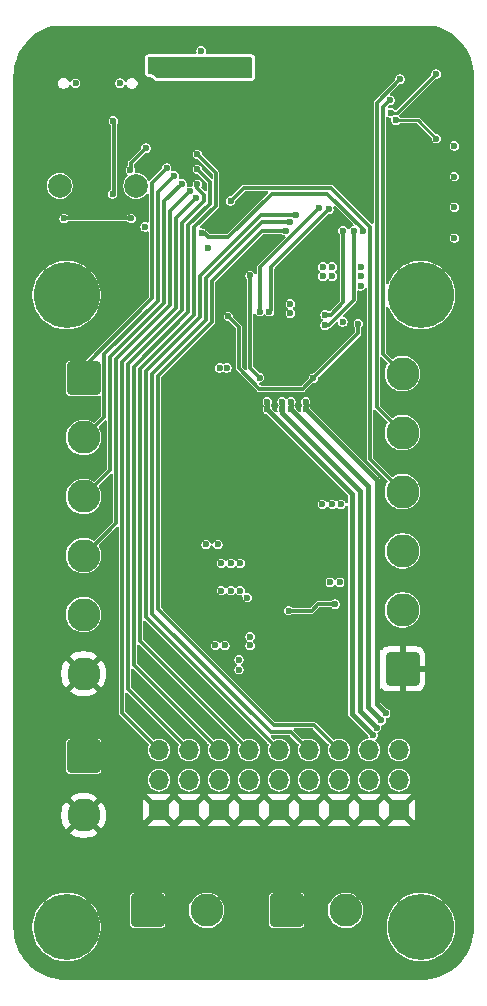
<source format=gbl>
G04 #@! TF.GenerationSoftware,KiCad,Pcbnew,9.0.0*
G04 #@! TF.CreationDate,2025-07-02T14:57:14+08:00*
G04 #@! TF.ProjectId,ESPNOW,4553504e-4f57-42e6-9b69-6361645f7063,rev?*
G04 #@! TF.SameCoordinates,Original*
G04 #@! TF.FileFunction,Copper,L4,Bot*
G04 #@! TF.FilePolarity,Positive*
%FSLAX46Y46*%
G04 Gerber Fmt 4.6, Leading zero omitted, Abs format (unit mm)*
G04 Created by KiCad (PCBNEW 9.0.0) date 2025-07-02 14:57:14*
%MOMM*%
%LPD*%
G01*
G04 APERTURE LIST*
G04 Aperture macros list*
%AMRoundRect*
0 Rectangle with rounded corners*
0 $1 Rounding radius*
0 $2 $3 $4 $5 $6 $7 $8 $9 X,Y pos of 4 corners*
0 Add a 4 corners polygon primitive as box body*
4,1,4,$2,$3,$4,$5,$6,$7,$8,$9,$2,$3,0*
0 Add four circle primitives for the rounded corners*
1,1,$1+$1,$2,$3*
1,1,$1+$1,$4,$5*
1,1,$1+$1,$6,$7*
1,1,$1+$1,$8,$9*
0 Add four rect primitives between the rounded corners*
20,1,$1+$1,$2,$3,$4,$5,0*
20,1,$1+$1,$4,$5,$6,$7,0*
20,1,$1+$1,$6,$7,$8,$9,0*
20,1,$1+$1,$8,$9,$2,$3,0*%
G04 Aperture macros list end*
G04 #@! TA.AperFunction,ComponentPad*
%ADD10R,1.700000X1.700000*%
G04 #@! TD*
G04 #@! TA.AperFunction,ComponentPad*
%ADD11O,1.700000X1.700000*%
G04 #@! TD*
G04 #@! TA.AperFunction,ComponentPad*
%ADD12RoundRect,0.250001X1.149999X-1.149999X1.149999X1.149999X-1.149999X1.149999X-1.149999X-1.149999X0*%
G04 #@! TD*
G04 #@! TA.AperFunction,ComponentPad*
%ADD13C,2.800000*%
G04 #@! TD*
G04 #@! TA.AperFunction,ComponentPad*
%ADD14RoundRect,0.250001X-1.149999X1.149999X-1.149999X-1.149999X1.149999X-1.149999X1.149999X1.149999X0*%
G04 #@! TD*
G04 #@! TA.AperFunction,HeatsinkPad*
%ADD15O,1.000000X2.100000*%
G04 #@! TD*
G04 #@! TA.AperFunction,HeatsinkPad*
%ADD16O,1.000000X1.800000*%
G04 #@! TD*
G04 #@! TA.AperFunction,ComponentPad*
%ADD17C,5.600000*%
G04 #@! TD*
G04 #@! TA.AperFunction,ComponentPad*
%ADD18RoundRect,0.250001X-1.149999X-1.149999X1.149999X-1.149999X1.149999X1.149999X-1.149999X1.149999X0*%
G04 #@! TD*
G04 #@! TA.AperFunction,ComponentPad*
%ADD19C,2.000000*%
G04 #@! TD*
G04 #@! TA.AperFunction,ViaPad*
%ADD20C,0.600000*%
G04 #@! TD*
G04 #@! TA.AperFunction,Conductor*
%ADD21C,0.300000*%
G04 #@! TD*
G04 #@! TA.AperFunction,Conductor*
%ADD22C,0.400000*%
G04 #@! TD*
G04 #@! TA.AperFunction,Conductor*
%ADD23C,0.270000*%
G04 #@! TD*
G04 APERTURE END LIST*
D10*
X197650000Y-129580000D03*
D11*
X197650000Y-127040000D03*
X197650000Y-124500000D03*
D10*
X190030000Y-129580000D03*
D11*
X190030000Y-127040000D03*
X190030000Y-124500000D03*
D12*
X197950000Y-117640000D03*
D13*
X197950000Y-112640000D03*
X197950000Y-107640000D03*
X197950000Y-102640000D03*
X197950000Y-97640000D03*
X197950000Y-92640000D03*
D14*
X170950000Y-125040000D03*
D13*
X170950000Y-130040000D03*
D15*
X176470000Y-68570000D03*
D16*
X176470000Y-64370000D03*
D15*
X167830000Y-68570000D03*
D16*
X167830000Y-64370000D03*
D10*
X179870000Y-129580000D03*
D11*
X179870000Y-127040000D03*
X179870000Y-124500000D03*
D17*
X199500000Y-86000000D03*
D10*
X177330000Y-129580000D03*
D11*
X177330000Y-127040000D03*
X177330000Y-124500000D03*
D10*
X192570000Y-129580000D03*
D11*
X192570000Y-127040000D03*
X192570000Y-124500000D03*
D17*
X169500000Y-86000000D03*
D18*
X188140000Y-138070000D03*
D13*
X193140000Y-138070000D03*
D10*
X184950000Y-129580000D03*
D11*
X184950000Y-127040000D03*
X184950000Y-124500000D03*
D10*
X187490000Y-129580000D03*
D11*
X187490000Y-127040000D03*
X187490000Y-124500000D03*
D18*
X176370000Y-138070000D03*
D13*
X181370000Y-138070000D03*
D17*
X199500000Y-139500000D03*
D10*
X182410000Y-129580000D03*
D11*
X182410000Y-127040000D03*
X182410000Y-124500000D03*
D14*
X170950000Y-93040000D03*
D13*
X170950000Y-98040000D03*
X170950000Y-103040000D03*
X170950000Y-108040000D03*
X170950000Y-113040000D03*
X170950000Y-118040000D03*
D19*
X168910000Y-72240000D03*
X175410000Y-72240000D03*
X168910000Y-76740000D03*
X175410000Y-76740000D03*
D17*
X169500000Y-139500000D03*
D10*
X195110000Y-129580000D03*
D11*
X195110000Y-127040000D03*
X195110000Y-124500000D03*
D20*
X203500000Y-90000000D03*
X190800000Y-74200000D03*
X191800000Y-70400000D03*
X179500000Y-64000000D03*
X203500000Y-88000000D03*
X201365000Y-74397500D03*
X173500000Y-143500000D03*
X203500000Y-89000000D03*
X191800000Y-73200000D03*
X203500000Y-127000000D03*
X203500000Y-131000000D03*
X188570000Y-90557500D03*
X173500000Y-64105000D03*
X203500000Y-125000000D03*
X190500000Y-64000000D03*
X165500000Y-78000000D03*
X165500000Y-73000000D03*
X183500000Y-64000000D03*
X165500000Y-80000000D03*
X169500000Y-143500000D03*
X187675000Y-90557500D03*
X193500000Y-64000000D03*
X201500000Y-64000000D03*
X165500000Y-69000000D03*
X191800000Y-71800000D03*
X186450000Y-113600000D03*
X176500000Y-143500000D03*
X165500000Y-111000000D03*
X165500000Y-96000000D03*
X203500000Y-110000000D03*
X184500000Y-64000000D03*
X165500000Y-70000000D03*
X203500000Y-122000000D03*
X190050000Y-111800000D03*
X165500000Y-86000000D03*
X186780000Y-92027500D03*
X165500000Y-94000000D03*
X189400000Y-69400000D03*
X192500000Y-64000000D03*
X188460000Y-119760000D03*
X186500000Y-64000000D03*
X165500000Y-74000000D03*
X203500000Y-101000000D03*
X187000000Y-116750000D03*
X203500000Y-137000000D03*
X196500000Y-143500000D03*
X165500000Y-97000000D03*
X203500000Y-128000000D03*
X203500000Y-94000000D03*
X172500000Y-143500000D03*
X187600000Y-113700000D03*
X190250000Y-113250000D03*
X189700000Y-117400000D03*
X171500000Y-64105000D03*
X175500000Y-143500000D03*
X190200000Y-114600000D03*
X195500000Y-64000000D03*
X203500000Y-86000000D03*
X203500000Y-114000000D03*
X186590000Y-119800000D03*
X178500000Y-64000000D03*
X186490000Y-111600000D03*
X185500000Y-143500000D03*
X165500000Y-116000000D03*
X203500000Y-138000000D03*
X174500000Y-143500000D03*
X165500000Y-136000000D03*
X203500000Y-99000000D03*
X165500000Y-68000000D03*
X187500000Y-64000000D03*
X203500000Y-135000000D03*
X165500000Y-77000000D03*
X187500000Y-143500000D03*
X185500000Y-64000000D03*
X203500000Y-100000000D03*
X165500000Y-67000000D03*
X165500000Y-115000000D03*
X187000000Y-71800000D03*
X186500000Y-143500000D03*
X165500000Y-85000000D03*
X199500000Y-143500000D03*
X165500000Y-102000000D03*
X175350000Y-69170000D03*
X187675000Y-92027500D03*
X165500000Y-120000000D03*
X203500000Y-115000000D03*
X203500000Y-95000000D03*
X165500000Y-134000000D03*
X169500000Y-64105000D03*
X168500000Y-143500000D03*
X165500000Y-83000000D03*
X190800000Y-69400000D03*
X185550000Y-113600000D03*
X171500000Y-143500000D03*
X203500000Y-140000000D03*
X165500000Y-89000000D03*
X165500000Y-104000000D03*
X203500000Y-133000000D03*
X174500000Y-64105000D03*
X165500000Y-137000000D03*
X203500000Y-123000000D03*
X165500000Y-101000000D03*
X172500000Y-64105000D03*
X165500000Y-90000000D03*
X165500000Y-105000000D03*
X165500000Y-128000000D03*
X189465000Y-90557500D03*
X165500000Y-139000000D03*
X165500000Y-92000000D03*
X165500000Y-127000000D03*
X189700000Y-116560000D03*
X165500000Y-72000000D03*
X165500000Y-140000000D03*
X203500000Y-126000000D03*
X196500000Y-64000000D03*
X203500000Y-85000000D03*
X165500000Y-88000000D03*
X203500000Y-124000000D03*
X165500000Y-81000000D03*
X165500000Y-87000000D03*
X189140000Y-119140000D03*
X186780000Y-90557500D03*
X165500000Y-76000000D03*
X165500000Y-82000000D03*
X187000000Y-73200000D03*
X165500000Y-110000000D03*
X165500000Y-79000000D03*
X203500000Y-91000000D03*
X165500000Y-100000000D03*
X165500000Y-133000000D03*
X203500000Y-134000000D03*
X188000000Y-74200000D03*
X187000000Y-114750000D03*
X203500000Y-104000000D03*
X203500000Y-96000000D03*
X170500000Y-143500000D03*
X203500000Y-87000000D03*
X191500000Y-64000000D03*
X194500000Y-64000000D03*
X165500000Y-84000000D03*
X165500000Y-106000000D03*
X189650000Y-115500000D03*
X203500000Y-139000000D03*
X189660000Y-118410000D03*
X201365000Y-76997500D03*
X170500000Y-64105000D03*
X175350000Y-70175000D03*
X184850000Y-119250000D03*
X165500000Y-122000000D03*
X203500000Y-120000000D03*
X165500000Y-121000000D03*
X165500000Y-75000000D03*
X190250000Y-113900000D03*
X165500000Y-71000000D03*
X203500000Y-105000000D03*
X185690000Y-119800000D03*
X197500000Y-64000000D03*
X165500000Y-107000000D03*
X188570000Y-92027500D03*
X201365000Y-79597500D03*
X180500000Y-64000000D03*
X165500000Y-138000000D03*
X200500000Y-143500000D03*
X177500000Y-64000000D03*
X165500000Y-135000000D03*
X197500000Y-143500000D03*
X203500000Y-111000000D03*
X203500000Y-132000000D03*
X187000000Y-70400000D03*
X189465000Y-92027500D03*
X165500000Y-91000000D03*
X189500000Y-64000000D03*
X198500000Y-143500000D03*
X165500000Y-95000000D03*
X189400000Y-74200000D03*
X203500000Y-136000000D03*
X165500000Y-109000000D03*
X188500000Y-64000000D03*
X184500000Y-143500000D03*
X203500000Y-121000000D03*
X187490000Y-119800000D03*
X198500000Y-64000000D03*
X188000000Y-69400000D03*
X165500000Y-99000000D03*
X175500000Y-64105000D03*
X182310000Y-107100000D03*
X184210000Y-111000000D03*
X182475000Y-92150000D03*
X191830000Y-110300000D03*
X182610000Y-111000000D03*
X182610000Y-108700000D03*
X181310000Y-107100000D03*
X183410000Y-111000000D03*
X183410000Y-108700000D03*
X188447500Y-86725000D03*
X188447500Y-87525000D03*
X192630000Y-110300000D03*
X184810000Y-111600000D03*
X184210000Y-108700000D03*
X183075000Y-92150000D03*
X176210000Y-73550000D03*
X174900000Y-75410000D03*
X175000000Y-79500000D03*
X169300000Y-79500000D03*
X191160000Y-103700000D03*
X181500000Y-82000000D03*
X192010000Y-103700000D03*
X192760000Y-103700000D03*
X180900000Y-65310000D03*
X192890000Y-88250000D03*
X176160000Y-80210000D03*
X194400000Y-85200000D03*
X191200000Y-84400000D03*
X184100000Y-117700000D03*
X202340000Y-81147500D03*
X191200000Y-83600000D03*
X178800000Y-66200000D03*
X202340000Y-75947500D03*
X202340000Y-73347500D03*
X182100000Y-115650000D03*
X184800000Y-67200000D03*
X183600000Y-67200000D03*
X170260000Y-68045000D03*
X176800000Y-66200000D03*
X192000000Y-83600000D03*
X183600000Y-66200000D03*
X194400000Y-83600000D03*
X202340000Y-78547500D03*
X185050000Y-114900000D03*
X184100000Y-116850000D03*
X174030000Y-68045000D03*
X192000000Y-84400000D03*
X185050000Y-115650000D03*
X177800000Y-66200000D03*
X184800000Y-66200000D03*
X182900000Y-115650000D03*
X194400000Y-84400000D03*
X177800000Y-67200000D03*
X173400000Y-77430000D03*
X173460000Y-71230000D03*
X183400000Y-78010000D03*
X179930000Y-77190000D03*
X177980000Y-75240000D03*
X197740000Y-67710000D03*
X196890000Y-69480000D03*
X179280000Y-76540000D03*
X178630000Y-75890000D03*
X180500000Y-77760000D03*
X195750000Y-122600000D03*
X187750000Y-95650000D03*
X187750000Y-95000000D03*
X195440000Y-123240000D03*
X186500000Y-95650000D03*
X186497500Y-95000000D03*
X188500000Y-95650000D03*
X196150000Y-122000000D03*
X188500000Y-95000000D03*
X189747500Y-95000000D03*
X189747500Y-95650000D03*
X196525000Y-121400000D03*
X180580000Y-76610000D03*
X180580000Y-75340000D03*
X180580000Y-74070000D03*
X188890000Y-79190000D03*
X188420000Y-79840000D03*
X188050000Y-80550000D03*
X185870000Y-87387500D03*
X190915000Y-78605000D03*
X186670000Y-87397500D03*
X191720000Y-78720000D03*
X180940000Y-80750000D03*
X194620000Y-80550000D03*
X193820000Y-80550000D03*
X191390000Y-88530000D03*
X185850000Y-92975000D03*
X185050000Y-84325000D03*
X194200000Y-88400000D03*
X190400000Y-93025000D03*
X183200000Y-87800000D03*
X196950000Y-70560000D03*
X200800000Y-67275000D03*
X192900000Y-80550000D03*
X191390000Y-87650000D03*
X200807500Y-72740000D03*
X197390000Y-71200000D03*
X188300000Y-112700000D03*
X192230000Y-112150000D03*
D21*
X174900000Y-75410000D02*
X174950000Y-75360000D01*
X174950000Y-75360000D02*
X174950000Y-74790000D01*
X174950000Y-74790000D02*
X176190000Y-73550000D01*
X176190000Y-73550000D02*
X176210000Y-73550000D01*
X169300000Y-79500000D02*
X175000000Y-79500000D01*
X173460000Y-71230000D02*
X173550000Y-71320000D01*
X173550000Y-71320000D02*
X173550000Y-77280000D01*
X173550000Y-77280000D02*
X173400000Y-77430000D01*
X191890000Y-76900000D02*
X195200000Y-80210000D01*
X195200000Y-83600000D02*
X195200000Y-99890000D01*
X195200000Y-99890000D02*
X197950000Y-102640000D01*
X195200000Y-80210000D02*
X195200000Y-83600000D01*
X184510000Y-76900000D02*
X191890000Y-76900000D01*
X183400000Y-78010000D02*
X184510000Y-76900000D01*
X173710000Y-91410000D02*
X173710000Y-105280000D01*
X173710000Y-105280000D02*
X170950000Y-108040000D01*
X178290000Y-86830000D02*
X173710000Y-91410000D01*
X179930000Y-77190000D02*
X178290000Y-78830000D01*
X178290000Y-78830000D02*
X178290000Y-86830000D01*
X176740000Y-86250000D02*
X170950000Y-92040000D01*
X170950000Y-92040000D02*
X170950000Y-93040000D01*
X176740000Y-76480000D02*
X176740000Y-86250000D01*
X177980000Y-75240000D02*
X176740000Y-76480000D01*
X197740000Y-67710000D02*
X195750000Y-69700000D01*
X195750000Y-95440000D02*
X197950000Y-97640000D01*
X195750000Y-69700000D02*
X195750000Y-95440000D01*
X196300000Y-90990000D02*
X197950000Y-92640000D01*
X196890000Y-69480000D02*
X196300000Y-70070000D01*
X196300000Y-70070000D02*
X196300000Y-90990000D01*
X173210000Y-100780000D02*
X173210000Y-91194212D01*
X170950000Y-103040000D02*
X173210000Y-100780000D01*
X177770000Y-78050000D02*
X177770000Y-86634212D01*
X177770000Y-86634212D02*
X173210000Y-91194212D01*
X179280000Y-76540000D02*
X177770000Y-78050000D01*
X177250000Y-86447106D02*
X172700000Y-90997106D01*
X172700000Y-96290000D02*
X170950000Y-98040000D01*
X172700000Y-90997106D02*
X172700000Y-96290000D01*
X178630000Y-75890000D02*
X177250000Y-77270000D01*
X177250000Y-77270000D02*
X177250000Y-86447106D01*
X174220000Y-91630000D02*
X174220000Y-121390000D01*
X180500000Y-77760000D02*
X178800000Y-79460000D01*
X178800000Y-87050000D02*
X174220000Y-91630000D01*
X178800000Y-79460000D02*
X178800000Y-87050000D01*
X174220000Y-121390000D02*
X177330000Y-124500000D01*
D22*
X194325000Y-121175000D02*
X194325000Y-102550000D01*
X195750000Y-122600000D02*
X194325000Y-121175000D01*
X187750000Y-95000000D02*
X187750000Y-95650000D01*
X194325000Y-102550000D02*
X187750000Y-95975000D01*
X187750000Y-95975000D02*
X187750000Y-95650000D01*
X186497500Y-95000000D02*
X186497500Y-95647500D01*
X193650000Y-121450000D02*
X193650000Y-102800000D01*
D21*
X186497500Y-95647500D02*
X186500000Y-95650000D01*
D22*
X193650000Y-102800000D02*
X186500000Y-95650000D01*
X195440000Y-123240000D02*
X193650000Y-121450000D01*
X196100000Y-122000000D02*
X195000000Y-120900000D01*
X196150000Y-122000000D02*
X196100000Y-122000000D01*
X195000000Y-120900000D02*
X195000000Y-102150000D01*
X188500000Y-95000000D02*
X188500000Y-95650000D01*
X195000000Y-102150000D02*
X188500000Y-95650000D01*
X189747500Y-95650000D02*
X189747500Y-95000000D01*
X195750000Y-120625000D02*
X195750000Y-101652500D01*
X196525000Y-121400000D02*
X195750000Y-120625000D01*
X195750000Y-101652500D02*
X189747500Y-95650000D01*
D21*
X181150000Y-77480000D02*
X181150000Y-78029239D01*
X180580000Y-76610000D02*
X180580000Y-76910000D01*
X174730000Y-91840000D02*
X174730000Y-119360000D01*
X179310000Y-87260000D02*
X174730000Y-91840000D01*
X181150000Y-78029239D02*
X179310000Y-79869239D01*
X174730000Y-119360000D02*
X179870000Y-124500000D01*
X179310000Y-79869239D02*
X179310000Y-87260000D01*
X180580000Y-76910000D02*
X181150000Y-77480000D01*
X175230000Y-117320000D02*
X182410000Y-124500000D01*
X179820000Y-80066346D02*
X179820000Y-87460000D01*
X180580000Y-75340000D02*
X181650000Y-76410000D01*
X181650000Y-76410000D02*
X181650000Y-78236346D01*
X179820000Y-87460000D02*
X175230000Y-92050000D01*
X175230000Y-92050000D02*
X175230000Y-117320000D01*
X181650000Y-78236346D02*
X179820000Y-80066346D01*
X180330000Y-87657106D02*
X175740000Y-92247106D01*
X182150000Y-75640000D02*
X182150000Y-78443452D01*
X180330000Y-80263452D02*
X180330000Y-87657106D01*
X175740000Y-115290000D02*
X184950000Y-124500000D01*
X175740000Y-92247106D02*
X175740000Y-115290000D01*
X182150000Y-78443452D02*
X180330000Y-80263452D01*
X180580000Y-74070000D02*
X182150000Y-75640000D01*
X188890000Y-79190000D02*
X186000000Y-79190000D01*
X186000000Y-79190000D02*
X180830000Y-84360000D01*
X180830000Y-84360000D02*
X180830000Y-87870000D01*
X176250000Y-113260000D02*
X187490000Y-124500000D01*
X176250000Y-92450000D02*
X176250000Y-113260000D01*
X180830000Y-87870000D02*
X176250000Y-92450000D01*
X176760000Y-92647106D02*
X176760000Y-112960000D01*
X188420000Y-79840000D02*
X186065000Y-79840000D01*
X189711250Y-123798750D02*
X189711250Y-124818750D01*
X181340000Y-88067106D02*
X176760000Y-92647106D01*
X176760000Y-112960000D02*
X186800000Y-123000000D01*
X181340000Y-84565000D02*
X181340000Y-88067106D01*
X186065000Y-79840000D02*
X181340000Y-84565000D01*
X188530000Y-123000000D02*
X190030000Y-124500000D01*
X186800000Y-123000000D02*
X188530000Y-123000000D01*
X190470000Y-122400000D02*
X192570000Y-124500000D01*
X188050000Y-80550000D02*
X186070000Y-80550000D01*
X186070000Y-80550000D02*
X181840000Y-84780000D01*
X177270000Y-92844212D02*
X177270000Y-112570000D01*
X187100000Y-122400000D02*
X190470000Y-122400000D01*
X181840000Y-88274212D02*
X177270000Y-92844212D01*
X177270000Y-112570000D02*
X187100000Y-122400000D01*
X181840000Y-84780000D02*
X181840000Y-88274212D01*
X185870000Y-87270000D02*
X185870000Y-83650000D01*
X185870000Y-83650000D02*
X190915000Y-78605000D01*
X186670000Y-87397500D02*
X186852500Y-87215000D01*
X186852500Y-83587500D02*
X191720000Y-78720000D01*
X186852500Y-87215000D02*
X186852500Y-83587500D01*
X183212500Y-81057500D02*
X186870000Y-77400000D01*
X181190000Y-80750000D02*
X181497500Y-81057500D01*
X186870000Y-77400000D02*
X191590000Y-77400000D01*
X180940000Y-80750000D02*
X181190000Y-80750000D01*
X191590000Y-77400000D02*
X194620000Y-80430000D01*
X194620000Y-80430000D02*
X194620000Y-80550000D01*
X181497500Y-81057500D02*
X183212500Y-81057500D01*
X191700000Y-88530000D02*
X191390000Y-88530000D01*
X191390000Y-88530000D02*
X191440000Y-88530000D01*
X193820000Y-83600000D02*
X193820000Y-84400000D01*
X193820000Y-84400000D02*
X193820000Y-86410000D01*
X193820000Y-86410000D02*
X191700000Y-88530000D01*
X193820000Y-80550000D02*
X193820000Y-83600000D01*
X185850000Y-92975000D02*
X185050000Y-92175000D01*
X185050000Y-92175000D02*
X185050000Y-84325000D01*
X194200000Y-88400000D02*
X194200000Y-89225000D01*
X194200000Y-89225000D02*
X190400000Y-93025000D01*
X184100000Y-92200000D02*
X185800000Y-93900000D01*
X184100000Y-88700000D02*
X184100000Y-92200000D01*
X183200000Y-87800000D02*
X184100000Y-88700000D01*
X185800000Y-93900000D02*
X189525000Y-93900000D01*
X189525000Y-93900000D02*
X190400000Y-93025000D01*
D23*
X197515000Y-70560000D02*
X200800000Y-67275000D01*
X196950000Y-70560000D02*
X197515000Y-70560000D01*
D21*
X191520000Y-87650000D02*
X191390000Y-87650000D01*
X192900000Y-86600000D02*
X191850000Y-87650000D01*
X192900000Y-80550000D02*
X192900000Y-86600000D01*
X191850000Y-87650000D02*
X191390000Y-87650000D01*
D23*
X197390000Y-71200000D02*
X199267500Y-71200000D01*
X199267500Y-71200000D02*
X200800000Y-72732500D01*
D21*
X190250000Y-112700000D02*
X190800000Y-112150000D01*
X192205000Y-112125000D02*
X192230000Y-112150000D01*
X188300000Y-112700000D02*
X190250000Y-112700000D01*
X190800000Y-112150000D02*
X192230000Y-112150000D01*
G04 #@! TA.AperFunction,Conductor*
G36*
X200797516Y-63195739D02*
G01*
X201033765Y-63270227D01*
X201043911Y-63273920D01*
X201396578Y-63420000D01*
X201406369Y-63424566D01*
X201744942Y-63600816D01*
X201754310Y-63606224D01*
X202076244Y-63811318D01*
X202085105Y-63817523D01*
X202387930Y-64049889D01*
X202396217Y-64056843D01*
X202677635Y-64314715D01*
X202685284Y-64322364D01*
X202943156Y-64603782D01*
X202950110Y-64612069D01*
X203182476Y-64914894D01*
X203188681Y-64923755D01*
X203393775Y-65245689D01*
X203399183Y-65255057D01*
X203575430Y-65593623D01*
X203580002Y-65603427D01*
X203726075Y-65956078D01*
X203729775Y-65966244D01*
X203844554Y-66330278D01*
X203847354Y-66340727D01*
X203929971Y-66713389D01*
X203931849Y-66724042D01*
X203981671Y-67102473D01*
X203982614Y-67113249D01*
X203999382Y-67497297D01*
X203999500Y-67502706D01*
X203999500Y-139497293D01*
X203999382Y-139502702D01*
X203982614Y-139886750D01*
X203981671Y-139897526D01*
X203931849Y-140275957D01*
X203929971Y-140286610D01*
X203847354Y-140659272D01*
X203844554Y-140669721D01*
X203729775Y-141033755D01*
X203726075Y-141043921D01*
X203580002Y-141396572D01*
X203575430Y-141406376D01*
X203399183Y-141744942D01*
X203393775Y-141754310D01*
X203188681Y-142076244D01*
X203182476Y-142085105D01*
X202950110Y-142387930D01*
X202943156Y-142396217D01*
X202685284Y-142677635D01*
X202677635Y-142685284D01*
X202396217Y-142943156D01*
X202387930Y-142950110D01*
X202085105Y-143182476D01*
X202076244Y-143188681D01*
X201754310Y-143393775D01*
X201744942Y-143399183D01*
X201406376Y-143575430D01*
X201396572Y-143580002D01*
X201043921Y-143726075D01*
X201033755Y-143729775D01*
X200669721Y-143844554D01*
X200659272Y-143847354D01*
X200286610Y-143929971D01*
X200275957Y-143931849D01*
X199897526Y-143981671D01*
X199886750Y-143982614D01*
X199502703Y-143999382D01*
X199497294Y-143999500D01*
X169502706Y-143999500D01*
X169497297Y-143999382D01*
X169113249Y-143982614D01*
X169102473Y-143981671D01*
X168724042Y-143931849D01*
X168713389Y-143929971D01*
X168340727Y-143847354D01*
X168330278Y-143844554D01*
X167966244Y-143729775D01*
X167956078Y-143726075D01*
X167603427Y-143580002D01*
X167593623Y-143575430D01*
X167255057Y-143399183D01*
X167245689Y-143393775D01*
X166923755Y-143188681D01*
X166914894Y-143182476D01*
X166612069Y-142950110D01*
X166603782Y-142943156D01*
X166322364Y-142685284D01*
X166314715Y-142677635D01*
X166056843Y-142396217D01*
X166049889Y-142387930D01*
X165817523Y-142085105D01*
X165811318Y-142076244D01*
X165606224Y-141754310D01*
X165600816Y-141744942D01*
X165473924Y-141501185D01*
X165424566Y-141406369D01*
X165419997Y-141396572D01*
X165273924Y-141043921D01*
X165270224Y-141033755D01*
X165229702Y-140905234D01*
X165155442Y-140669710D01*
X165152648Y-140659284D01*
X165070025Y-140286597D01*
X165068152Y-140275971D01*
X165018326Y-139897506D01*
X165017386Y-139886771D01*
X165000618Y-139502702D01*
X165000500Y-139497293D01*
X165000500Y-139337106D01*
X166599500Y-139337106D01*
X166599500Y-139662893D01*
X166635974Y-139986604D01*
X166635976Y-139986620D01*
X166708467Y-140304226D01*
X166708471Y-140304238D01*
X166816066Y-140611725D01*
X166957413Y-140905234D01*
X166957415Y-140905237D01*
X167130739Y-141181081D01*
X167333857Y-141435783D01*
X167564217Y-141666143D01*
X167818919Y-141869261D01*
X168094763Y-142042585D01*
X168388278Y-142183935D01*
X168619217Y-142264744D01*
X168695761Y-142291528D01*
X168695773Y-142291532D01*
X169013383Y-142364024D01*
X169337106Y-142400499D01*
X169337107Y-142400500D01*
X169337111Y-142400500D01*
X169662893Y-142400500D01*
X169662893Y-142400499D01*
X169986617Y-142364024D01*
X170304227Y-142291532D01*
X170611722Y-142183935D01*
X170905237Y-142042585D01*
X171181081Y-141869261D01*
X171435783Y-141666143D01*
X171666143Y-141435783D01*
X171869261Y-141181081D01*
X172042585Y-140905237D01*
X172183935Y-140611722D01*
X172291532Y-140304227D01*
X172364024Y-139986617D01*
X172400500Y-139662889D01*
X172400500Y-139337111D01*
X172364024Y-139013383D01*
X172291532Y-138695773D01*
X172183935Y-138388278D01*
X172042585Y-138094763D01*
X171869261Y-137818919D01*
X171666143Y-137564217D01*
X171435783Y-137333857D01*
X171181081Y-137130739D01*
X170905237Y-136957415D01*
X170905234Y-136957413D01*
X170758481Y-136886740D01*
X174869500Y-136886740D01*
X174869500Y-139253257D01*
X174879427Y-139321393D01*
X174930802Y-139426484D01*
X175013515Y-139509197D01*
X175013516Y-139509197D01*
X175013517Y-139509198D01*
X175118608Y-139560573D01*
X175118610Y-139560573D01*
X175118612Y-139560574D01*
X175140965Y-139563830D01*
X175186741Y-139570500D01*
X177553258Y-139570499D01*
X177621392Y-139560573D01*
X177726483Y-139509198D01*
X177809198Y-139426483D01*
X177860573Y-139321392D01*
X177870500Y-139253259D01*
X177870499Y-137951902D01*
X179869500Y-137951902D01*
X179869500Y-138188097D01*
X179906446Y-138421368D01*
X179979433Y-138645996D01*
X180086657Y-138856433D01*
X180225483Y-139047510D01*
X180392490Y-139214517D01*
X180583567Y-139353343D01*
X180682991Y-139404002D01*
X180794003Y-139460566D01*
X180794005Y-139460566D01*
X180794008Y-139460568D01*
X180907036Y-139497293D01*
X181018631Y-139533553D01*
X181251903Y-139570500D01*
X181251908Y-139570500D01*
X181488097Y-139570500D01*
X181721368Y-139533553D01*
X181945992Y-139460568D01*
X182156433Y-139353343D01*
X182347510Y-139214517D01*
X182514517Y-139047510D01*
X182653343Y-138856433D01*
X182760568Y-138645992D01*
X182833553Y-138421368D01*
X182838795Y-138388274D01*
X182870500Y-138188097D01*
X182870500Y-137951902D01*
X182833553Y-137718631D01*
X182760566Y-137494003D01*
X182678967Y-137333857D01*
X182653343Y-137283567D01*
X182514517Y-137092490D01*
X182347510Y-136925483D01*
X182294185Y-136886740D01*
X186639500Y-136886740D01*
X186639500Y-139253257D01*
X186649427Y-139321393D01*
X186700802Y-139426484D01*
X186783515Y-139509197D01*
X186783516Y-139509197D01*
X186783517Y-139509198D01*
X186888608Y-139560573D01*
X186888610Y-139560573D01*
X186888612Y-139560574D01*
X186910965Y-139563830D01*
X186956741Y-139570500D01*
X189323258Y-139570499D01*
X189391392Y-139560573D01*
X189496483Y-139509198D01*
X189579198Y-139426483D01*
X189630573Y-139321392D01*
X189640500Y-139253259D01*
X189640499Y-137951902D01*
X191639500Y-137951902D01*
X191639500Y-138188097D01*
X191676446Y-138421368D01*
X191749433Y-138645996D01*
X191856657Y-138856433D01*
X191995483Y-139047510D01*
X192162490Y-139214517D01*
X192353567Y-139353343D01*
X192452991Y-139404002D01*
X192564003Y-139460566D01*
X192564005Y-139460566D01*
X192564008Y-139460568D01*
X192677036Y-139497293D01*
X192788631Y-139533553D01*
X193021903Y-139570500D01*
X193021908Y-139570500D01*
X193258097Y-139570500D01*
X193491368Y-139533553D01*
X193715992Y-139460568D01*
X193926433Y-139353343D01*
X193948781Y-139337106D01*
X196599500Y-139337106D01*
X196599500Y-139662893D01*
X196635974Y-139986604D01*
X196635976Y-139986620D01*
X196708467Y-140304226D01*
X196708471Y-140304238D01*
X196816066Y-140611725D01*
X196957413Y-140905234D01*
X196957415Y-140905237D01*
X197130739Y-141181081D01*
X197333857Y-141435783D01*
X197564217Y-141666143D01*
X197818919Y-141869261D01*
X198094763Y-142042585D01*
X198388278Y-142183935D01*
X198619217Y-142264744D01*
X198695761Y-142291528D01*
X198695773Y-142291532D01*
X199013383Y-142364024D01*
X199337106Y-142400499D01*
X199337107Y-142400500D01*
X199337111Y-142400500D01*
X199662893Y-142400500D01*
X199662893Y-142400499D01*
X199986617Y-142364024D01*
X200304227Y-142291532D01*
X200611722Y-142183935D01*
X200905237Y-142042585D01*
X201181081Y-141869261D01*
X201435783Y-141666143D01*
X201666143Y-141435783D01*
X201869261Y-141181081D01*
X202042585Y-140905237D01*
X202183935Y-140611722D01*
X202291532Y-140304227D01*
X202364024Y-139986617D01*
X202400500Y-139662889D01*
X202400500Y-139337111D01*
X202364024Y-139013383D01*
X202291532Y-138695773D01*
X202183935Y-138388278D01*
X202042585Y-138094763D01*
X201869261Y-137818919D01*
X201666143Y-137564217D01*
X201435783Y-137333857D01*
X201181081Y-137130739D01*
X200905237Y-136957415D01*
X200905234Y-136957413D01*
X200611725Y-136816066D01*
X200304238Y-136708471D01*
X200304226Y-136708467D01*
X199986620Y-136635976D01*
X199986604Y-136635974D01*
X199662893Y-136599500D01*
X199662889Y-136599500D01*
X199337111Y-136599500D01*
X199337107Y-136599500D01*
X199013395Y-136635974D01*
X199013379Y-136635976D01*
X198695773Y-136708467D01*
X198695761Y-136708471D01*
X198388274Y-136816066D01*
X198094765Y-136957413D01*
X197818920Y-137130738D01*
X197564217Y-137333856D01*
X197333856Y-137564217D01*
X197130738Y-137818920D01*
X196957413Y-138094765D01*
X196816066Y-138388274D01*
X196708471Y-138695761D01*
X196708467Y-138695773D01*
X196635976Y-139013379D01*
X196635974Y-139013395D01*
X196599500Y-139337106D01*
X193948781Y-139337106D01*
X194117510Y-139214517D01*
X194284517Y-139047510D01*
X194423343Y-138856433D01*
X194530568Y-138645992D01*
X194603553Y-138421368D01*
X194608795Y-138388274D01*
X194640500Y-138188097D01*
X194640500Y-137951902D01*
X194603553Y-137718631D01*
X194530566Y-137494003D01*
X194448967Y-137333857D01*
X194423343Y-137283567D01*
X194284517Y-137092490D01*
X194117510Y-136925483D01*
X193926433Y-136786657D01*
X193715996Y-136679433D01*
X193491368Y-136606446D01*
X193258097Y-136569500D01*
X193258092Y-136569500D01*
X193021908Y-136569500D01*
X193021903Y-136569500D01*
X192788631Y-136606446D01*
X192564003Y-136679433D01*
X192353566Y-136786657D01*
X192244550Y-136865862D01*
X192162490Y-136925483D01*
X192162488Y-136925485D01*
X192162487Y-136925485D01*
X191995485Y-137092487D01*
X191995485Y-137092488D01*
X191995483Y-137092490D01*
X191935862Y-137174550D01*
X191856657Y-137283566D01*
X191749433Y-137494003D01*
X191676446Y-137718631D01*
X191639500Y-137951902D01*
X189640499Y-137951902D01*
X189640499Y-136886742D01*
X189630573Y-136818608D01*
X189579198Y-136713517D01*
X189579197Y-136713516D01*
X189579197Y-136713515D01*
X189496484Y-136630802D01*
X189445109Y-136605687D01*
X189391392Y-136579427D01*
X189391390Y-136579426D01*
X189391387Y-136579425D01*
X189323259Y-136569500D01*
X186956742Y-136569500D01*
X186888606Y-136579427D01*
X186783515Y-136630802D01*
X186700802Y-136713515D01*
X186649428Y-136818606D01*
X186649425Y-136818612D01*
X186639500Y-136886740D01*
X182294185Y-136886740D01*
X182156433Y-136786657D01*
X181945996Y-136679433D01*
X181721368Y-136606446D01*
X181488097Y-136569500D01*
X181488092Y-136569500D01*
X181251908Y-136569500D01*
X181251903Y-136569500D01*
X181018631Y-136606446D01*
X180794003Y-136679433D01*
X180583566Y-136786657D01*
X180474550Y-136865862D01*
X180392490Y-136925483D01*
X180392488Y-136925485D01*
X180392487Y-136925485D01*
X180225485Y-137092487D01*
X180225485Y-137092488D01*
X180225483Y-137092490D01*
X180165862Y-137174550D01*
X180086657Y-137283566D01*
X179979433Y-137494003D01*
X179906446Y-137718631D01*
X179869500Y-137951902D01*
X177870499Y-137951902D01*
X177870499Y-136886742D01*
X177860573Y-136818608D01*
X177809198Y-136713517D01*
X177809197Y-136713516D01*
X177809197Y-136713515D01*
X177726484Y-136630802D01*
X177675109Y-136605687D01*
X177621392Y-136579427D01*
X177621390Y-136579426D01*
X177621387Y-136579425D01*
X177553259Y-136569500D01*
X175186742Y-136569500D01*
X175118606Y-136579427D01*
X175013515Y-136630802D01*
X174930802Y-136713515D01*
X174879428Y-136818606D01*
X174879425Y-136818612D01*
X174869500Y-136886740D01*
X170758481Y-136886740D01*
X170611725Y-136816066D01*
X170304238Y-136708471D01*
X170304226Y-136708467D01*
X169986620Y-136635976D01*
X169986604Y-136635974D01*
X169662893Y-136599500D01*
X169662889Y-136599500D01*
X169337111Y-136599500D01*
X169337107Y-136599500D01*
X169013395Y-136635974D01*
X169013379Y-136635976D01*
X168695773Y-136708467D01*
X168695761Y-136708471D01*
X168388274Y-136816066D01*
X168094765Y-136957413D01*
X167818920Y-137130738D01*
X167564217Y-137333856D01*
X167333856Y-137564217D01*
X167130738Y-137818920D01*
X166957413Y-138094765D01*
X166816066Y-138388274D01*
X166708471Y-138695761D01*
X166708467Y-138695773D01*
X166635976Y-139013379D01*
X166635974Y-139013395D01*
X166599500Y-139337106D01*
X165000500Y-139337106D01*
X165000500Y-129915466D01*
X169050000Y-129915466D01*
X169050000Y-130164533D01*
X169082508Y-130411463D01*
X169146973Y-130652049D01*
X169242283Y-130882148D01*
X169242288Y-130882159D01*
X169366813Y-131097841D01*
X169366819Y-131097849D01*
X169441400Y-131195045D01*
X170348958Y-130287487D01*
X170373978Y-130347890D01*
X170445112Y-130454351D01*
X170535649Y-130544888D01*
X170642110Y-130616022D01*
X170702511Y-130641041D01*
X169794953Y-131548598D01*
X169892150Y-131623180D01*
X169892158Y-131623186D01*
X170107840Y-131747711D01*
X170107851Y-131747716D01*
X170337950Y-131843026D01*
X170578536Y-131907491D01*
X170825466Y-131940000D01*
X171074534Y-131940000D01*
X171321463Y-131907491D01*
X171562049Y-131843026D01*
X171792148Y-131747716D01*
X171792159Y-131747711D01*
X172007855Y-131623178D01*
X172105045Y-131548600D01*
X172105045Y-131548597D01*
X171197488Y-130641041D01*
X171257890Y-130616022D01*
X171364351Y-130544888D01*
X171454888Y-130454351D01*
X171526022Y-130347890D01*
X171551041Y-130287489D01*
X172458597Y-131195045D01*
X172458600Y-131195045D01*
X172533178Y-131097855D01*
X172657711Y-130882159D01*
X172657716Y-130882147D01*
X172680368Y-130827464D01*
X172680368Y-130827462D01*
X172753025Y-130652052D01*
X172817491Y-130411463D01*
X172850000Y-130164533D01*
X172850000Y-129915466D01*
X172817491Y-129668536D01*
X172753026Y-129427950D01*
X172657716Y-129197851D01*
X172657711Y-129197840D01*
X172533186Y-128982158D01*
X172533180Y-128982150D01*
X172458598Y-128884953D01*
X171551041Y-129792510D01*
X171526022Y-129732110D01*
X171454888Y-129625649D01*
X171364351Y-129535112D01*
X171257890Y-129463978D01*
X171197487Y-129438957D01*
X171954291Y-128682155D01*
X175980000Y-128682155D01*
X175980000Y-130477844D01*
X175986401Y-130537375D01*
X175995277Y-130561170D01*
X176847037Y-129709410D01*
X176864075Y-129772993D01*
X176929901Y-129887007D01*
X177022993Y-129980099D01*
X177137007Y-130045925D01*
X177200589Y-130062962D01*
X176348829Y-130914720D01*
X176348829Y-130914722D01*
X176372622Y-130923597D01*
X176372623Y-130923598D01*
X176432155Y-130929999D01*
X176432172Y-130930000D01*
X178227822Y-130930000D01*
X178227829Y-130929999D01*
X178256876Y-130926875D01*
X178261489Y-130913799D01*
X178249282Y-130891444D01*
X178246448Y-130865086D01*
X178246448Y-130850000D01*
X177459410Y-130062962D01*
X177522993Y-130045925D01*
X177637007Y-129980099D01*
X177730099Y-129887007D01*
X177795925Y-129772993D01*
X177812962Y-129709410D01*
X178600000Y-130496448D01*
X179387037Y-129709410D01*
X179404075Y-129772993D01*
X179469901Y-129887007D01*
X179562993Y-129980099D01*
X179677007Y-130045925D01*
X179740589Y-130062962D01*
X178953552Y-130850000D01*
X178953552Y-130865083D01*
X178938912Y-130914939D01*
X178943123Y-130926876D01*
X178972167Y-130929999D01*
X178972178Y-130930000D01*
X180767822Y-130930000D01*
X180767829Y-130929999D01*
X180796876Y-130926875D01*
X180801489Y-130913799D01*
X180789282Y-130891444D01*
X180786448Y-130865086D01*
X180786448Y-130850000D01*
X179999410Y-130062962D01*
X180062993Y-130045925D01*
X180177007Y-129980099D01*
X180270099Y-129887007D01*
X180335925Y-129772993D01*
X180352962Y-129709410D01*
X181140000Y-130496448D01*
X181927037Y-129709410D01*
X181944075Y-129772993D01*
X182009901Y-129887007D01*
X182102993Y-129980099D01*
X182217007Y-130045925D01*
X182280589Y-130062962D01*
X181493552Y-130850000D01*
X181493552Y-130865083D01*
X181478912Y-130914939D01*
X181483123Y-130926876D01*
X181512167Y-130929999D01*
X181512178Y-130930000D01*
X183307822Y-130930000D01*
X183307829Y-130929999D01*
X183336876Y-130926875D01*
X183341489Y-130913799D01*
X183329282Y-130891444D01*
X183326448Y-130865086D01*
X183326448Y-130850000D01*
X182539410Y-130062962D01*
X182602993Y-130045925D01*
X182717007Y-129980099D01*
X182810099Y-129887007D01*
X182875925Y-129772993D01*
X182892962Y-129709410D01*
X183680000Y-130496448D01*
X184467037Y-129709410D01*
X184484075Y-129772993D01*
X184549901Y-129887007D01*
X184642993Y-129980099D01*
X184757007Y-130045925D01*
X184820589Y-130062962D01*
X184033552Y-130850000D01*
X184033552Y-130865083D01*
X184018912Y-130914939D01*
X184023123Y-130926876D01*
X184052167Y-130929999D01*
X184052178Y-130930000D01*
X185847822Y-130930000D01*
X185847829Y-130929999D01*
X185876876Y-130926875D01*
X185881489Y-130913799D01*
X185869282Y-130891444D01*
X185866448Y-130865086D01*
X185866448Y-130850000D01*
X185079410Y-130062962D01*
X185142993Y-130045925D01*
X185257007Y-129980099D01*
X185350099Y-129887007D01*
X185415925Y-129772993D01*
X185432962Y-129709410D01*
X186220000Y-130496448D01*
X187007037Y-129709410D01*
X187024075Y-129772993D01*
X187089901Y-129887007D01*
X187182993Y-129980099D01*
X187297007Y-130045925D01*
X187360589Y-130062962D01*
X186573552Y-130850000D01*
X186573552Y-130865083D01*
X186558912Y-130914939D01*
X186563123Y-130926876D01*
X186592167Y-130929999D01*
X186592178Y-130930000D01*
X188387822Y-130930000D01*
X188387829Y-130929999D01*
X188416876Y-130926875D01*
X188421489Y-130913799D01*
X188409282Y-130891444D01*
X188406448Y-130865086D01*
X188406448Y-130850000D01*
X187619410Y-130062962D01*
X187682993Y-130045925D01*
X187797007Y-129980099D01*
X187890099Y-129887007D01*
X187955925Y-129772993D01*
X187972962Y-129709410D01*
X188760000Y-130496448D01*
X189547037Y-129709410D01*
X189564075Y-129772993D01*
X189629901Y-129887007D01*
X189722993Y-129980099D01*
X189837007Y-130045925D01*
X189900589Y-130062962D01*
X189113552Y-130850000D01*
X189113552Y-130865083D01*
X189098912Y-130914939D01*
X189103123Y-130926876D01*
X189132167Y-130929999D01*
X189132178Y-130930000D01*
X190927822Y-130930000D01*
X190927829Y-130929999D01*
X190956876Y-130926875D01*
X190961489Y-130913799D01*
X190949282Y-130891444D01*
X190946448Y-130865086D01*
X190946448Y-130850000D01*
X190159410Y-130062962D01*
X190222993Y-130045925D01*
X190337007Y-129980099D01*
X190430099Y-129887007D01*
X190495925Y-129772993D01*
X190512962Y-129709410D01*
X191300000Y-130496448D01*
X192087037Y-129709410D01*
X192104075Y-129772993D01*
X192169901Y-129887007D01*
X192262993Y-129980099D01*
X192377007Y-130045925D01*
X192440589Y-130062962D01*
X191653552Y-130850000D01*
X191653552Y-130865083D01*
X191638912Y-130914939D01*
X191643123Y-130926876D01*
X191672167Y-130929999D01*
X191672178Y-130930000D01*
X193467822Y-130930000D01*
X193467829Y-130929999D01*
X193496876Y-130926875D01*
X193501489Y-130913799D01*
X193489282Y-130891444D01*
X193486448Y-130865086D01*
X193486448Y-130850000D01*
X192699410Y-130062962D01*
X192762993Y-130045925D01*
X192877007Y-129980099D01*
X192970099Y-129887007D01*
X193035925Y-129772993D01*
X193052962Y-129709410D01*
X193840000Y-130496448D01*
X194627037Y-129709410D01*
X194644075Y-129772993D01*
X194709901Y-129887007D01*
X194802993Y-129980099D01*
X194917007Y-130045925D01*
X194980589Y-130062962D01*
X194193552Y-130850000D01*
X194193552Y-130865083D01*
X194178912Y-130914939D01*
X194183123Y-130926876D01*
X194212167Y-130929999D01*
X194212178Y-130930000D01*
X196007822Y-130930000D01*
X196007829Y-130929999D01*
X196036876Y-130926875D01*
X196041489Y-130913799D01*
X196029282Y-130891444D01*
X196026448Y-130865086D01*
X196026448Y-130850000D01*
X195239410Y-130062962D01*
X195302993Y-130045925D01*
X195417007Y-129980099D01*
X195510099Y-129887007D01*
X195575925Y-129772993D01*
X195592962Y-129709410D01*
X196380000Y-130496448D01*
X197167037Y-129709410D01*
X197184075Y-129772993D01*
X197249901Y-129887007D01*
X197342993Y-129980099D01*
X197457007Y-130045925D01*
X197520589Y-130062962D01*
X196733552Y-130850000D01*
X196733552Y-130865083D01*
X196718912Y-130914939D01*
X196723123Y-130926876D01*
X196752167Y-130929999D01*
X196752178Y-130930000D01*
X198547828Y-130930000D01*
X198547844Y-130929999D01*
X198607372Y-130923598D01*
X198631169Y-130914721D01*
X197779410Y-130062962D01*
X197842993Y-130045925D01*
X197957007Y-129980099D01*
X198050099Y-129887007D01*
X198115925Y-129772993D01*
X198132962Y-129709410D01*
X198984721Y-130561169D01*
X198993598Y-130537372D01*
X198999999Y-130477844D01*
X199000000Y-130477827D01*
X199000000Y-128682172D01*
X198999999Y-128682155D01*
X198993598Y-128622623D01*
X198993597Y-128622622D01*
X198984722Y-128598829D01*
X198984720Y-128598829D01*
X198132962Y-129450588D01*
X198115925Y-129387007D01*
X198050099Y-129272993D01*
X197957007Y-129179901D01*
X197842993Y-129114075D01*
X197779410Y-129097037D01*
X198631170Y-128245277D01*
X198631170Y-128245276D01*
X198607375Y-128236401D01*
X198547844Y-128230000D01*
X197798562Y-128230000D01*
X197731523Y-128210315D01*
X197685768Y-128157511D01*
X197675824Y-128088353D01*
X197704849Y-128024797D01*
X197763627Y-127987023D01*
X197774371Y-127984383D01*
X197844731Y-127970387D01*
X197927251Y-127953973D01*
X198100231Y-127882322D01*
X198255908Y-127778302D01*
X198388302Y-127645908D01*
X198492322Y-127490231D01*
X198563973Y-127317251D01*
X198600500Y-127133616D01*
X198600500Y-126946384D01*
X198563973Y-126762749D01*
X198492322Y-126589769D01*
X198492321Y-126589768D01*
X198492318Y-126589762D01*
X198388302Y-126434092D01*
X198388299Y-126434088D01*
X198255911Y-126301700D01*
X198255907Y-126301697D01*
X198100237Y-126197681D01*
X198100228Y-126197676D01*
X197927251Y-126126027D01*
X197927243Y-126126025D01*
X197743620Y-126089500D01*
X197743616Y-126089500D01*
X197556384Y-126089500D01*
X197556379Y-126089500D01*
X197372756Y-126126025D01*
X197372748Y-126126027D01*
X197199771Y-126197676D01*
X197199762Y-126197681D01*
X197044092Y-126301697D01*
X197044088Y-126301700D01*
X196911700Y-126434088D01*
X196911697Y-126434092D01*
X196807681Y-126589762D01*
X196807676Y-126589771D01*
X196736027Y-126762748D01*
X196736025Y-126762756D01*
X196699500Y-126946379D01*
X196699500Y-127133620D01*
X196736025Y-127317243D01*
X196736027Y-127317251D01*
X196807676Y-127490228D01*
X196807681Y-127490237D01*
X196911697Y-127645907D01*
X196911700Y-127645911D01*
X197044088Y-127778299D01*
X197044092Y-127778302D01*
X197199762Y-127882318D01*
X197199768Y-127882321D01*
X197199769Y-127882322D01*
X197372749Y-127953973D01*
X197439658Y-127967282D01*
X197525629Y-127984383D01*
X197587540Y-128016768D01*
X197622114Y-128077483D01*
X197618375Y-128147253D01*
X197577509Y-128203925D01*
X197512490Y-128229506D01*
X197501438Y-128230000D01*
X196752172Y-128230000D01*
X196723123Y-128233122D01*
X196718510Y-128246199D01*
X196730718Y-128268556D01*
X196733552Y-128294914D01*
X196733552Y-128310000D01*
X197520589Y-129097037D01*
X197457007Y-129114075D01*
X197342993Y-129179901D01*
X197249901Y-129272993D01*
X197184075Y-129387007D01*
X197167037Y-129450589D01*
X196380000Y-128663552D01*
X195592962Y-129450589D01*
X195575925Y-129387007D01*
X195510099Y-129272993D01*
X195417007Y-129179901D01*
X195302993Y-129114075D01*
X195239410Y-129097037D01*
X196026448Y-128310000D01*
X196026448Y-128294912D01*
X196041086Y-128245058D01*
X196036876Y-128233122D01*
X196007844Y-128230000D01*
X195258562Y-128230000D01*
X195191523Y-128210315D01*
X195145768Y-128157511D01*
X195135824Y-128088353D01*
X195164849Y-128024797D01*
X195223627Y-127987023D01*
X195234371Y-127984383D01*
X195304731Y-127970387D01*
X195387251Y-127953973D01*
X195560231Y-127882322D01*
X195715908Y-127778302D01*
X195848302Y-127645908D01*
X195952322Y-127490231D01*
X196023973Y-127317251D01*
X196060500Y-127133616D01*
X196060500Y-126946384D01*
X196023973Y-126762749D01*
X195952322Y-126589769D01*
X195952321Y-126589768D01*
X195952318Y-126589762D01*
X195848302Y-126434092D01*
X195848299Y-126434088D01*
X195715911Y-126301700D01*
X195715907Y-126301697D01*
X195560237Y-126197681D01*
X195560228Y-126197676D01*
X195387251Y-126126027D01*
X195387243Y-126126025D01*
X195203620Y-126089500D01*
X195203616Y-126089500D01*
X195016384Y-126089500D01*
X195016379Y-126089500D01*
X194832756Y-126126025D01*
X194832748Y-126126027D01*
X194659771Y-126197676D01*
X194659762Y-126197681D01*
X194504092Y-126301697D01*
X194504088Y-126301700D01*
X194371700Y-126434088D01*
X194371697Y-126434092D01*
X194267681Y-126589762D01*
X194267676Y-126589771D01*
X194196027Y-126762748D01*
X194196025Y-126762756D01*
X194159500Y-126946379D01*
X194159500Y-127133620D01*
X194196025Y-127317243D01*
X194196027Y-127317251D01*
X194267676Y-127490228D01*
X194267681Y-127490237D01*
X194371697Y-127645907D01*
X194371700Y-127645911D01*
X194504088Y-127778299D01*
X194504092Y-127778302D01*
X194659762Y-127882318D01*
X194659768Y-127882321D01*
X194659769Y-127882322D01*
X194832749Y-127953973D01*
X194899658Y-127967282D01*
X194985629Y-127984383D01*
X195047540Y-128016768D01*
X195082114Y-128077483D01*
X195078375Y-128147253D01*
X195037509Y-128203925D01*
X194972490Y-128229506D01*
X194961438Y-128230000D01*
X194212172Y-128230000D01*
X194183123Y-128233122D01*
X194178510Y-128246199D01*
X194190718Y-128268556D01*
X194193552Y-128294914D01*
X194193552Y-128310000D01*
X194980589Y-129097037D01*
X194917007Y-129114075D01*
X194802993Y-129179901D01*
X194709901Y-129272993D01*
X194644075Y-129387007D01*
X194627037Y-129450589D01*
X193840000Y-128663552D01*
X193052962Y-129450589D01*
X193035925Y-129387007D01*
X192970099Y-129272993D01*
X192877007Y-129179901D01*
X192762993Y-129114075D01*
X192699410Y-129097037D01*
X193486448Y-128310000D01*
X193486448Y-128294912D01*
X193501086Y-128245058D01*
X193496876Y-128233122D01*
X193467844Y-128230000D01*
X192718562Y-128230000D01*
X192651523Y-128210315D01*
X192605768Y-128157511D01*
X192595824Y-128088353D01*
X192624849Y-128024797D01*
X192683627Y-127987023D01*
X192694371Y-127984383D01*
X192764731Y-127970387D01*
X192847251Y-127953973D01*
X193020231Y-127882322D01*
X193175908Y-127778302D01*
X193308302Y-127645908D01*
X193412322Y-127490231D01*
X193483973Y-127317251D01*
X193520500Y-127133616D01*
X193520500Y-126946384D01*
X193483973Y-126762749D01*
X193412322Y-126589769D01*
X193412321Y-126589768D01*
X193412318Y-126589762D01*
X193308302Y-126434092D01*
X193308299Y-126434088D01*
X193175911Y-126301700D01*
X193175907Y-126301697D01*
X193020237Y-126197681D01*
X193020228Y-126197676D01*
X192847251Y-126126027D01*
X192847243Y-126126025D01*
X192663620Y-126089500D01*
X192663616Y-126089500D01*
X192476384Y-126089500D01*
X192476379Y-126089500D01*
X192292756Y-126126025D01*
X192292748Y-126126027D01*
X192119771Y-126197676D01*
X192119762Y-126197681D01*
X191964092Y-126301697D01*
X191964088Y-126301700D01*
X191831700Y-126434088D01*
X191831697Y-126434092D01*
X191727681Y-126589762D01*
X191727676Y-126589771D01*
X191656027Y-126762748D01*
X191656025Y-126762756D01*
X191619500Y-126946379D01*
X191619500Y-127133620D01*
X191656025Y-127317243D01*
X191656027Y-127317251D01*
X191727676Y-127490228D01*
X191727681Y-127490237D01*
X191831697Y-127645907D01*
X191831700Y-127645911D01*
X191964088Y-127778299D01*
X191964092Y-127778302D01*
X192119762Y-127882318D01*
X192119768Y-127882321D01*
X192119769Y-127882322D01*
X192292749Y-127953973D01*
X192359658Y-127967282D01*
X192445629Y-127984383D01*
X192507540Y-128016768D01*
X192542114Y-128077483D01*
X192538375Y-128147253D01*
X192497509Y-128203925D01*
X192432490Y-128229506D01*
X192421438Y-128230000D01*
X191672172Y-128230000D01*
X191643123Y-128233122D01*
X191638510Y-128246199D01*
X191650718Y-128268556D01*
X191653552Y-128294914D01*
X191653552Y-128310000D01*
X192440589Y-129097037D01*
X192377007Y-129114075D01*
X192262993Y-129179901D01*
X192169901Y-129272993D01*
X192104075Y-129387007D01*
X192087037Y-129450589D01*
X191300000Y-128663552D01*
X190512962Y-129450589D01*
X190495925Y-129387007D01*
X190430099Y-129272993D01*
X190337007Y-129179901D01*
X190222993Y-129114075D01*
X190159410Y-129097037D01*
X190946448Y-128310000D01*
X190946448Y-128294912D01*
X190961086Y-128245058D01*
X190956876Y-128233122D01*
X190927844Y-128230000D01*
X190178562Y-128230000D01*
X190111523Y-128210315D01*
X190065768Y-128157511D01*
X190055824Y-128088353D01*
X190084849Y-128024797D01*
X190143627Y-127987023D01*
X190154371Y-127984383D01*
X190224731Y-127970387D01*
X190307251Y-127953973D01*
X190480231Y-127882322D01*
X190635908Y-127778302D01*
X190768302Y-127645908D01*
X190872322Y-127490231D01*
X190943973Y-127317251D01*
X190980500Y-127133616D01*
X190980500Y-126946384D01*
X190943973Y-126762749D01*
X190872322Y-126589769D01*
X190872321Y-126589768D01*
X190872318Y-126589762D01*
X190768302Y-126434092D01*
X190768299Y-126434088D01*
X190635911Y-126301700D01*
X190635907Y-126301697D01*
X190480237Y-126197681D01*
X190480228Y-126197676D01*
X190307251Y-126126027D01*
X190307243Y-126126025D01*
X190123620Y-126089500D01*
X190123616Y-126089500D01*
X189936384Y-126089500D01*
X189936379Y-126089500D01*
X189752756Y-126126025D01*
X189752748Y-126126027D01*
X189579771Y-126197676D01*
X189579762Y-126197681D01*
X189424092Y-126301697D01*
X189424088Y-126301700D01*
X189291700Y-126434088D01*
X189291697Y-126434092D01*
X189187681Y-126589762D01*
X189187676Y-126589771D01*
X189116027Y-126762748D01*
X189116025Y-126762756D01*
X189079500Y-126946379D01*
X189079500Y-127133620D01*
X189116025Y-127317243D01*
X189116027Y-127317251D01*
X189187676Y-127490228D01*
X189187681Y-127490237D01*
X189291697Y-127645907D01*
X189291700Y-127645911D01*
X189424088Y-127778299D01*
X189424092Y-127778302D01*
X189579762Y-127882318D01*
X189579768Y-127882321D01*
X189579769Y-127882322D01*
X189752749Y-127953973D01*
X189819658Y-127967282D01*
X189905629Y-127984383D01*
X189967540Y-128016768D01*
X190002114Y-128077483D01*
X189998375Y-128147253D01*
X189957509Y-128203925D01*
X189892490Y-128229506D01*
X189881438Y-128230000D01*
X189132172Y-128230000D01*
X189103123Y-128233122D01*
X189098510Y-128246199D01*
X189110718Y-128268556D01*
X189113552Y-128294914D01*
X189113552Y-128310000D01*
X189900589Y-129097037D01*
X189837007Y-129114075D01*
X189722993Y-129179901D01*
X189629901Y-129272993D01*
X189564075Y-129387007D01*
X189547037Y-129450589D01*
X188760000Y-128663552D01*
X187972962Y-129450589D01*
X187955925Y-129387007D01*
X187890099Y-129272993D01*
X187797007Y-129179901D01*
X187682993Y-129114075D01*
X187619410Y-129097037D01*
X188406448Y-128310000D01*
X188406448Y-128294912D01*
X188421086Y-128245058D01*
X188416876Y-128233122D01*
X188387844Y-128230000D01*
X187638562Y-128230000D01*
X187571523Y-128210315D01*
X187525768Y-128157511D01*
X187515824Y-128088353D01*
X187544849Y-128024797D01*
X187603627Y-127987023D01*
X187614371Y-127984383D01*
X187684731Y-127970387D01*
X187767251Y-127953973D01*
X187940231Y-127882322D01*
X188095908Y-127778302D01*
X188228302Y-127645908D01*
X188332322Y-127490231D01*
X188403973Y-127317251D01*
X188440500Y-127133616D01*
X188440500Y-126946384D01*
X188403973Y-126762749D01*
X188332322Y-126589769D01*
X188332321Y-126589768D01*
X188332318Y-126589762D01*
X188228302Y-126434092D01*
X188228299Y-126434088D01*
X188095911Y-126301700D01*
X188095907Y-126301697D01*
X187940237Y-126197681D01*
X187940228Y-126197676D01*
X187767251Y-126126027D01*
X187767243Y-126126025D01*
X187583620Y-126089500D01*
X187583616Y-126089500D01*
X187396384Y-126089500D01*
X187396379Y-126089500D01*
X187212756Y-126126025D01*
X187212748Y-126126027D01*
X187039771Y-126197676D01*
X187039762Y-126197681D01*
X186884092Y-126301697D01*
X186884088Y-126301700D01*
X186751700Y-126434088D01*
X186751697Y-126434092D01*
X186647681Y-126589762D01*
X186647676Y-126589771D01*
X186576027Y-126762748D01*
X186576025Y-126762756D01*
X186539500Y-126946379D01*
X186539500Y-127133620D01*
X186576025Y-127317243D01*
X186576027Y-127317251D01*
X186647676Y-127490228D01*
X186647681Y-127490237D01*
X186751697Y-127645907D01*
X186751700Y-127645911D01*
X186884088Y-127778299D01*
X186884092Y-127778302D01*
X187039762Y-127882318D01*
X187039768Y-127882321D01*
X187039769Y-127882322D01*
X187212749Y-127953973D01*
X187279658Y-127967282D01*
X187365629Y-127984383D01*
X187427540Y-128016768D01*
X187462114Y-128077483D01*
X187458375Y-128147253D01*
X187417509Y-128203925D01*
X187352490Y-128229506D01*
X187341438Y-128230000D01*
X186592172Y-128230000D01*
X186563123Y-128233122D01*
X186558510Y-128246199D01*
X186570718Y-128268556D01*
X186573552Y-128294914D01*
X186573552Y-128310000D01*
X187360589Y-129097037D01*
X187297007Y-129114075D01*
X187182993Y-129179901D01*
X187089901Y-129272993D01*
X187024075Y-129387007D01*
X187007037Y-129450589D01*
X186220000Y-128663552D01*
X185432962Y-129450589D01*
X185415925Y-129387007D01*
X185350099Y-129272993D01*
X185257007Y-129179901D01*
X185142993Y-129114075D01*
X185079410Y-129097037D01*
X185866448Y-128310000D01*
X185866448Y-128294912D01*
X185881086Y-128245058D01*
X185876876Y-128233122D01*
X185847844Y-128230000D01*
X185098562Y-128230000D01*
X185031523Y-128210315D01*
X184985768Y-128157511D01*
X184975824Y-128088353D01*
X185004849Y-128024797D01*
X185063627Y-127987023D01*
X185074371Y-127984383D01*
X185144731Y-127970387D01*
X185227251Y-127953973D01*
X185400231Y-127882322D01*
X185555908Y-127778302D01*
X185688302Y-127645908D01*
X185792322Y-127490231D01*
X185863973Y-127317251D01*
X185900500Y-127133616D01*
X185900500Y-126946384D01*
X185863973Y-126762749D01*
X185792322Y-126589769D01*
X185792321Y-126589768D01*
X185792318Y-126589762D01*
X185688302Y-126434092D01*
X185688299Y-126434088D01*
X185555911Y-126301700D01*
X185555907Y-126301697D01*
X185400237Y-126197681D01*
X185400228Y-126197676D01*
X185227251Y-126126027D01*
X185227243Y-126126025D01*
X185043620Y-126089500D01*
X185043616Y-126089500D01*
X184856384Y-126089500D01*
X184856379Y-126089500D01*
X184672756Y-126126025D01*
X184672748Y-126126027D01*
X184499771Y-126197676D01*
X184499762Y-126197681D01*
X184344092Y-126301697D01*
X184344088Y-126301700D01*
X184211700Y-126434088D01*
X184211697Y-126434092D01*
X184107681Y-126589762D01*
X184107676Y-126589771D01*
X184036027Y-126762748D01*
X184036025Y-126762756D01*
X183999500Y-126946379D01*
X183999500Y-127133620D01*
X184036025Y-127317243D01*
X184036027Y-127317251D01*
X184107676Y-127490228D01*
X184107681Y-127490237D01*
X184211697Y-127645907D01*
X184211700Y-127645911D01*
X184344088Y-127778299D01*
X184344092Y-127778302D01*
X184499762Y-127882318D01*
X184499768Y-127882321D01*
X184499769Y-127882322D01*
X184672749Y-127953973D01*
X184739658Y-127967282D01*
X184825629Y-127984383D01*
X184887540Y-128016768D01*
X184922114Y-128077483D01*
X184918375Y-128147253D01*
X184877509Y-128203925D01*
X184812490Y-128229506D01*
X184801438Y-128230000D01*
X184052172Y-128230000D01*
X184023123Y-128233122D01*
X184018510Y-128246199D01*
X184030718Y-128268556D01*
X184033552Y-128294914D01*
X184033552Y-128310000D01*
X184820589Y-129097037D01*
X184757007Y-129114075D01*
X184642993Y-129179901D01*
X184549901Y-129272993D01*
X184484075Y-129387007D01*
X184467037Y-129450589D01*
X183680000Y-128663552D01*
X182892962Y-129450589D01*
X182875925Y-129387007D01*
X182810099Y-129272993D01*
X182717007Y-129179901D01*
X182602993Y-129114075D01*
X182539410Y-129097037D01*
X183326448Y-128310000D01*
X183326448Y-128294912D01*
X183341086Y-128245058D01*
X183336876Y-128233122D01*
X183307844Y-128230000D01*
X182558562Y-128230000D01*
X182491523Y-128210315D01*
X182445768Y-128157511D01*
X182435824Y-128088353D01*
X182464849Y-128024797D01*
X182523627Y-127987023D01*
X182534371Y-127984383D01*
X182604731Y-127970387D01*
X182687251Y-127953973D01*
X182860231Y-127882322D01*
X183015908Y-127778302D01*
X183148302Y-127645908D01*
X183252322Y-127490231D01*
X183323973Y-127317251D01*
X183360500Y-127133616D01*
X183360500Y-126946384D01*
X183323973Y-126762749D01*
X183252322Y-126589769D01*
X183252321Y-126589768D01*
X183252318Y-126589762D01*
X183148302Y-126434092D01*
X183148299Y-126434088D01*
X183015911Y-126301700D01*
X183015907Y-126301697D01*
X182860237Y-126197681D01*
X182860228Y-126197676D01*
X182687251Y-126126027D01*
X182687243Y-126126025D01*
X182503620Y-126089500D01*
X182503616Y-126089500D01*
X182316384Y-126089500D01*
X182316379Y-126089500D01*
X182132756Y-126126025D01*
X182132748Y-126126027D01*
X181959771Y-126197676D01*
X181959762Y-126197681D01*
X181804092Y-126301697D01*
X181804088Y-126301700D01*
X181671700Y-126434088D01*
X181671697Y-126434092D01*
X181567681Y-126589762D01*
X181567676Y-126589771D01*
X181496027Y-126762748D01*
X181496025Y-126762756D01*
X181459500Y-126946379D01*
X181459500Y-127133620D01*
X181496025Y-127317243D01*
X181496027Y-127317251D01*
X181567676Y-127490228D01*
X181567681Y-127490237D01*
X181671697Y-127645907D01*
X181671700Y-127645911D01*
X181804088Y-127778299D01*
X181804092Y-127778302D01*
X181959762Y-127882318D01*
X181959768Y-127882321D01*
X181959769Y-127882322D01*
X182132749Y-127953973D01*
X182199658Y-127967282D01*
X182285629Y-127984383D01*
X182347540Y-128016768D01*
X182382114Y-128077483D01*
X182378375Y-128147253D01*
X182337509Y-128203925D01*
X182272490Y-128229506D01*
X182261438Y-128230000D01*
X181512172Y-128230000D01*
X181483123Y-128233122D01*
X181478510Y-128246199D01*
X181490718Y-128268556D01*
X181493552Y-128294914D01*
X181493552Y-128310000D01*
X182280589Y-129097037D01*
X182217007Y-129114075D01*
X182102993Y-129179901D01*
X182009901Y-129272993D01*
X181944075Y-129387007D01*
X181927037Y-129450589D01*
X181140000Y-128663552D01*
X180352962Y-129450589D01*
X180335925Y-129387007D01*
X180270099Y-129272993D01*
X180177007Y-129179901D01*
X180062993Y-129114075D01*
X179999410Y-129097037D01*
X180786448Y-128310000D01*
X180786448Y-128294912D01*
X180801086Y-128245058D01*
X180796876Y-128233122D01*
X180767844Y-128230000D01*
X180018562Y-128230000D01*
X179951523Y-128210315D01*
X179905768Y-128157511D01*
X179895824Y-128088353D01*
X179924849Y-128024797D01*
X179983627Y-127987023D01*
X179994371Y-127984383D01*
X180064731Y-127970387D01*
X180147251Y-127953973D01*
X180320231Y-127882322D01*
X180475908Y-127778302D01*
X180608302Y-127645908D01*
X180712322Y-127490231D01*
X180783973Y-127317251D01*
X180820500Y-127133616D01*
X180820500Y-126946384D01*
X180783973Y-126762749D01*
X180712322Y-126589769D01*
X180712321Y-126589768D01*
X180712318Y-126589762D01*
X180608302Y-126434092D01*
X180608299Y-126434088D01*
X180475911Y-126301700D01*
X180475907Y-126301697D01*
X180320237Y-126197681D01*
X180320228Y-126197676D01*
X180147251Y-126126027D01*
X180147243Y-126126025D01*
X179963620Y-126089500D01*
X179963616Y-126089500D01*
X179776384Y-126089500D01*
X179776379Y-126089500D01*
X179592756Y-126126025D01*
X179592748Y-126126027D01*
X179419771Y-126197676D01*
X179419762Y-126197681D01*
X179264092Y-126301697D01*
X179264088Y-126301700D01*
X179131700Y-126434088D01*
X179131697Y-126434092D01*
X179027681Y-126589762D01*
X179027676Y-126589771D01*
X178956027Y-126762748D01*
X178956025Y-126762756D01*
X178919500Y-126946379D01*
X178919500Y-127133620D01*
X178956025Y-127317243D01*
X178956027Y-127317251D01*
X179027676Y-127490228D01*
X179027681Y-127490237D01*
X179131697Y-127645907D01*
X179131700Y-127645911D01*
X179264088Y-127778299D01*
X179264092Y-127778302D01*
X179419762Y-127882318D01*
X179419768Y-127882321D01*
X179419769Y-127882322D01*
X179592749Y-127953973D01*
X179659658Y-127967282D01*
X179745629Y-127984383D01*
X179807540Y-128016768D01*
X179842114Y-128077483D01*
X179838375Y-128147253D01*
X179797509Y-128203925D01*
X179732490Y-128229506D01*
X179721438Y-128230000D01*
X178972172Y-128230000D01*
X178943123Y-128233122D01*
X178938510Y-128246199D01*
X178950718Y-128268556D01*
X178953552Y-128294914D01*
X178953552Y-128310000D01*
X179740589Y-129097037D01*
X179677007Y-129114075D01*
X179562993Y-129179901D01*
X179469901Y-129272993D01*
X179404075Y-129387007D01*
X179387037Y-129450589D01*
X178600000Y-128663552D01*
X177812962Y-129450589D01*
X177795925Y-129387007D01*
X177730099Y-129272993D01*
X177637007Y-129179901D01*
X177522993Y-129114075D01*
X177459409Y-129097037D01*
X178246448Y-128310000D01*
X178246448Y-128294912D01*
X178261086Y-128245058D01*
X178256876Y-128233122D01*
X178227844Y-128230000D01*
X177478562Y-128230000D01*
X177411523Y-128210315D01*
X177365768Y-128157511D01*
X177355824Y-128088353D01*
X177384849Y-128024797D01*
X177443627Y-127987023D01*
X177454371Y-127984383D01*
X177524731Y-127970387D01*
X177607251Y-127953973D01*
X177780231Y-127882322D01*
X177935908Y-127778302D01*
X178068302Y-127645908D01*
X178172322Y-127490231D01*
X178243973Y-127317251D01*
X178280500Y-127133616D01*
X178280500Y-126946384D01*
X178243973Y-126762749D01*
X178172322Y-126589769D01*
X178172321Y-126589768D01*
X178172318Y-126589762D01*
X178068302Y-126434092D01*
X178068299Y-126434088D01*
X177935911Y-126301700D01*
X177935907Y-126301697D01*
X177780237Y-126197681D01*
X177780228Y-126197676D01*
X177607251Y-126126027D01*
X177607243Y-126126025D01*
X177423620Y-126089500D01*
X177423616Y-126089500D01*
X177236384Y-126089500D01*
X177236379Y-126089500D01*
X177052756Y-126126025D01*
X177052748Y-126126027D01*
X176879771Y-126197676D01*
X176879762Y-126197681D01*
X176724092Y-126301697D01*
X176724088Y-126301700D01*
X176591700Y-126434088D01*
X176591697Y-126434092D01*
X176487681Y-126589762D01*
X176487676Y-126589771D01*
X176416027Y-126762748D01*
X176416025Y-126762756D01*
X176379500Y-126946379D01*
X176379500Y-127133620D01*
X176416025Y-127317243D01*
X176416027Y-127317251D01*
X176487676Y-127490228D01*
X176487681Y-127490237D01*
X176591697Y-127645907D01*
X176591700Y-127645911D01*
X176724088Y-127778299D01*
X176724092Y-127778302D01*
X176879762Y-127882318D01*
X176879768Y-127882321D01*
X176879769Y-127882322D01*
X177052749Y-127953973D01*
X177119658Y-127967282D01*
X177205629Y-127984383D01*
X177267540Y-128016768D01*
X177302114Y-128077483D01*
X177298375Y-128147253D01*
X177257509Y-128203925D01*
X177192490Y-128229506D01*
X177181438Y-128230000D01*
X176432155Y-128230000D01*
X176372627Y-128236401D01*
X176372623Y-128236402D01*
X176348829Y-128245277D01*
X177200589Y-129097037D01*
X177137007Y-129114075D01*
X177022993Y-129179901D01*
X176929901Y-129272993D01*
X176864075Y-129387007D01*
X176847037Y-129450589D01*
X175995277Y-128598829D01*
X175986402Y-128622623D01*
X175986401Y-128622627D01*
X175980000Y-128682155D01*
X171954291Y-128682155D01*
X172045276Y-128591170D01*
X172105045Y-128531400D01*
X172007849Y-128456819D01*
X172007841Y-128456813D01*
X171896392Y-128392468D01*
X171792159Y-128332288D01*
X171792148Y-128332283D01*
X171562049Y-128236973D01*
X171321463Y-128172508D01*
X171074534Y-128140000D01*
X170825466Y-128140000D01*
X170578536Y-128172508D01*
X170337950Y-128236973D01*
X170107851Y-128332283D01*
X170107847Y-128332285D01*
X169892143Y-128456823D01*
X169794953Y-128531399D01*
X169794953Y-128531400D01*
X170702511Y-129438958D01*
X170642110Y-129463978D01*
X170535649Y-129535112D01*
X170445112Y-129625649D01*
X170373978Y-129732110D01*
X170348958Y-129792511D01*
X169441400Y-128884953D01*
X169441399Y-128884953D01*
X169366823Y-128982143D01*
X169242285Y-129197847D01*
X169242283Y-129197851D01*
X169146973Y-129427950D01*
X169082508Y-129668536D01*
X169050000Y-129915466D01*
X165000500Y-129915466D01*
X165000500Y-123856740D01*
X169449500Y-123856740D01*
X169449500Y-126223257D01*
X169459427Y-126291393D01*
X169510802Y-126396484D01*
X169593515Y-126479197D01*
X169593516Y-126479197D01*
X169593517Y-126479198D01*
X169698608Y-126530573D01*
X169698610Y-126530573D01*
X169698612Y-126530574D01*
X169720965Y-126533830D01*
X169766741Y-126540500D01*
X172133258Y-126540499D01*
X172201392Y-126530573D01*
X172306483Y-126479198D01*
X172389198Y-126396483D01*
X172440573Y-126291392D01*
X172450500Y-126223259D01*
X172450499Y-123856742D01*
X172440573Y-123788608D01*
X172389198Y-123683517D01*
X172389197Y-123683516D01*
X172389197Y-123683515D01*
X172306484Y-123600802D01*
X172237478Y-123567068D01*
X172201392Y-123549427D01*
X172201390Y-123549426D01*
X172201387Y-123549425D01*
X172133259Y-123539500D01*
X169766742Y-123539500D01*
X169698606Y-123549427D01*
X169593515Y-123600802D01*
X169510802Y-123683515D01*
X169459428Y-123788606D01*
X169459425Y-123788612D01*
X169449500Y-123856740D01*
X165000500Y-123856740D01*
X165000500Y-117915466D01*
X169050000Y-117915466D01*
X169050000Y-118164533D01*
X169082508Y-118411463D01*
X169146973Y-118652049D01*
X169242283Y-118882148D01*
X169242288Y-118882159D01*
X169366813Y-119097841D01*
X169366819Y-119097849D01*
X169441400Y-119195045D01*
X170348958Y-118287487D01*
X170373978Y-118347890D01*
X170445112Y-118454351D01*
X170535649Y-118544888D01*
X170642110Y-118616022D01*
X170702511Y-118641041D01*
X169794953Y-119548598D01*
X169892150Y-119623180D01*
X169892158Y-119623186D01*
X170107840Y-119747711D01*
X170107851Y-119747716D01*
X170337950Y-119843026D01*
X170578536Y-119907491D01*
X170825466Y-119940000D01*
X171074534Y-119940000D01*
X171321463Y-119907491D01*
X171562049Y-119843026D01*
X171792148Y-119747716D01*
X171792159Y-119747711D01*
X172007855Y-119623178D01*
X172105045Y-119548600D01*
X172105045Y-119548597D01*
X171197488Y-118641041D01*
X171257890Y-118616022D01*
X171364351Y-118544888D01*
X171454888Y-118454351D01*
X171526022Y-118347890D01*
X171551041Y-118287489D01*
X172458597Y-119195045D01*
X172458600Y-119195045D01*
X172533178Y-119097855D01*
X172657711Y-118882159D01*
X172657716Y-118882148D01*
X172753026Y-118652049D01*
X172817491Y-118411463D01*
X172850000Y-118164533D01*
X172850000Y-117915466D01*
X172817491Y-117668536D01*
X172753026Y-117427950D01*
X172657716Y-117197851D01*
X172657711Y-117197840D01*
X172533186Y-116982158D01*
X172533180Y-116982150D01*
X172458598Y-116884953D01*
X171551041Y-117792510D01*
X171526022Y-117732110D01*
X171454888Y-117625649D01*
X171364351Y-117535112D01*
X171257890Y-117463978D01*
X171197487Y-117438957D01*
X172105045Y-116531400D01*
X172007849Y-116456819D01*
X172007841Y-116456813D01*
X171792159Y-116332288D01*
X171792148Y-116332283D01*
X171562049Y-116236973D01*
X171321463Y-116172508D01*
X171074534Y-116140000D01*
X170825466Y-116140000D01*
X170578536Y-116172508D01*
X170337950Y-116236973D01*
X170107851Y-116332283D01*
X170107847Y-116332285D01*
X169892143Y-116456823D01*
X169794953Y-116531399D01*
X169794953Y-116531400D01*
X170702511Y-117438958D01*
X170642110Y-117463978D01*
X170535649Y-117535112D01*
X170445112Y-117625649D01*
X170373978Y-117732110D01*
X170348958Y-117792511D01*
X169441400Y-116884953D01*
X169441399Y-116884953D01*
X169366823Y-116982143D01*
X169242285Y-117197847D01*
X169242283Y-117197851D01*
X169146973Y-117427950D01*
X169082508Y-117668536D01*
X169050000Y-117915466D01*
X165000500Y-117915466D01*
X165000500Y-112921902D01*
X169449500Y-112921902D01*
X169449500Y-113158097D01*
X169486446Y-113391368D01*
X169559433Y-113615996D01*
X169645298Y-113784514D01*
X169666657Y-113826433D01*
X169805483Y-114017510D01*
X169972490Y-114184517D01*
X170163567Y-114323343D01*
X170262991Y-114374002D01*
X170374003Y-114430566D01*
X170374005Y-114430566D01*
X170374008Y-114430568D01*
X170494412Y-114469689D01*
X170598631Y-114503553D01*
X170831903Y-114540500D01*
X170831908Y-114540500D01*
X171068097Y-114540500D01*
X171301368Y-114503553D01*
X171313842Y-114499500D01*
X171525992Y-114430568D01*
X171736433Y-114323343D01*
X171927510Y-114184517D01*
X172094517Y-114017510D01*
X172233343Y-113826433D01*
X172340568Y-113615992D01*
X172413553Y-113391368D01*
X172426468Y-113309828D01*
X172450500Y-113158097D01*
X172450500Y-112921902D01*
X172413553Y-112688631D01*
X172359803Y-112523207D01*
X172340568Y-112464008D01*
X172340566Y-112464005D01*
X172340566Y-112464003D01*
X172256747Y-112299500D01*
X172233343Y-112253567D01*
X172094517Y-112062490D01*
X171927510Y-111895483D01*
X171736433Y-111756657D01*
X171722387Y-111749500D01*
X171525996Y-111649433D01*
X171301368Y-111576446D01*
X171068097Y-111539500D01*
X171068092Y-111539500D01*
X170831908Y-111539500D01*
X170831903Y-111539500D01*
X170598631Y-111576446D01*
X170374003Y-111649433D01*
X170163566Y-111756657D01*
X170063280Y-111829520D01*
X169972490Y-111895483D01*
X169972488Y-111895485D01*
X169972487Y-111895485D01*
X169805485Y-112062487D01*
X169805485Y-112062488D01*
X169805483Y-112062490D01*
X169780212Y-112097273D01*
X169666657Y-112253566D01*
X169559433Y-112464003D01*
X169486446Y-112688631D01*
X169449500Y-112921902D01*
X165000500Y-112921902D01*
X165000500Y-91856740D01*
X169449500Y-91856740D01*
X169449500Y-94223257D01*
X169459427Y-94291393D01*
X169510802Y-94396484D01*
X169593515Y-94479197D01*
X169593516Y-94479197D01*
X169593517Y-94479198D01*
X169698608Y-94530573D01*
X169698610Y-94530573D01*
X169698612Y-94530574D01*
X169720965Y-94533830D01*
X169766741Y-94540500D01*
X172133258Y-94540499D01*
X172201392Y-94530573D01*
X172271042Y-94496523D01*
X172339913Y-94484766D01*
X172404210Y-94512109D01*
X172443517Y-94569874D01*
X172449500Y-94607925D01*
X172449500Y-96134877D01*
X172429815Y-96201916D01*
X172413181Y-96222558D01*
X171893941Y-96741797D01*
X171832618Y-96775282D01*
X171762926Y-96770298D01*
X171740999Y-96758532D01*
X171740589Y-96759203D01*
X171736441Y-96756661D01*
X171525996Y-96649433D01*
X171301368Y-96576446D01*
X171068097Y-96539500D01*
X171068092Y-96539500D01*
X170831908Y-96539500D01*
X170831903Y-96539500D01*
X170598631Y-96576446D01*
X170374003Y-96649433D01*
X170163566Y-96756657D01*
X170080946Y-96816685D01*
X169972490Y-96895483D01*
X169972488Y-96895485D01*
X169972487Y-96895485D01*
X169805485Y-97062487D01*
X169805485Y-97062488D01*
X169805483Y-97062490D01*
X169781095Y-97096057D01*
X169666657Y-97253566D01*
X169559433Y-97464003D01*
X169486446Y-97688631D01*
X169449500Y-97921902D01*
X169449500Y-98158097D01*
X169486446Y-98391368D01*
X169559433Y-98615996D01*
X169645298Y-98784514D01*
X169666657Y-98826433D01*
X169805483Y-99017510D01*
X169972490Y-99184517D01*
X170163567Y-99323343D01*
X170262991Y-99374002D01*
X170374003Y-99430566D01*
X170374005Y-99430566D01*
X170374008Y-99430568D01*
X170494412Y-99469689D01*
X170598631Y-99503553D01*
X170831903Y-99540500D01*
X170831908Y-99540500D01*
X171068097Y-99540500D01*
X171301368Y-99503553D01*
X171525992Y-99430568D01*
X171736433Y-99323343D01*
X171927510Y-99184517D01*
X172094517Y-99017510D01*
X172233343Y-98826433D01*
X172340568Y-98615992D01*
X172413553Y-98391368D01*
X172450500Y-98158097D01*
X172450500Y-97921902D01*
X172413553Y-97688631D01*
X172340566Y-97464003D01*
X172279519Y-97344192D01*
X172233343Y-97253567D01*
X172233341Y-97253565D01*
X172233338Y-97253558D01*
X172230797Y-97249411D01*
X172232596Y-97248308D01*
X172212084Y-97190818D01*
X172227909Y-97122764D01*
X172248197Y-97096061D01*
X172747819Y-96596440D01*
X172809142Y-96562955D01*
X172878834Y-96567939D01*
X172934767Y-96609811D01*
X172959184Y-96675275D01*
X172959500Y-96684121D01*
X172959500Y-100624877D01*
X172939815Y-100691916D01*
X172923181Y-100712558D01*
X171893941Y-101741797D01*
X171832618Y-101775282D01*
X171762926Y-101770298D01*
X171740999Y-101758532D01*
X171740589Y-101759203D01*
X171736441Y-101756661D01*
X171525996Y-101649433D01*
X171301368Y-101576446D01*
X171068097Y-101539500D01*
X171068092Y-101539500D01*
X170831908Y-101539500D01*
X170831903Y-101539500D01*
X170598631Y-101576446D01*
X170374003Y-101649433D01*
X170163566Y-101756657D01*
X170104464Y-101799598D01*
X169972490Y-101895483D01*
X169972488Y-101895485D01*
X169972487Y-101895485D01*
X169805485Y-102062487D01*
X169805485Y-102062488D01*
X169805483Y-102062490D01*
X169781095Y-102096057D01*
X169666657Y-102253566D01*
X169559433Y-102464003D01*
X169486446Y-102688631D01*
X169449500Y-102921902D01*
X169449500Y-103158097D01*
X169486446Y-103391368D01*
X169559433Y-103615996D01*
X169575370Y-103647273D01*
X169666657Y-103826433D01*
X169805483Y-104017510D01*
X169972490Y-104184517D01*
X170163567Y-104323343D01*
X170262991Y-104374002D01*
X170374003Y-104430566D01*
X170374005Y-104430566D01*
X170374008Y-104430568D01*
X170494412Y-104469689D01*
X170598631Y-104503553D01*
X170831903Y-104540500D01*
X170831908Y-104540500D01*
X171068097Y-104540500D01*
X171301368Y-104503553D01*
X171525992Y-104430568D01*
X171736433Y-104323343D01*
X171927510Y-104184517D01*
X172094517Y-104017510D01*
X172233343Y-103826433D01*
X172340568Y-103615992D01*
X172413553Y-103391368D01*
X172415430Y-103379520D01*
X172450500Y-103158097D01*
X172450500Y-102921902D01*
X172413553Y-102688631D01*
X172340566Y-102464003D01*
X172279519Y-102344192D01*
X172233343Y-102253567D01*
X172233341Y-102253565D01*
X172233338Y-102253558D01*
X172230797Y-102249411D01*
X172232596Y-102248308D01*
X172212084Y-102190818D01*
X172227909Y-102122764D01*
X172248197Y-102096061D01*
X173247819Y-101096440D01*
X173309142Y-101062955D01*
X173378834Y-101067939D01*
X173434767Y-101109811D01*
X173459184Y-101175275D01*
X173459500Y-101184121D01*
X173459500Y-105124876D01*
X173439815Y-105191915D01*
X173423181Y-105212557D01*
X171893940Y-106741797D01*
X171832617Y-106775282D01*
X171762925Y-106770298D01*
X171740992Y-106758529D01*
X171740582Y-106759200D01*
X171736431Y-106756656D01*
X171525996Y-106649433D01*
X171301368Y-106576446D01*
X171068097Y-106539500D01*
X171068092Y-106539500D01*
X170831908Y-106539500D01*
X170831903Y-106539500D01*
X170598631Y-106576446D01*
X170374003Y-106649433D01*
X170163566Y-106756657D01*
X170080947Y-106816684D01*
X169972490Y-106895483D01*
X169972488Y-106895485D01*
X169972487Y-106895485D01*
X169805485Y-107062487D01*
X169805485Y-107062488D01*
X169805483Y-107062490D01*
X169750474Y-107138203D01*
X169666657Y-107253566D01*
X169559433Y-107464003D01*
X169486446Y-107688631D01*
X169449500Y-107921902D01*
X169449500Y-108158097D01*
X169486446Y-108391368D01*
X169559433Y-108615996D01*
X169645298Y-108784514D01*
X169666657Y-108826433D01*
X169805483Y-109017510D01*
X169972490Y-109184517D01*
X170163567Y-109323343D01*
X170262991Y-109374002D01*
X170374003Y-109430566D01*
X170374005Y-109430566D01*
X170374008Y-109430568D01*
X170494412Y-109469689D01*
X170598631Y-109503553D01*
X170831903Y-109540500D01*
X170831908Y-109540500D01*
X171068097Y-109540500D01*
X171301368Y-109503553D01*
X171525992Y-109430568D01*
X171736433Y-109323343D01*
X171927510Y-109184517D01*
X172094517Y-109017510D01*
X172233343Y-108826433D01*
X172340568Y-108615992D01*
X172413553Y-108391368D01*
X172415430Y-108379520D01*
X172450500Y-108158097D01*
X172450500Y-107921902D01*
X172413553Y-107688631D01*
X172352425Y-107500500D01*
X172340568Y-107464008D01*
X172340566Y-107464005D01*
X172340566Y-107464003D01*
X172279519Y-107344192D01*
X172233343Y-107253567D01*
X172233341Y-107253565D01*
X172233338Y-107253558D01*
X172230797Y-107249411D01*
X172232609Y-107248300D01*
X172212088Y-107190885D01*
X172227876Y-107122823D01*
X172248197Y-107096062D01*
X173757820Y-105586439D01*
X173819142Y-105552956D01*
X173888834Y-105557940D01*
X173944767Y-105599812D01*
X173969184Y-105665276D01*
X173969500Y-105674122D01*
X173969500Y-121439829D01*
X174007636Y-121531897D01*
X176440171Y-123964432D01*
X176473656Y-124025755D01*
X176468672Y-124095447D01*
X176467051Y-124099566D01*
X176416027Y-124222748D01*
X176416025Y-124222756D01*
X176379500Y-124406379D01*
X176379500Y-124593620D01*
X176416025Y-124777243D01*
X176416027Y-124777251D01*
X176487676Y-124950228D01*
X176487681Y-124950237D01*
X176591697Y-125105907D01*
X176591700Y-125105911D01*
X176724088Y-125238299D01*
X176724092Y-125238302D01*
X176879762Y-125342318D01*
X176879768Y-125342321D01*
X176879769Y-125342322D01*
X177052749Y-125413973D01*
X177236379Y-125450499D01*
X177236383Y-125450500D01*
X177236384Y-125450500D01*
X177423617Y-125450500D01*
X177423618Y-125450499D01*
X177607251Y-125413973D01*
X177780231Y-125342322D01*
X177935908Y-125238302D01*
X178068302Y-125105908D01*
X178172322Y-124950231D01*
X178243973Y-124777251D01*
X178280500Y-124593616D01*
X178280500Y-124406384D01*
X178243973Y-124222749D01*
X178172322Y-124049769D01*
X178172321Y-124049768D01*
X178172318Y-124049762D01*
X178068302Y-123894092D01*
X178068299Y-123894088D01*
X177935911Y-123761700D01*
X177935907Y-123761697D01*
X177780237Y-123657681D01*
X177780228Y-123657676D01*
X177607251Y-123586027D01*
X177607243Y-123586025D01*
X177423620Y-123549500D01*
X177423616Y-123549500D01*
X177236384Y-123549500D01*
X177236379Y-123549500D01*
X177052756Y-123586025D01*
X177052748Y-123586027D01*
X176929566Y-123637051D01*
X176860096Y-123644520D01*
X176797617Y-123613245D01*
X176794432Y-123610171D01*
X174506819Y-121322558D01*
X174473334Y-121261235D01*
X174470500Y-121234877D01*
X174470500Y-119754123D01*
X174490185Y-119687084D01*
X174542989Y-119641329D01*
X174612147Y-119631385D01*
X174675703Y-119660410D01*
X174682181Y-119666442D01*
X178980171Y-123964432D01*
X179013656Y-124025755D01*
X179008672Y-124095447D01*
X179007051Y-124099566D01*
X178956027Y-124222748D01*
X178956025Y-124222756D01*
X178919500Y-124406379D01*
X178919500Y-124593620D01*
X178956025Y-124777243D01*
X178956027Y-124777251D01*
X179027676Y-124950228D01*
X179027681Y-124950237D01*
X179131697Y-125105907D01*
X179131700Y-125105911D01*
X179264088Y-125238299D01*
X179264092Y-125238302D01*
X179419762Y-125342318D01*
X179419768Y-125342321D01*
X179419769Y-125342322D01*
X179592749Y-125413973D01*
X179776379Y-125450499D01*
X179776383Y-125450500D01*
X179776384Y-125450500D01*
X179963617Y-125450500D01*
X179963618Y-125450499D01*
X180147251Y-125413973D01*
X180320231Y-125342322D01*
X180475908Y-125238302D01*
X180608302Y-125105908D01*
X180712322Y-124950231D01*
X180783973Y-124777251D01*
X180820500Y-124593616D01*
X180820500Y-124406384D01*
X180783973Y-124222749D01*
X180712322Y-124049769D01*
X180712321Y-124049768D01*
X180712318Y-124049762D01*
X180608302Y-123894092D01*
X180608299Y-123894088D01*
X180475911Y-123761700D01*
X180475907Y-123761697D01*
X180320237Y-123657681D01*
X180320228Y-123657676D01*
X180147251Y-123586027D01*
X180147243Y-123586025D01*
X179963620Y-123549500D01*
X179963616Y-123549500D01*
X179776384Y-123549500D01*
X179776379Y-123549500D01*
X179592756Y-123586025D01*
X179592748Y-123586027D01*
X179469566Y-123637051D01*
X179400096Y-123644520D01*
X179337617Y-123613245D01*
X179334432Y-123610171D01*
X175016819Y-119292558D01*
X174983334Y-119231235D01*
X174980500Y-119204877D01*
X174980500Y-117724123D01*
X175000185Y-117657084D01*
X175052989Y-117611329D01*
X175122147Y-117601385D01*
X175185703Y-117630410D01*
X175192181Y-117636442D01*
X181520171Y-123964432D01*
X181553656Y-124025755D01*
X181548672Y-124095447D01*
X181547051Y-124099566D01*
X181496027Y-124222748D01*
X181496025Y-124222756D01*
X181459500Y-124406379D01*
X181459500Y-124593620D01*
X181496025Y-124777243D01*
X181496027Y-124777251D01*
X181567676Y-124950228D01*
X181567681Y-124950237D01*
X181671697Y-125105907D01*
X181671700Y-125105911D01*
X181804088Y-125238299D01*
X181804092Y-125238302D01*
X181959762Y-125342318D01*
X181959768Y-125342321D01*
X181959769Y-125342322D01*
X182132749Y-125413973D01*
X182316379Y-125450499D01*
X182316383Y-125450500D01*
X182316384Y-125450500D01*
X182503617Y-125450500D01*
X182503618Y-125450499D01*
X182687251Y-125413973D01*
X182860231Y-125342322D01*
X183015908Y-125238302D01*
X183148302Y-125105908D01*
X183252322Y-124950231D01*
X183323973Y-124777251D01*
X183360500Y-124593616D01*
X183360500Y-124406384D01*
X183323973Y-124222749D01*
X183252322Y-124049769D01*
X183252321Y-124049768D01*
X183252318Y-124049762D01*
X183148302Y-123894092D01*
X183148299Y-123894088D01*
X183015911Y-123761700D01*
X183015907Y-123761697D01*
X182860237Y-123657681D01*
X182860228Y-123657676D01*
X182687251Y-123586027D01*
X182687243Y-123586025D01*
X182503620Y-123549500D01*
X182503616Y-123549500D01*
X182316384Y-123549500D01*
X182316379Y-123549500D01*
X182132756Y-123586025D01*
X182132748Y-123586027D01*
X182009566Y-123637051D01*
X181940096Y-123644520D01*
X181877617Y-123613245D01*
X181874432Y-123610171D01*
X175516819Y-117252558D01*
X175483334Y-117191235D01*
X175480500Y-117164877D01*
X175480500Y-115684123D01*
X175500185Y-115617084D01*
X175552989Y-115571329D01*
X175622147Y-115561385D01*
X175685703Y-115590410D01*
X175692181Y-115596442D01*
X184060171Y-123964432D01*
X184093656Y-124025755D01*
X184088672Y-124095447D01*
X184087051Y-124099566D01*
X184036027Y-124222748D01*
X184036025Y-124222756D01*
X183999500Y-124406379D01*
X183999500Y-124593620D01*
X184036025Y-124777243D01*
X184036027Y-124777251D01*
X184107676Y-124950228D01*
X184107681Y-124950237D01*
X184211697Y-125105907D01*
X184211700Y-125105911D01*
X184344088Y-125238299D01*
X184344092Y-125238302D01*
X184499762Y-125342318D01*
X184499768Y-125342321D01*
X184499769Y-125342322D01*
X184672749Y-125413973D01*
X184856379Y-125450499D01*
X184856383Y-125450500D01*
X184856384Y-125450500D01*
X185043617Y-125450500D01*
X185043618Y-125450499D01*
X185227251Y-125413973D01*
X185400231Y-125342322D01*
X185555908Y-125238302D01*
X185688302Y-125105908D01*
X185792322Y-124950231D01*
X185863973Y-124777251D01*
X185900500Y-124593616D01*
X185900500Y-124406384D01*
X185863973Y-124222749D01*
X185792322Y-124049769D01*
X185792321Y-124049768D01*
X185792318Y-124049762D01*
X185688302Y-123894092D01*
X185688299Y-123894088D01*
X185555911Y-123761700D01*
X185555907Y-123761697D01*
X185400237Y-123657681D01*
X185400228Y-123657676D01*
X185227251Y-123586027D01*
X185227243Y-123586025D01*
X185043620Y-123549500D01*
X185043616Y-123549500D01*
X184856384Y-123549500D01*
X184856379Y-123549500D01*
X184672756Y-123586025D01*
X184672748Y-123586027D01*
X184549566Y-123637051D01*
X184480096Y-123644520D01*
X184417617Y-123613245D01*
X184414432Y-123610171D01*
X176026819Y-115222558D01*
X175993334Y-115161235D01*
X175990500Y-115134877D01*
X175990500Y-113654123D01*
X176010185Y-113587084D01*
X176062989Y-113541329D01*
X176132147Y-113531385D01*
X176195703Y-113560410D01*
X176202181Y-113566442D01*
X186600171Y-123964432D01*
X186633656Y-124025755D01*
X186628672Y-124095447D01*
X186627051Y-124099566D01*
X186576027Y-124222748D01*
X186576025Y-124222756D01*
X186539500Y-124406379D01*
X186539500Y-124593620D01*
X186576025Y-124777243D01*
X186576027Y-124777251D01*
X186647676Y-124950228D01*
X186647681Y-124950237D01*
X186751697Y-125105907D01*
X186751700Y-125105911D01*
X186884088Y-125238299D01*
X186884092Y-125238302D01*
X187039762Y-125342318D01*
X187039768Y-125342321D01*
X187039769Y-125342322D01*
X187212749Y-125413973D01*
X187396379Y-125450499D01*
X187396383Y-125450500D01*
X187396384Y-125450500D01*
X187583617Y-125450500D01*
X187583618Y-125450499D01*
X187767251Y-125413973D01*
X187940231Y-125342322D01*
X188095908Y-125238302D01*
X188228302Y-125105908D01*
X188332322Y-124950231D01*
X188403973Y-124777251D01*
X188440500Y-124593616D01*
X188440500Y-124406384D01*
X188403973Y-124222749D01*
X188332322Y-124049769D01*
X188332321Y-124049768D01*
X188332318Y-124049762D01*
X188228302Y-123894092D01*
X188228299Y-123894088D01*
X188095911Y-123761700D01*
X188095907Y-123761697D01*
X187940237Y-123657681D01*
X187940228Y-123657676D01*
X187767251Y-123586027D01*
X187767243Y-123586025D01*
X187583620Y-123549500D01*
X187583616Y-123549500D01*
X187396384Y-123549500D01*
X187396379Y-123549500D01*
X187212756Y-123586025D01*
X187212748Y-123586027D01*
X187089566Y-123637051D01*
X187020096Y-123644520D01*
X186957617Y-123613245D01*
X186954432Y-123610171D01*
X186806442Y-123462181D01*
X186772957Y-123400858D01*
X186777941Y-123331166D01*
X186819813Y-123275233D01*
X186885277Y-123250816D01*
X186894123Y-123250500D01*
X188374877Y-123250500D01*
X188441916Y-123270185D01*
X188462558Y-123286819D01*
X189140171Y-123964432D01*
X189173656Y-124025755D01*
X189168672Y-124095447D01*
X189167051Y-124099566D01*
X189116027Y-124222748D01*
X189116025Y-124222756D01*
X189079500Y-124406379D01*
X189079500Y-124593620D01*
X189116025Y-124777243D01*
X189116027Y-124777251D01*
X189187676Y-124950228D01*
X189187681Y-124950237D01*
X189291697Y-125105907D01*
X189291700Y-125105911D01*
X189424088Y-125238299D01*
X189424092Y-125238302D01*
X189579762Y-125342318D01*
X189579768Y-125342321D01*
X189579769Y-125342322D01*
X189752749Y-125413973D01*
X189936379Y-125450499D01*
X189936383Y-125450500D01*
X189936384Y-125450500D01*
X190123617Y-125450500D01*
X190123618Y-125450499D01*
X190307251Y-125413973D01*
X190480231Y-125342322D01*
X190635908Y-125238302D01*
X190768302Y-125105908D01*
X190872322Y-124950231D01*
X190943973Y-124777251D01*
X190980500Y-124593616D01*
X190980500Y-124406384D01*
X190943973Y-124222749D01*
X190872322Y-124049769D01*
X190872321Y-124049768D01*
X190872318Y-124049762D01*
X190768302Y-123894092D01*
X190768299Y-123894088D01*
X190635911Y-123761700D01*
X190635907Y-123761697D01*
X190480237Y-123657681D01*
X190480228Y-123657676D01*
X190307251Y-123586027D01*
X190307243Y-123586025D01*
X190123620Y-123549500D01*
X190123616Y-123549500D01*
X189936384Y-123549500D01*
X189936379Y-123549500D01*
X189856882Y-123565313D01*
X189787290Y-123559086D01*
X189785262Y-123558267D01*
X189761078Y-123548250D01*
X189661422Y-123548250D01*
X189661420Y-123548250D01*
X189661418Y-123548251D01*
X189576103Y-123583589D01*
X189506633Y-123591058D01*
X189444154Y-123559782D01*
X189440970Y-123556709D01*
X188746442Y-122862181D01*
X188712957Y-122800858D01*
X188717941Y-122731166D01*
X188759813Y-122675233D01*
X188825277Y-122650816D01*
X188834123Y-122650500D01*
X190314877Y-122650500D01*
X190381916Y-122670185D01*
X190402558Y-122686819D01*
X191680171Y-123964432D01*
X191713656Y-124025755D01*
X191708672Y-124095447D01*
X191707051Y-124099566D01*
X191656027Y-124222748D01*
X191656025Y-124222756D01*
X191619500Y-124406379D01*
X191619500Y-124593620D01*
X191656025Y-124777243D01*
X191656027Y-124777251D01*
X191727676Y-124950228D01*
X191727681Y-124950237D01*
X191831697Y-125105907D01*
X191831700Y-125105911D01*
X191964088Y-125238299D01*
X191964092Y-125238302D01*
X192119762Y-125342318D01*
X192119768Y-125342321D01*
X192119769Y-125342322D01*
X192292749Y-125413973D01*
X192476379Y-125450499D01*
X192476383Y-125450500D01*
X192476384Y-125450500D01*
X192663617Y-125450500D01*
X192663618Y-125450499D01*
X192847251Y-125413973D01*
X193020231Y-125342322D01*
X193175908Y-125238302D01*
X193308302Y-125105908D01*
X193412322Y-124950231D01*
X193483973Y-124777251D01*
X193520500Y-124593616D01*
X193520500Y-124406384D01*
X193483973Y-124222749D01*
X193412322Y-124049769D01*
X193412321Y-124049768D01*
X193412318Y-124049762D01*
X193308302Y-123894092D01*
X193308299Y-123894088D01*
X193175911Y-123761700D01*
X193175907Y-123761697D01*
X193020237Y-123657681D01*
X193020228Y-123657676D01*
X192847251Y-123586027D01*
X192847243Y-123586025D01*
X192663620Y-123549500D01*
X192663616Y-123549500D01*
X192476384Y-123549500D01*
X192476379Y-123549500D01*
X192292756Y-123586025D01*
X192292748Y-123586027D01*
X192169566Y-123637051D01*
X192100096Y-123644520D01*
X192037617Y-123613245D01*
X192034432Y-123610171D01*
X190611897Y-122187636D01*
X190519829Y-122149500D01*
X190519828Y-122149500D01*
X187255123Y-122149500D01*
X187188084Y-122129815D01*
X187167442Y-122113181D01*
X181851534Y-116797273D01*
X183699500Y-116797273D01*
X183699500Y-116902727D01*
X183726793Y-117004587D01*
X183761082Y-117063978D01*
X183779521Y-117095914D01*
X183854087Y-117170480D01*
X183860533Y-117175426D01*
X183858767Y-117177726D01*
X183897341Y-117218186D01*
X183910560Y-117286794D01*
X183884588Y-117351657D01*
X183859577Y-117373329D01*
X183860533Y-117374574D01*
X183854087Y-117379519D01*
X183779521Y-117454085D01*
X183726794Y-117545410D01*
X183726793Y-117545413D01*
X183699500Y-117647273D01*
X183699500Y-117752727D01*
X183726793Y-117854587D01*
X183779520Y-117945913D01*
X183854087Y-118020480D01*
X183945413Y-118073207D01*
X184047273Y-118100500D01*
X184047275Y-118100500D01*
X184152725Y-118100500D01*
X184152727Y-118100500D01*
X184254587Y-118073207D01*
X184345913Y-118020480D01*
X184420480Y-117945913D01*
X184473207Y-117854587D01*
X184500500Y-117752727D01*
X184500500Y-117647273D01*
X184473207Y-117545413D01*
X184420480Y-117454087D01*
X184345913Y-117379520D01*
X184345912Y-117379519D01*
X184339467Y-117374574D01*
X184341234Y-117372270D01*
X184302670Y-117331837D01*
X184289437Y-117263232D01*
X184315395Y-117198363D01*
X184340424Y-117176674D01*
X184339467Y-117175426D01*
X184345908Y-117170482D01*
X184345913Y-117170480D01*
X184420480Y-117095913D01*
X184473207Y-117004587D01*
X184500500Y-116902727D01*
X184500500Y-116797273D01*
X184473207Y-116695413D01*
X184420480Y-116604087D01*
X184345913Y-116529520D01*
X184254587Y-116476793D01*
X184152727Y-116449500D01*
X184047273Y-116449500D01*
X183945413Y-116476793D01*
X183945410Y-116476794D01*
X183854085Y-116529521D01*
X183779521Y-116604085D01*
X183726794Y-116695410D01*
X183726793Y-116695413D01*
X183699500Y-116797273D01*
X181851534Y-116797273D01*
X180651534Y-115597273D01*
X181699500Y-115597273D01*
X181699500Y-115702726D01*
X181726793Y-115804586D01*
X181726794Y-115804589D01*
X181727403Y-115805643D01*
X181779520Y-115895913D01*
X181854087Y-115970480D01*
X181945413Y-116023207D01*
X182047273Y-116050500D01*
X182047275Y-116050500D01*
X182152725Y-116050500D01*
X182152727Y-116050500D01*
X182254587Y-116023207D01*
X182345913Y-115970480D01*
X182412319Y-115904074D01*
X182473642Y-115870589D01*
X182543334Y-115875573D01*
X182587681Y-115904074D01*
X182654087Y-115970480D01*
X182745413Y-116023207D01*
X182847273Y-116050500D01*
X182847275Y-116050500D01*
X182952725Y-116050500D01*
X182952727Y-116050500D01*
X183054587Y-116023207D01*
X183145913Y-115970480D01*
X183220480Y-115895913D01*
X183273207Y-115804587D01*
X183300500Y-115702727D01*
X183300500Y-115597273D01*
X183273207Y-115495413D01*
X183220480Y-115404087D01*
X183145913Y-115329520D01*
X183054587Y-115276793D01*
X182952727Y-115249500D01*
X182847273Y-115249500D01*
X182745413Y-115276793D01*
X182745410Y-115276794D01*
X182654085Y-115329521D01*
X182587681Y-115395926D01*
X182526358Y-115429411D01*
X182456666Y-115424427D01*
X182412319Y-115395926D01*
X182345914Y-115329521D01*
X182345913Y-115329520D01*
X182254587Y-115276793D01*
X182152727Y-115249500D01*
X182047273Y-115249500D01*
X181945413Y-115276793D01*
X181945410Y-115276794D01*
X181854085Y-115329521D01*
X181779521Y-115404085D01*
X181726794Y-115495410D01*
X181726793Y-115495413D01*
X181699500Y-115597273D01*
X180651534Y-115597273D01*
X179901534Y-114847273D01*
X184649500Y-114847273D01*
X184649500Y-114952727D01*
X184676793Y-115054587D01*
X184723148Y-115134877D01*
X184729521Y-115145914D01*
X184770926Y-115187319D01*
X184804411Y-115248642D01*
X184799427Y-115318334D01*
X184770926Y-115362681D01*
X184729521Y-115404085D01*
X184676794Y-115495410D01*
X184676793Y-115495413D01*
X184649500Y-115597273D01*
X184649500Y-115702726D01*
X184676793Y-115804586D01*
X184676794Y-115804589D01*
X184677403Y-115805643D01*
X184729520Y-115895913D01*
X184804087Y-115970480D01*
X184895413Y-116023207D01*
X184997273Y-116050500D01*
X184997275Y-116050500D01*
X185102725Y-116050500D01*
X185102727Y-116050500D01*
X185204587Y-116023207D01*
X185295913Y-115970480D01*
X185370480Y-115895913D01*
X185423207Y-115804587D01*
X185450500Y-115702727D01*
X185450500Y-115597273D01*
X185423207Y-115495413D01*
X185370480Y-115404087D01*
X185329074Y-115362681D01*
X185295589Y-115301358D01*
X185300573Y-115231666D01*
X185329074Y-115187319D01*
X185330154Y-115186239D01*
X185370480Y-115145913D01*
X185423207Y-115054587D01*
X185450500Y-114952727D01*
X185450500Y-114847273D01*
X185423207Y-114745413D01*
X185370480Y-114654087D01*
X185295913Y-114579520D01*
X185204587Y-114526793D01*
X185102727Y-114499500D01*
X184997273Y-114499500D01*
X184895413Y-114526793D01*
X184895410Y-114526794D01*
X184804085Y-114579521D01*
X184729521Y-114654085D01*
X184676794Y-114745410D01*
X184676793Y-114745413D01*
X184649500Y-114847273D01*
X179901534Y-114847273D01*
X177701534Y-112647273D01*
X187899500Y-112647273D01*
X187899500Y-112752727D01*
X187926793Y-112854587D01*
X187979520Y-112945913D01*
X188054087Y-113020480D01*
X188145413Y-113073207D01*
X188247273Y-113100500D01*
X188247275Y-113100500D01*
X188352725Y-113100500D01*
X188352727Y-113100500D01*
X188454587Y-113073207D01*
X188545913Y-113020480D01*
X188579574Y-112986819D01*
X188640897Y-112953334D01*
X188667255Y-112950500D01*
X190299826Y-112950500D01*
X190299828Y-112950500D01*
X190391897Y-112912364D01*
X190867442Y-112436819D01*
X190928765Y-112403334D01*
X190955123Y-112400500D01*
X191862745Y-112400500D01*
X191929784Y-112420185D01*
X191950426Y-112436819D01*
X191984087Y-112470480D01*
X192075413Y-112523207D01*
X192177273Y-112550500D01*
X192177275Y-112550500D01*
X192282725Y-112550500D01*
X192282727Y-112550500D01*
X192384587Y-112523207D01*
X192475913Y-112470480D01*
X192550480Y-112395913D01*
X192603207Y-112304587D01*
X192630500Y-112202727D01*
X192630500Y-112097273D01*
X192603207Y-111995413D01*
X192550480Y-111904087D01*
X192475913Y-111829520D01*
X192384587Y-111776793D01*
X192282727Y-111749500D01*
X192177273Y-111749500D01*
X192075413Y-111776793D01*
X192075410Y-111776794D01*
X191984085Y-111829521D01*
X191950426Y-111863181D01*
X191889103Y-111896666D01*
X191862745Y-111899500D01*
X190750170Y-111899500D01*
X190658102Y-111937636D01*
X190658101Y-111937637D01*
X190182558Y-112413181D01*
X190121235Y-112446666D01*
X190094877Y-112449500D01*
X188667255Y-112449500D01*
X188600216Y-112429815D01*
X188579574Y-112413181D01*
X188545914Y-112379521D01*
X188545913Y-112379520D01*
X188454587Y-112326793D01*
X188352727Y-112299500D01*
X188247273Y-112299500D01*
X188145413Y-112326793D01*
X188145410Y-112326794D01*
X188054085Y-112379521D01*
X187979521Y-112454085D01*
X187926794Y-112545410D01*
X187926793Y-112545413D01*
X187899500Y-112647273D01*
X177701534Y-112647273D01*
X177556819Y-112502558D01*
X177523334Y-112441235D01*
X177520500Y-112414877D01*
X177520500Y-110947273D01*
X182209500Y-110947273D01*
X182209500Y-111052727D01*
X182236793Y-111154587D01*
X182289520Y-111245913D01*
X182364087Y-111320480D01*
X182455413Y-111373207D01*
X182557273Y-111400500D01*
X182557275Y-111400500D01*
X182662725Y-111400500D01*
X182662727Y-111400500D01*
X182764587Y-111373207D01*
X182855913Y-111320480D01*
X182922319Y-111254074D01*
X182983642Y-111220589D01*
X183053334Y-111225573D01*
X183097681Y-111254074D01*
X183164087Y-111320480D01*
X183255413Y-111373207D01*
X183357273Y-111400500D01*
X183357275Y-111400500D01*
X183462725Y-111400500D01*
X183462727Y-111400500D01*
X183564587Y-111373207D01*
X183655913Y-111320480D01*
X183722319Y-111254074D01*
X183783642Y-111220589D01*
X183853334Y-111225573D01*
X183897681Y-111254074D01*
X183964087Y-111320480D01*
X184055413Y-111373207D01*
X184157273Y-111400500D01*
X184157275Y-111400500D01*
X184262725Y-111400500D01*
X184262727Y-111400500D01*
X184262728Y-111400499D01*
X184270783Y-111399439D01*
X184271217Y-111402742D01*
X184325551Y-111404006D01*
X184383435Y-111443137D01*
X184410975Y-111507350D01*
X184408734Y-111538976D01*
X184410561Y-111539217D01*
X184409500Y-111547271D01*
X184409500Y-111547273D01*
X184409500Y-111652727D01*
X184436793Y-111754587D01*
X184489520Y-111845913D01*
X184564087Y-111920480D01*
X184655413Y-111973207D01*
X184757273Y-112000500D01*
X184757275Y-112000500D01*
X184862725Y-112000500D01*
X184862727Y-112000500D01*
X184964587Y-111973207D01*
X185055913Y-111920480D01*
X185130480Y-111845913D01*
X185183207Y-111754587D01*
X185210500Y-111652727D01*
X185210500Y-111547273D01*
X185183207Y-111445413D01*
X185130480Y-111354087D01*
X185055913Y-111279520D01*
X184964587Y-111226793D01*
X184862727Y-111199500D01*
X184757273Y-111199500D01*
X184757271Y-111199500D01*
X184749217Y-111200561D01*
X184748785Y-111197282D01*
X184694291Y-111195943D01*
X184636459Y-111156735D01*
X184609005Y-111092485D01*
X184611275Y-111061024D01*
X184609439Y-111060783D01*
X184610500Y-111052725D01*
X184610500Y-110947275D01*
X184610500Y-110947273D01*
X184583207Y-110845413D01*
X184530480Y-110754087D01*
X184455913Y-110679520D01*
X184364587Y-110626793D01*
X184262727Y-110599500D01*
X184157273Y-110599500D01*
X184055413Y-110626793D01*
X184055410Y-110626794D01*
X183964085Y-110679521D01*
X183897681Y-110745926D01*
X183836358Y-110779411D01*
X183766666Y-110774427D01*
X183722319Y-110745926D01*
X183655914Y-110679521D01*
X183655913Y-110679520D01*
X183564587Y-110626793D01*
X183462727Y-110599500D01*
X183357273Y-110599500D01*
X183255413Y-110626793D01*
X183255410Y-110626794D01*
X183164085Y-110679521D01*
X183097681Y-110745926D01*
X183036358Y-110779411D01*
X182966666Y-110774427D01*
X182922319Y-110745926D01*
X182855914Y-110679521D01*
X182855913Y-110679520D01*
X182764587Y-110626793D01*
X182662727Y-110599500D01*
X182557273Y-110599500D01*
X182455413Y-110626793D01*
X182455410Y-110626794D01*
X182364085Y-110679521D01*
X182289521Y-110754085D01*
X182236794Y-110845410D01*
X182236793Y-110845413D01*
X182209500Y-110947273D01*
X177520500Y-110947273D01*
X177520500Y-110247273D01*
X191429500Y-110247273D01*
X191429500Y-110352727D01*
X191456793Y-110454587D01*
X191509520Y-110545913D01*
X191584087Y-110620480D01*
X191675413Y-110673207D01*
X191777273Y-110700500D01*
X191777275Y-110700500D01*
X191882725Y-110700500D01*
X191882727Y-110700500D01*
X191984587Y-110673207D01*
X192075913Y-110620480D01*
X192142319Y-110554074D01*
X192203642Y-110520589D01*
X192273334Y-110525573D01*
X192317681Y-110554074D01*
X192384087Y-110620480D01*
X192475413Y-110673207D01*
X192577273Y-110700500D01*
X192577275Y-110700500D01*
X192682725Y-110700500D01*
X192682727Y-110700500D01*
X192784587Y-110673207D01*
X192875913Y-110620480D01*
X192950480Y-110545913D01*
X193003207Y-110454587D01*
X193030500Y-110352727D01*
X193030500Y-110247273D01*
X193003207Y-110145413D01*
X192950480Y-110054087D01*
X192875913Y-109979520D01*
X192784587Y-109926793D01*
X192682727Y-109899500D01*
X192577273Y-109899500D01*
X192475413Y-109926793D01*
X192475410Y-109926794D01*
X192384085Y-109979521D01*
X192317681Y-110045926D01*
X192256358Y-110079411D01*
X192186666Y-110074427D01*
X192142319Y-110045926D01*
X192075914Y-109979521D01*
X192075913Y-109979520D01*
X191984587Y-109926793D01*
X191882727Y-109899500D01*
X191777273Y-109899500D01*
X191675413Y-109926793D01*
X191675410Y-109926794D01*
X191584085Y-109979521D01*
X191509521Y-110054085D01*
X191456794Y-110145410D01*
X191456793Y-110145413D01*
X191429500Y-110247273D01*
X177520500Y-110247273D01*
X177520500Y-108647273D01*
X182209500Y-108647273D01*
X182209500Y-108752727D01*
X182236793Y-108854587D01*
X182289520Y-108945913D01*
X182364087Y-109020480D01*
X182455413Y-109073207D01*
X182557273Y-109100500D01*
X182557275Y-109100500D01*
X182662725Y-109100500D01*
X182662727Y-109100500D01*
X182764587Y-109073207D01*
X182855913Y-109020480D01*
X182922319Y-108954074D01*
X182983642Y-108920589D01*
X183053334Y-108925573D01*
X183097681Y-108954074D01*
X183164087Y-109020480D01*
X183255413Y-109073207D01*
X183357273Y-109100500D01*
X183357275Y-109100500D01*
X183462725Y-109100500D01*
X183462727Y-109100500D01*
X183564587Y-109073207D01*
X183655913Y-109020480D01*
X183722319Y-108954074D01*
X183783642Y-108920589D01*
X183853334Y-108925573D01*
X183897681Y-108954074D01*
X183964087Y-109020480D01*
X184055413Y-109073207D01*
X184157273Y-109100500D01*
X184157275Y-109100500D01*
X184262725Y-109100500D01*
X184262727Y-109100500D01*
X184364587Y-109073207D01*
X184455913Y-109020480D01*
X184530480Y-108945913D01*
X184583207Y-108854587D01*
X184610500Y-108752727D01*
X184610500Y-108647273D01*
X184583207Y-108545413D01*
X184530480Y-108454087D01*
X184455913Y-108379520D01*
X184364587Y-108326793D01*
X184262727Y-108299500D01*
X184157273Y-108299500D01*
X184055413Y-108326793D01*
X184055410Y-108326794D01*
X183964085Y-108379521D01*
X183897681Y-108445926D01*
X183836358Y-108479411D01*
X183766666Y-108474427D01*
X183722319Y-108445926D01*
X183655914Y-108379521D01*
X183655913Y-108379520D01*
X183564587Y-108326793D01*
X183462727Y-108299500D01*
X183357273Y-108299500D01*
X183255413Y-108326793D01*
X183255410Y-108326794D01*
X183164085Y-108379521D01*
X183097681Y-108445926D01*
X183036358Y-108479411D01*
X182966666Y-108474427D01*
X182922319Y-108445926D01*
X182855914Y-108379521D01*
X182855913Y-108379520D01*
X182764587Y-108326793D01*
X182662727Y-108299500D01*
X182557273Y-108299500D01*
X182455413Y-108326793D01*
X182455410Y-108326794D01*
X182364085Y-108379521D01*
X182289521Y-108454085D01*
X182236794Y-108545410D01*
X182236793Y-108545413D01*
X182209500Y-108647273D01*
X177520500Y-108647273D01*
X177520500Y-107047273D01*
X180909500Y-107047273D01*
X180909500Y-107152727D01*
X180936793Y-107254587D01*
X180989520Y-107345913D01*
X181064087Y-107420480D01*
X181155413Y-107473207D01*
X181257273Y-107500500D01*
X181257275Y-107500500D01*
X181362725Y-107500500D01*
X181362727Y-107500500D01*
X181464587Y-107473207D01*
X181555913Y-107420480D01*
X181630480Y-107345913D01*
X181683207Y-107254587D01*
X181690225Y-107228393D01*
X181726589Y-107168733D01*
X181789436Y-107138203D01*
X181858812Y-107146497D01*
X181912690Y-107190982D01*
X181929775Y-107228394D01*
X181936792Y-107254585D01*
X181936793Y-107254587D01*
X181989520Y-107345913D01*
X182064087Y-107420480D01*
X182155413Y-107473207D01*
X182257273Y-107500500D01*
X182257275Y-107500500D01*
X182362725Y-107500500D01*
X182362727Y-107500500D01*
X182464587Y-107473207D01*
X182555913Y-107420480D01*
X182630480Y-107345913D01*
X182683207Y-107254587D01*
X182710500Y-107152727D01*
X182710500Y-107047273D01*
X182683207Y-106945413D01*
X182630480Y-106854087D01*
X182555913Y-106779520D01*
X182464587Y-106726793D01*
X182362727Y-106699500D01*
X182257273Y-106699500D01*
X182155413Y-106726793D01*
X182155410Y-106726794D01*
X182064085Y-106779521D01*
X181989521Y-106854085D01*
X181936794Y-106945410D01*
X181936793Y-106945413D01*
X181929775Y-106971606D01*
X181893410Y-107031267D01*
X181830563Y-107061796D01*
X181761188Y-107053501D01*
X181707310Y-107009016D01*
X181690225Y-106971606D01*
X181683207Y-106945413D01*
X181630480Y-106854087D01*
X181555913Y-106779520D01*
X181464587Y-106726793D01*
X181362727Y-106699500D01*
X181257273Y-106699500D01*
X181155413Y-106726793D01*
X181155410Y-106726794D01*
X181064085Y-106779521D01*
X180989521Y-106854085D01*
X180936794Y-106945410D01*
X180936793Y-106945413D01*
X180909500Y-107047273D01*
X177520500Y-107047273D01*
X177520500Y-94947273D01*
X186097000Y-94947273D01*
X186097000Y-95052727D01*
X186124293Y-95154587D01*
X186177020Y-95245913D01*
X186177023Y-95245916D01*
X186180387Y-95251742D01*
X186184537Y-95267231D01*
X186191977Y-95278808D01*
X186197000Y-95313743D01*
X186197000Y-95340586D01*
X186180387Y-95402586D01*
X186126794Y-95495410D01*
X186126793Y-95495413D01*
X186099500Y-95597273D01*
X186099500Y-95702727D01*
X186126793Y-95804587D01*
X186179520Y-95895913D01*
X186254087Y-95970480D01*
X186345413Y-96023207D01*
X186447273Y-96050500D01*
X186447276Y-96050500D01*
X186453777Y-96052242D01*
X186509365Y-96084336D01*
X193313181Y-102888152D01*
X193346666Y-102949475D01*
X193349500Y-102975833D01*
X193349500Y-103457269D01*
X193329815Y-103524308D01*
X193277011Y-103570063D01*
X193207853Y-103580007D01*
X193144297Y-103550982D01*
X193118113Y-103519270D01*
X193080480Y-103454087D01*
X193005913Y-103379520D01*
X192914587Y-103326793D01*
X192812727Y-103299500D01*
X192707273Y-103299500D01*
X192605413Y-103326793D01*
X192605410Y-103326794D01*
X192514085Y-103379521D01*
X192472681Y-103420926D01*
X192411358Y-103454411D01*
X192341666Y-103449427D01*
X192297319Y-103420926D01*
X192255914Y-103379521D01*
X192255913Y-103379520D01*
X192164587Y-103326793D01*
X192062727Y-103299500D01*
X191957273Y-103299500D01*
X191855413Y-103326793D01*
X191855410Y-103326794D01*
X191764085Y-103379521D01*
X191689519Y-103454087D01*
X191684574Y-103460533D01*
X191682273Y-103458767D01*
X191641814Y-103497341D01*
X191573206Y-103510560D01*
X191508343Y-103484588D01*
X191486670Y-103459577D01*
X191485426Y-103460533D01*
X191480480Y-103454087D01*
X191405914Y-103379521D01*
X191405913Y-103379520D01*
X191314587Y-103326793D01*
X191212727Y-103299500D01*
X191107273Y-103299500D01*
X191005413Y-103326793D01*
X191005410Y-103326794D01*
X190914085Y-103379521D01*
X190839521Y-103454085D01*
X190786794Y-103545410D01*
X190786793Y-103545413D01*
X190759500Y-103647273D01*
X190759500Y-103752727D01*
X190786793Y-103854587D01*
X190839520Y-103945913D01*
X190914087Y-104020480D01*
X191005413Y-104073207D01*
X191107273Y-104100500D01*
X191107275Y-104100500D01*
X191212725Y-104100500D01*
X191212727Y-104100500D01*
X191314587Y-104073207D01*
X191405913Y-104020480D01*
X191480480Y-103945913D01*
X191480482Y-103945908D01*
X191485426Y-103939467D01*
X191487729Y-103941234D01*
X191528163Y-103902670D01*
X191596768Y-103889437D01*
X191661637Y-103915395D01*
X191683325Y-103940424D01*
X191684574Y-103939467D01*
X191689519Y-103945912D01*
X191689520Y-103945913D01*
X191764087Y-104020480D01*
X191855413Y-104073207D01*
X191957273Y-104100500D01*
X191957275Y-104100500D01*
X192062725Y-104100500D01*
X192062727Y-104100500D01*
X192164587Y-104073207D01*
X192255913Y-104020480D01*
X192297319Y-103979074D01*
X192358642Y-103945589D01*
X192428334Y-103950573D01*
X192472681Y-103979074D01*
X192514087Y-104020480D01*
X192605413Y-104073207D01*
X192707273Y-104100500D01*
X192707275Y-104100500D01*
X192812725Y-104100500D01*
X192812727Y-104100500D01*
X192914587Y-104073207D01*
X193005913Y-104020480D01*
X193080480Y-103945913D01*
X193118113Y-103880729D01*
X193168680Y-103832514D01*
X193237287Y-103819292D01*
X193302152Y-103845260D01*
X193342680Y-103902174D01*
X193349500Y-103942730D01*
X193349500Y-121489562D01*
X193360844Y-121531897D01*
X193369979Y-121565990D01*
X193369980Y-121565991D01*
X193390980Y-121602364D01*
X193390981Y-121602365D01*
X193409539Y-121634510D01*
X195005663Y-123230634D01*
X195013648Y-123244431D01*
X195023731Y-123253560D01*
X195037538Y-123285713D01*
X195037691Y-123285976D01*
X195039500Y-123292672D01*
X195039500Y-123292727D01*
X195066793Y-123394587D01*
X195067241Y-123395364D01*
X195069565Y-123403964D01*
X195068971Y-123431215D01*
X195071886Y-123458319D01*
X195068223Y-123465636D01*
X195068045Y-123473817D01*
X195052812Y-123496422D01*
X195040611Y-123520798D01*
X195033574Y-123524973D01*
X195029001Y-123531760D01*
X195003964Y-123542542D01*
X194980523Y-123556451D01*
X194974048Y-123557920D01*
X194832754Y-123586025D01*
X194832748Y-123586027D01*
X194659771Y-123657676D01*
X194659762Y-123657681D01*
X194504092Y-123761697D01*
X194504088Y-123761700D01*
X194371700Y-123894088D01*
X194371697Y-123894092D01*
X194267681Y-124049762D01*
X194267676Y-124049771D01*
X194196027Y-124222748D01*
X194196025Y-124222756D01*
X194159500Y-124406379D01*
X194159500Y-124593620D01*
X194196025Y-124777243D01*
X194196027Y-124777251D01*
X194267676Y-124950228D01*
X194267681Y-124950237D01*
X194371697Y-125105907D01*
X194371700Y-125105911D01*
X194504088Y-125238299D01*
X194504092Y-125238302D01*
X194659762Y-125342318D01*
X194659768Y-125342321D01*
X194659769Y-125342322D01*
X194832749Y-125413973D01*
X195016379Y-125450499D01*
X195016383Y-125450500D01*
X195016384Y-125450500D01*
X195203617Y-125450500D01*
X195203618Y-125450499D01*
X195387251Y-125413973D01*
X195560231Y-125342322D01*
X195715908Y-125238302D01*
X195848302Y-125105908D01*
X195952322Y-124950231D01*
X196023973Y-124777251D01*
X196060500Y-124593616D01*
X196060500Y-124406384D01*
X196060499Y-124406379D01*
X196699500Y-124406379D01*
X196699500Y-124593620D01*
X196736025Y-124777243D01*
X196736027Y-124777251D01*
X196807676Y-124950228D01*
X196807681Y-124950237D01*
X196911697Y-125105907D01*
X196911700Y-125105911D01*
X197044088Y-125238299D01*
X197044092Y-125238302D01*
X197199762Y-125342318D01*
X197199768Y-125342321D01*
X197199769Y-125342322D01*
X197372749Y-125413973D01*
X197556379Y-125450499D01*
X197556383Y-125450500D01*
X197556384Y-125450500D01*
X197743617Y-125450500D01*
X197743618Y-125450499D01*
X197927251Y-125413973D01*
X198100231Y-125342322D01*
X198255908Y-125238302D01*
X198388302Y-125105908D01*
X198492322Y-124950231D01*
X198563973Y-124777251D01*
X198600500Y-124593616D01*
X198600500Y-124406384D01*
X198563973Y-124222749D01*
X198492322Y-124049769D01*
X198492321Y-124049768D01*
X198492318Y-124049762D01*
X198388302Y-123894092D01*
X198388299Y-123894088D01*
X198255911Y-123761700D01*
X198255907Y-123761697D01*
X198100237Y-123657681D01*
X198100228Y-123657676D01*
X197927251Y-123586027D01*
X197927243Y-123586025D01*
X197743620Y-123549500D01*
X197743616Y-123549500D01*
X197556384Y-123549500D01*
X197556379Y-123549500D01*
X197372756Y-123586025D01*
X197372748Y-123586027D01*
X197199771Y-123657676D01*
X197199762Y-123657681D01*
X197044092Y-123761697D01*
X197044088Y-123761700D01*
X196911700Y-123894088D01*
X196911697Y-123894092D01*
X196807681Y-124049762D01*
X196807676Y-124049771D01*
X196736027Y-124222748D01*
X196736025Y-124222756D01*
X196699500Y-124406379D01*
X196060499Y-124406379D01*
X196023973Y-124222749D01*
X195952322Y-124049769D01*
X195952321Y-124049768D01*
X195952318Y-124049762D01*
X195848302Y-123894092D01*
X195848299Y-123894088D01*
X195715909Y-123761698D01*
X195702938Y-123753032D01*
X195658131Y-123699421D01*
X195649422Y-123630096D01*
X195679575Y-123567068D01*
X195684145Y-123562246D01*
X195685908Y-123560482D01*
X195685913Y-123560480D01*
X195760480Y-123485913D01*
X195813207Y-123394587D01*
X195840500Y-123292727D01*
X195840500Y-123187273D01*
X195823369Y-123123338D01*
X195825032Y-123053493D01*
X195864194Y-122995631D01*
X195897888Y-122978268D01*
X195897080Y-122976316D01*
X195904578Y-122973209D01*
X195904587Y-122973207D01*
X195995913Y-122920480D01*
X196070480Y-122845913D01*
X196123207Y-122754587D01*
X196150500Y-122652727D01*
X196150500Y-122547273D01*
X196149398Y-122543160D01*
X196149483Y-122539557D01*
X196149439Y-122539217D01*
X196149492Y-122539210D01*
X196151061Y-122473313D01*
X196190223Y-122415451D01*
X196237077Y-122391296D01*
X196304587Y-122373207D01*
X196395913Y-122320480D01*
X196470480Y-122245913D01*
X196523207Y-122154587D01*
X196550500Y-122052727D01*
X196550500Y-121947273D01*
X196547724Y-121936912D01*
X196549385Y-121867065D01*
X196588547Y-121809202D01*
X196635403Y-121785045D01*
X196679587Y-121773207D01*
X196770913Y-121720480D01*
X196845480Y-121645913D01*
X196898207Y-121554587D01*
X196925500Y-121452727D01*
X196925500Y-121347273D01*
X196898207Y-121245413D01*
X196845480Y-121154087D01*
X196770913Y-121079520D01*
X196679589Y-121026794D01*
X196679588Y-121026793D01*
X196624377Y-121011999D01*
X196577727Y-120999500D01*
X196577726Y-120999500D01*
X196571221Y-120997757D01*
X196515634Y-120965663D01*
X196086819Y-120536848D01*
X196053334Y-120475525D01*
X196050500Y-120449167D01*
X196050500Y-119400522D01*
X196070185Y-119333483D01*
X196122989Y-119287728D01*
X196192147Y-119277784D01*
X196255703Y-119306809D01*
X196262181Y-119312841D01*
X196331655Y-119382315D01*
X196480876Y-119474356D01*
X196480881Y-119474358D01*
X196647303Y-119529505D01*
X196647310Y-119529506D01*
X196750014Y-119539999D01*
X196750027Y-119540000D01*
X197700000Y-119540000D01*
X197700000Y-118240001D01*
X197760402Y-118265021D01*
X197885981Y-118290000D01*
X198014019Y-118290000D01*
X198139598Y-118265021D01*
X198200000Y-118240001D01*
X198200000Y-119540000D01*
X199149973Y-119540000D01*
X199149985Y-119539999D01*
X199252689Y-119529506D01*
X199252696Y-119529505D01*
X199419118Y-119474358D01*
X199419123Y-119474356D01*
X199568344Y-119382315D01*
X199692315Y-119258344D01*
X199784356Y-119109123D01*
X199784358Y-119109118D01*
X199839505Y-118942696D01*
X199839506Y-118942689D01*
X199849999Y-118839985D01*
X199850000Y-118839972D01*
X199850000Y-117890000D01*
X198550001Y-117890000D01*
X198575021Y-117829598D01*
X198600000Y-117704019D01*
X198600000Y-117575981D01*
X198575021Y-117450402D01*
X198550001Y-117390000D01*
X199850000Y-117390000D01*
X199850000Y-116440027D01*
X199849999Y-116440014D01*
X199839506Y-116337310D01*
X199839505Y-116337303D01*
X199784358Y-116170881D01*
X199784356Y-116170876D01*
X199692315Y-116021655D01*
X199568344Y-115897684D01*
X199419123Y-115805643D01*
X199419118Y-115805641D01*
X199252696Y-115750494D01*
X199252689Y-115750493D01*
X199149985Y-115740000D01*
X198200000Y-115740000D01*
X198200000Y-117039998D01*
X198139598Y-117014979D01*
X198014019Y-116990000D01*
X197885981Y-116990000D01*
X197760402Y-117014979D01*
X197700000Y-117039998D01*
X197700000Y-115740000D01*
X196750014Y-115740000D01*
X196647310Y-115750493D01*
X196647303Y-115750494D01*
X196480881Y-115805641D01*
X196480876Y-115805643D01*
X196331655Y-115897684D01*
X196262181Y-115967159D01*
X196200858Y-116000644D01*
X196131166Y-115995660D01*
X196075233Y-115953788D01*
X196050816Y-115888324D01*
X196050500Y-115879478D01*
X196050500Y-112521902D01*
X196449500Y-112521902D01*
X196449500Y-112758097D01*
X196486446Y-112991368D01*
X196559433Y-113215996D01*
X196648790Y-113391368D01*
X196666657Y-113426433D01*
X196805483Y-113617510D01*
X196972490Y-113784517D01*
X197163567Y-113923343D01*
X197262991Y-113974002D01*
X197374003Y-114030566D01*
X197374005Y-114030566D01*
X197374008Y-114030568D01*
X197494412Y-114069689D01*
X197598631Y-114103553D01*
X197831903Y-114140500D01*
X197831908Y-114140500D01*
X198068097Y-114140500D01*
X198301368Y-114103553D01*
X198525992Y-114030568D01*
X198736433Y-113923343D01*
X198927510Y-113784517D01*
X199094517Y-113617510D01*
X199233343Y-113426433D01*
X199340568Y-113215992D01*
X199413553Y-112991368D01*
X199450500Y-112758097D01*
X199450500Y-112521902D01*
X199413553Y-112288631D01*
X199340566Y-112064003D01*
X199254700Y-111895483D01*
X199233343Y-111853567D01*
X199094517Y-111662490D01*
X198927510Y-111495483D01*
X198736433Y-111356657D01*
X198665428Y-111320478D01*
X198525996Y-111249433D01*
X198301368Y-111176446D01*
X198068097Y-111139500D01*
X198068092Y-111139500D01*
X197831908Y-111139500D01*
X197831903Y-111139500D01*
X197598631Y-111176446D01*
X197374003Y-111249433D01*
X197163566Y-111356657D01*
X197054550Y-111435862D01*
X196972490Y-111495483D01*
X196972488Y-111495485D01*
X196972487Y-111495485D01*
X196805485Y-111662487D01*
X196805485Y-111662488D01*
X196805483Y-111662490D01*
X196745862Y-111744550D01*
X196666657Y-111853566D01*
X196559433Y-112064003D01*
X196486446Y-112288631D01*
X196449500Y-112521902D01*
X196050500Y-112521902D01*
X196050500Y-107521902D01*
X196449500Y-107521902D01*
X196449500Y-107758097D01*
X196486446Y-107991368D01*
X196559433Y-108215996D01*
X196642754Y-108379521D01*
X196666657Y-108426433D01*
X196805483Y-108617510D01*
X196972490Y-108784517D01*
X197163567Y-108923343D01*
X197223880Y-108954074D01*
X197374003Y-109030566D01*
X197374005Y-109030566D01*
X197374008Y-109030568D01*
X197494412Y-109069689D01*
X197598631Y-109103553D01*
X197831903Y-109140500D01*
X197831908Y-109140500D01*
X198068097Y-109140500D01*
X198301368Y-109103553D01*
X198310767Y-109100499D01*
X198525992Y-109030568D01*
X198736433Y-108923343D01*
X198927510Y-108784517D01*
X199094517Y-108617510D01*
X199233343Y-108426433D01*
X199340568Y-108215992D01*
X199413553Y-107991368D01*
X199450500Y-107758097D01*
X199450500Y-107521902D01*
X199413553Y-107288631D01*
X199359678Y-107122823D01*
X199340568Y-107064008D01*
X199340566Y-107064005D01*
X199340566Y-107064003D01*
X199254700Y-106895483D01*
X199233343Y-106853567D01*
X199094517Y-106662490D01*
X198927510Y-106495483D01*
X198736433Y-106356657D01*
X198525996Y-106249433D01*
X198301368Y-106176446D01*
X198068097Y-106139500D01*
X198068092Y-106139500D01*
X197831908Y-106139500D01*
X197831903Y-106139500D01*
X197598631Y-106176446D01*
X197374003Y-106249433D01*
X197163566Y-106356657D01*
X197054550Y-106435862D01*
X196972490Y-106495483D01*
X196972488Y-106495485D01*
X196972487Y-106495485D01*
X196805485Y-106662487D01*
X196805485Y-106662488D01*
X196805483Y-106662490D01*
X196778594Y-106699500D01*
X196666657Y-106853566D01*
X196559433Y-107064003D01*
X196486446Y-107288631D01*
X196449500Y-107521902D01*
X196050500Y-107521902D01*
X196050500Y-101612939D01*
X196040722Y-101576447D01*
X196030021Y-101536511D01*
X196006334Y-101495483D01*
X195990464Y-101467995D01*
X195990458Y-101467987D01*
X190181836Y-95659365D01*
X190149742Y-95603777D01*
X190148000Y-95597275D01*
X190148000Y-95597273D01*
X190120707Y-95495413D01*
X190067980Y-95404087D01*
X190067978Y-95404085D01*
X190064613Y-95398256D01*
X190060462Y-95382767D01*
X190053023Y-95371191D01*
X190048000Y-95336256D01*
X190048000Y-95313743D01*
X190064613Y-95251742D01*
X190067976Y-95245916D01*
X190067980Y-95245913D01*
X190120707Y-95154587D01*
X190148000Y-95052727D01*
X190148000Y-94947273D01*
X190120707Y-94845413D01*
X190067980Y-94754087D01*
X189993413Y-94679520D01*
X189902087Y-94626793D01*
X189800227Y-94599500D01*
X189694773Y-94599500D01*
X189592913Y-94626793D01*
X189592910Y-94626794D01*
X189501585Y-94679521D01*
X189427021Y-94754085D01*
X189374294Y-94845410D01*
X189374293Y-94845413D01*
X189347000Y-94947273D01*
X189347000Y-95052727D01*
X189374293Y-95154587D01*
X189427020Y-95245913D01*
X189427023Y-95245916D01*
X189430387Y-95251742D01*
X189434537Y-95267231D01*
X189441977Y-95278808D01*
X189447000Y-95313743D01*
X189447000Y-95336256D01*
X189430387Y-95398256D01*
X189374294Y-95495410D01*
X189374293Y-95495413D01*
X189347000Y-95597273D01*
X189347000Y-95702728D01*
X189362399Y-95760199D01*
X189360736Y-95830049D01*
X189321573Y-95887911D01*
X189257344Y-95915414D01*
X189188442Y-95903827D01*
X189154943Y-95879972D01*
X188934336Y-95659365D01*
X188902242Y-95603777D01*
X188900500Y-95597275D01*
X188900500Y-95597273D01*
X188873207Y-95495413D01*
X188820480Y-95404087D01*
X188820478Y-95404085D01*
X188817113Y-95398256D01*
X188812962Y-95382767D01*
X188805523Y-95371191D01*
X188800500Y-95336256D01*
X188800500Y-95313743D01*
X188817113Y-95251742D01*
X188820476Y-95245916D01*
X188820480Y-95245913D01*
X188873207Y-95154587D01*
X188900500Y-95052727D01*
X188900500Y-94947273D01*
X188873207Y-94845413D01*
X188820480Y-94754087D01*
X188745913Y-94679520D01*
X188654587Y-94626793D01*
X188552727Y-94599500D01*
X188447273Y-94599500D01*
X188345413Y-94626793D01*
X188345410Y-94626794D01*
X188254085Y-94679521D01*
X188212681Y-94720926D01*
X188151358Y-94754411D01*
X188081666Y-94749427D01*
X188037319Y-94720926D01*
X187995914Y-94679521D01*
X187995913Y-94679520D01*
X187904587Y-94626793D01*
X187802727Y-94599500D01*
X187697273Y-94599500D01*
X187595413Y-94626793D01*
X187595410Y-94626794D01*
X187504085Y-94679521D01*
X187429521Y-94754085D01*
X187376794Y-94845410D01*
X187376793Y-94845413D01*
X187349500Y-94947273D01*
X187349500Y-95052727D01*
X187376793Y-95154587D01*
X187429520Y-95245913D01*
X187429523Y-95245916D01*
X187432887Y-95251742D01*
X187437037Y-95267231D01*
X187444477Y-95278808D01*
X187449500Y-95313743D01*
X187449500Y-95336256D01*
X187432887Y-95398256D01*
X187376794Y-95495410D01*
X187376793Y-95495413D01*
X187349500Y-95597273D01*
X187349500Y-95702728D01*
X187365814Y-95763614D01*
X187364151Y-95833464D01*
X187324988Y-95891326D01*
X187260759Y-95918829D01*
X187191857Y-95907242D01*
X187158358Y-95883387D01*
X186934336Y-95659365D01*
X186902242Y-95603777D01*
X186900500Y-95597275D01*
X186900500Y-95597273D01*
X186873207Y-95495413D01*
X186820480Y-95404087D01*
X186820478Y-95404085D01*
X186816416Y-95397049D01*
X186818788Y-95395679D01*
X186815379Y-95386861D01*
X186803023Y-95367634D01*
X186800106Y-95347348D01*
X186798429Y-95343009D01*
X186798000Y-95332699D01*
X186798000Y-95313743D01*
X186814613Y-95251742D01*
X186817976Y-95245916D01*
X186817980Y-95245913D01*
X186870707Y-95154587D01*
X186898000Y-95052727D01*
X186898000Y-94947273D01*
X186870707Y-94845413D01*
X186817980Y-94754087D01*
X186743413Y-94679520D01*
X186652087Y-94626793D01*
X186550227Y-94599500D01*
X186444773Y-94599500D01*
X186342913Y-94626793D01*
X186342910Y-94626794D01*
X186251585Y-94679521D01*
X186177021Y-94754085D01*
X186124294Y-94845410D01*
X186124293Y-94845413D01*
X186097000Y-94947273D01*
X177520500Y-94947273D01*
X177520500Y-92999335D01*
X177540185Y-92932296D01*
X177556819Y-92911654D01*
X178371200Y-92097273D01*
X182074500Y-92097273D01*
X182074500Y-92202727D01*
X182101793Y-92304587D01*
X182154520Y-92395913D01*
X182229087Y-92470480D01*
X182320413Y-92523207D01*
X182422273Y-92550500D01*
X182422275Y-92550500D01*
X182527725Y-92550500D01*
X182527727Y-92550500D01*
X182629587Y-92523207D01*
X182713001Y-92475047D01*
X182780900Y-92458575D01*
X182836998Y-92475047D01*
X182920413Y-92523207D01*
X183022273Y-92550500D01*
X183022275Y-92550500D01*
X183127725Y-92550500D01*
X183127727Y-92550500D01*
X183229587Y-92523207D01*
X183320913Y-92470480D01*
X183395480Y-92395913D01*
X183448207Y-92304587D01*
X183475500Y-92202727D01*
X183475500Y-92097273D01*
X183448207Y-91995413D01*
X183395480Y-91904087D01*
X183320913Y-91829520D01*
X183229587Y-91776793D01*
X183127727Y-91749500D01*
X183022273Y-91749500D01*
X182920413Y-91776793D01*
X182920410Y-91776794D01*
X182837000Y-91824951D01*
X182769099Y-91841424D01*
X182713000Y-91824951D01*
X182629589Y-91776794D01*
X182629588Y-91776793D01*
X182629587Y-91776793D01*
X182527727Y-91749500D01*
X182422273Y-91749500D01*
X182320413Y-91776793D01*
X182320410Y-91776794D01*
X182229085Y-91829521D01*
X182154521Y-91904085D01*
X182101794Y-91995410D01*
X182101793Y-91995413D01*
X182074500Y-92097273D01*
X178371200Y-92097273D01*
X178467008Y-92001465D01*
X179633596Y-90834877D01*
X182052364Y-88416109D01*
X182090500Y-88324040D01*
X182090500Y-88224384D01*
X182090500Y-84935123D01*
X182110185Y-84868084D01*
X182126819Y-84847442D01*
X186137442Y-80836819D01*
X186198765Y-80803334D01*
X186225123Y-80800500D01*
X187682745Y-80800500D01*
X187749784Y-80820185D01*
X187770426Y-80836819D01*
X187804087Y-80870480D01*
X187895413Y-80923207D01*
X187961722Y-80940974D01*
X188021380Y-80977337D01*
X188051910Y-81040184D01*
X188043616Y-81109560D01*
X188017308Y-81148429D01*
X185728103Y-83437636D01*
X185657637Y-83508101D01*
X185657636Y-83508102D01*
X185619500Y-83600170D01*
X185619500Y-84047628D01*
X185599815Y-84114667D01*
X185547011Y-84160422D01*
X185477853Y-84170366D01*
X185414297Y-84141341D01*
X185388114Y-84109630D01*
X185387685Y-84108887D01*
X185370480Y-84079087D01*
X185295913Y-84004520D01*
X185204587Y-83951793D01*
X185102727Y-83924500D01*
X184997273Y-83924500D01*
X184895413Y-83951793D01*
X184895410Y-83951794D01*
X184804085Y-84004521D01*
X184729521Y-84079085D01*
X184676794Y-84170410D01*
X184676793Y-84170413D01*
X184649500Y-84272273D01*
X184649500Y-84377727D01*
X184676793Y-84479587D01*
X184724267Y-84561815D01*
X184729521Y-84570914D01*
X184763181Y-84604574D01*
X184796666Y-84665897D01*
X184799500Y-84692255D01*
X184799500Y-92237041D01*
X184798134Y-92237041D01*
X184793080Y-92293478D01*
X184750213Y-92348653D01*
X184684321Y-92371893D01*
X184616325Y-92355820D01*
X184590012Y-92335751D01*
X184386819Y-92132558D01*
X184353334Y-92071235D01*
X184350500Y-92044877D01*
X184350500Y-88650173D01*
X184350499Y-88650170D01*
X184339330Y-88623205D01*
X184312364Y-88558103D01*
X184241897Y-88487636D01*
X183636819Y-87882558D01*
X183603334Y-87821235D01*
X183600500Y-87794877D01*
X183600500Y-87747275D01*
X183600500Y-87747273D01*
X183573207Y-87645413D01*
X183520480Y-87554087D01*
X183445913Y-87479520D01*
X183354587Y-87426793D01*
X183252727Y-87399500D01*
X183147273Y-87399500D01*
X183045413Y-87426793D01*
X183045410Y-87426794D01*
X182954085Y-87479521D01*
X182879521Y-87554085D01*
X182826794Y-87645410D01*
X182826793Y-87645413D01*
X182799500Y-87747273D01*
X182799500Y-87852727D01*
X182826793Y-87954587D01*
X182879520Y-88045913D01*
X182954087Y-88120480D01*
X183045413Y-88173207D01*
X183147273Y-88200500D01*
X183194877Y-88200500D01*
X183261916Y-88220185D01*
X183282558Y-88236819D01*
X183813181Y-88767442D01*
X183846666Y-88828765D01*
X183849500Y-88855123D01*
X183849500Y-92249829D01*
X183873638Y-92308103D01*
X183887636Y-92341897D01*
X185587636Y-94041897D01*
X185658103Y-94112364D01*
X185750172Y-94150500D01*
X185750174Y-94150500D01*
X189574826Y-94150500D01*
X189574828Y-94150500D01*
X189666897Y-94112364D01*
X190317441Y-93461818D01*
X190378764Y-93428334D01*
X190405122Y-93425500D01*
X190452725Y-93425500D01*
X190452727Y-93425500D01*
X190554587Y-93398207D01*
X190645913Y-93345480D01*
X190720480Y-93270913D01*
X190773207Y-93179587D01*
X190800500Y-93077727D01*
X190800500Y-93030121D01*
X190820185Y-92963082D01*
X190836814Y-92942445D01*
X194341895Y-89437364D01*
X194341897Y-89437364D01*
X194412364Y-89366897D01*
X194428160Y-89328760D01*
X194450501Y-89274827D01*
X194450501Y-89175172D01*
X194450501Y-89165183D01*
X194450500Y-89165169D01*
X194450500Y-88767255D01*
X194470185Y-88700216D01*
X194486819Y-88679574D01*
X194520480Y-88645913D01*
X194573207Y-88554587D01*
X194600500Y-88452727D01*
X194600500Y-88347273D01*
X194573207Y-88245413D01*
X194520480Y-88154087D01*
X194445913Y-88079520D01*
X194354587Y-88026793D01*
X194252727Y-87999500D01*
X194147273Y-87999500D01*
X194045413Y-88026793D01*
X194045410Y-88026794D01*
X193954085Y-88079521D01*
X193879521Y-88154085D01*
X193826794Y-88245410D01*
X193826793Y-88245413D01*
X193799500Y-88347273D01*
X193799500Y-88452727D01*
X193823578Y-88542586D01*
X193826793Y-88554586D01*
X193826794Y-88554589D01*
X193879521Y-88645914D01*
X193913181Y-88679574D01*
X193946666Y-88740897D01*
X193949500Y-88767255D01*
X193949500Y-89069877D01*
X193929815Y-89136916D01*
X193913181Y-89157558D01*
X190482558Y-92588181D01*
X190421235Y-92621666D01*
X190394877Y-92624500D01*
X190347273Y-92624500D01*
X190245413Y-92651793D01*
X190245410Y-92651794D01*
X190154085Y-92704521D01*
X190079521Y-92779085D01*
X190026794Y-92870410D01*
X190026793Y-92870413D01*
X189999500Y-92972273D01*
X189999500Y-93019877D01*
X189979815Y-93086916D01*
X189963181Y-93107558D01*
X189457558Y-93613181D01*
X189396235Y-93646666D01*
X189369877Y-93649500D01*
X185955123Y-93649500D01*
X185925682Y-93640855D01*
X185895696Y-93634332D01*
X185890680Y-93630577D01*
X185888084Y-93629815D01*
X185867442Y-93613181D01*
X185839313Y-93585052D01*
X185805828Y-93523729D01*
X185810812Y-93454037D01*
X185852684Y-93398104D01*
X185894901Y-93377596D01*
X185902723Y-93375500D01*
X185902727Y-93375500D01*
X186004587Y-93348207D01*
X186095913Y-93295480D01*
X186170480Y-93220913D01*
X186223207Y-93129587D01*
X186250500Y-93027727D01*
X186250500Y-92922273D01*
X186223207Y-92820413D01*
X186170480Y-92729087D01*
X186095913Y-92654520D01*
X186004587Y-92601793D01*
X185902727Y-92574500D01*
X185902726Y-92574500D01*
X185855122Y-92574500D01*
X185788083Y-92554815D01*
X185767441Y-92538181D01*
X185336819Y-92107558D01*
X185303334Y-92046235D01*
X185300500Y-92019877D01*
X185300500Y-87664871D01*
X185320185Y-87597832D01*
X185372989Y-87552077D01*
X185442147Y-87542133D01*
X185505703Y-87571158D01*
X185531885Y-87602869D01*
X185549520Y-87633413D01*
X185624087Y-87707980D01*
X185715413Y-87760707D01*
X185817273Y-87788000D01*
X185817275Y-87788000D01*
X185922725Y-87788000D01*
X185922727Y-87788000D01*
X186024587Y-87760707D01*
X186115913Y-87707980D01*
X186177319Y-87646574D01*
X186238642Y-87613089D01*
X186308334Y-87618073D01*
X186352681Y-87646574D01*
X186424087Y-87717980D01*
X186515413Y-87770707D01*
X186617273Y-87798000D01*
X186617275Y-87798000D01*
X186722725Y-87798000D01*
X186722727Y-87798000D01*
X186824587Y-87770707D01*
X186915913Y-87717980D01*
X186990480Y-87643413D01*
X187043207Y-87552087D01*
X187070500Y-87450227D01*
X187070500Y-87367954D01*
X187079939Y-87320500D01*
X187103000Y-87264828D01*
X187103000Y-87165172D01*
X187103000Y-86672273D01*
X188047000Y-86672273D01*
X188047000Y-86777727D01*
X188074293Y-86879587D01*
X188112774Y-86946239D01*
X188127021Y-86970914D01*
X188193426Y-87037319D01*
X188226911Y-87098642D01*
X188221927Y-87168334D01*
X188193426Y-87212681D01*
X188127021Y-87279085D01*
X188074294Y-87370410D01*
X188074293Y-87370413D01*
X188047000Y-87472273D01*
X188047000Y-87577727D01*
X188065448Y-87646574D01*
X188074293Y-87679586D01*
X188074294Y-87679589D01*
X188081778Y-87692552D01*
X188127020Y-87770913D01*
X188201587Y-87845480D01*
X188292913Y-87898207D01*
X188394773Y-87925500D01*
X188394775Y-87925500D01*
X188500225Y-87925500D01*
X188500227Y-87925500D01*
X188602087Y-87898207D01*
X188693413Y-87845480D01*
X188767980Y-87770913D01*
X188820707Y-87679587D01*
X188848000Y-87577727D01*
X188848000Y-87472273D01*
X188820707Y-87370413D01*
X188767980Y-87279087D01*
X188701574Y-87212681D01*
X188668089Y-87151358D01*
X188673073Y-87081666D01*
X188701574Y-87037319D01*
X188723341Y-87015552D01*
X188767980Y-86970913D01*
X188820707Y-86879587D01*
X188848000Y-86777727D01*
X188848000Y-86672273D01*
X188820707Y-86570413D01*
X188767980Y-86479087D01*
X188693413Y-86404520D01*
X188602087Y-86351793D01*
X188500227Y-86324500D01*
X188394773Y-86324500D01*
X188292913Y-86351793D01*
X188292910Y-86351794D01*
X188201585Y-86404521D01*
X188127021Y-86479085D01*
X188074294Y-86570410D01*
X188074293Y-86570413D01*
X188047000Y-86672273D01*
X187103000Y-86672273D01*
X187103000Y-83742622D01*
X187122685Y-83675583D01*
X187139319Y-83654941D01*
X187246987Y-83547273D01*
X190799500Y-83547273D01*
X190799500Y-83652727D01*
X190826793Y-83754587D01*
X190872559Y-83833857D01*
X190879521Y-83845914D01*
X190945926Y-83912319D01*
X190979411Y-83973642D01*
X190974427Y-84043334D01*
X190945926Y-84087681D01*
X190879521Y-84154085D01*
X190826794Y-84245410D01*
X190826793Y-84245413D01*
X190799500Y-84347273D01*
X190799500Y-84452727D01*
X190826793Y-84554587D01*
X190879520Y-84645913D01*
X190954087Y-84720480D01*
X191045413Y-84773207D01*
X191147273Y-84800500D01*
X191147275Y-84800500D01*
X191252725Y-84800500D01*
X191252727Y-84800500D01*
X191354587Y-84773207D01*
X191445913Y-84720480D01*
X191512319Y-84654074D01*
X191573642Y-84620589D01*
X191643334Y-84625573D01*
X191687681Y-84654074D01*
X191754087Y-84720480D01*
X191845413Y-84773207D01*
X191947273Y-84800500D01*
X191947275Y-84800500D01*
X192052725Y-84800500D01*
X192052727Y-84800500D01*
X192154587Y-84773207D01*
X192245913Y-84720480D01*
X192320480Y-84645913D01*
X192373207Y-84554587D01*
X192400500Y-84452727D01*
X192400500Y-84347273D01*
X192373207Y-84245413D01*
X192320480Y-84154087D01*
X192254074Y-84087681D01*
X192220589Y-84026358D01*
X192225573Y-83956666D01*
X192254074Y-83912319D01*
X192320480Y-83845913D01*
X192373207Y-83754587D01*
X192400500Y-83652727D01*
X192400500Y-83547273D01*
X192373207Y-83445413D01*
X192320480Y-83354087D01*
X192245913Y-83279520D01*
X192157660Y-83228567D01*
X192154589Y-83226794D01*
X192154588Y-83226793D01*
X192154587Y-83226793D01*
X192052727Y-83199500D01*
X191947273Y-83199500D01*
X191845413Y-83226793D01*
X191845410Y-83226794D01*
X191754085Y-83279521D01*
X191687681Y-83345926D01*
X191626358Y-83379411D01*
X191556666Y-83374427D01*
X191512319Y-83345926D01*
X191445914Y-83279521D01*
X191445913Y-83279520D01*
X191357660Y-83228567D01*
X191354589Y-83226794D01*
X191354588Y-83226793D01*
X191354587Y-83226793D01*
X191252727Y-83199500D01*
X191147273Y-83199500D01*
X191045413Y-83226793D01*
X191045410Y-83226794D01*
X190954085Y-83279521D01*
X190879521Y-83354085D01*
X190826794Y-83445410D01*
X190826793Y-83445413D01*
X190799500Y-83547273D01*
X187246987Y-83547273D01*
X191637441Y-79156819D01*
X191698764Y-79123334D01*
X191725122Y-79120500D01*
X191772725Y-79120500D01*
X191772727Y-79120500D01*
X191874587Y-79093207D01*
X191965913Y-79040480D01*
X192040480Y-78965913D01*
X192093207Y-78874587D01*
X192120500Y-78772727D01*
X192120500Y-78667273D01*
X192100265Y-78591754D01*
X192101928Y-78521907D01*
X192141091Y-78464044D01*
X192205319Y-78436540D01*
X192274221Y-78448127D01*
X192307721Y-78471982D01*
X193787309Y-79951570D01*
X193820794Y-80012893D01*
X193815810Y-80082585D01*
X193773938Y-80138518D01*
X193731723Y-80159025D01*
X193726295Y-80160480D01*
X193665411Y-80176793D01*
X193665410Y-80176794D01*
X193574085Y-80229521D01*
X193499522Y-80304084D01*
X193499520Y-80304086D01*
X193499520Y-80304087D01*
X193467385Y-80359745D01*
X193416819Y-80407959D01*
X193348212Y-80421181D01*
X193283348Y-80395213D01*
X193252614Y-80359745D01*
X193220480Y-80304087D01*
X193145913Y-80229520D01*
X193054587Y-80176793D01*
X192952727Y-80149500D01*
X192847273Y-80149500D01*
X192745413Y-80176793D01*
X192745410Y-80176794D01*
X192654085Y-80229521D01*
X192579521Y-80304085D01*
X192526794Y-80395410D01*
X192526793Y-80395413D01*
X192499500Y-80497273D01*
X192499500Y-80602727D01*
X192521311Y-80684125D01*
X192526793Y-80704586D01*
X192526794Y-80704589D01*
X192530915Y-80711727D01*
X192578626Y-80794365D01*
X192579521Y-80795914D01*
X192613181Y-80829574D01*
X192646666Y-80890897D01*
X192649500Y-80917255D01*
X192649500Y-86444877D01*
X192629815Y-86511916D01*
X192613181Y-86532558D01*
X191813747Y-87331992D01*
X191752424Y-87365477D01*
X191682732Y-87360493D01*
X191638385Y-87331992D01*
X191635914Y-87329521D01*
X191635913Y-87329520D01*
X191569059Y-87290922D01*
X191544589Y-87276794D01*
X191544588Y-87276793D01*
X191544587Y-87276793D01*
X191442727Y-87249500D01*
X191337273Y-87249500D01*
X191235413Y-87276793D01*
X191235410Y-87276794D01*
X191144085Y-87329521D01*
X191069521Y-87404085D01*
X191016794Y-87495410D01*
X191016793Y-87495413D01*
X190989500Y-87597273D01*
X190989500Y-87702727D01*
X191016793Y-87804587D01*
X191069520Y-87895913D01*
X191144087Y-87970480D01*
X191165104Y-87982614D01*
X191213318Y-88033182D01*
X191226540Y-88101789D01*
X191200571Y-88166653D01*
X191165104Y-88197386D01*
X191144085Y-88209521D01*
X191069521Y-88284085D01*
X191016794Y-88375410D01*
X191016793Y-88375413D01*
X190989500Y-88477273D01*
X190989500Y-88582727D01*
X191016793Y-88684587D01*
X191069520Y-88775913D01*
X191144087Y-88850480D01*
X191235413Y-88903207D01*
X191337273Y-88930500D01*
X191337275Y-88930500D01*
X191442725Y-88930500D01*
X191442727Y-88930500D01*
X191544587Y-88903207D01*
X191635913Y-88850480D01*
X191669574Y-88816819D01*
X191730897Y-88783334D01*
X191741086Y-88782238D01*
X191749824Y-88780500D01*
X191749828Y-88780500D01*
X191841897Y-88742364D01*
X192293684Y-88290575D01*
X192355006Y-88257091D01*
X192424697Y-88262075D01*
X192480631Y-88303946D01*
X192501138Y-88346162D01*
X192516793Y-88404587D01*
X192569520Y-88495913D01*
X192644087Y-88570480D01*
X192735413Y-88623207D01*
X192837273Y-88650500D01*
X192837275Y-88650500D01*
X192942725Y-88650500D01*
X192942727Y-88650500D01*
X193044587Y-88623207D01*
X193135913Y-88570480D01*
X193210480Y-88495913D01*
X193263207Y-88404587D01*
X193290500Y-88302727D01*
X193290500Y-88197273D01*
X193263207Y-88095413D01*
X193210480Y-88004087D01*
X193135913Y-87929520D01*
X193044587Y-87876793D01*
X192986161Y-87861138D01*
X192926502Y-87824774D01*
X192895973Y-87761927D01*
X192904267Y-87692552D01*
X192930572Y-87653686D01*
X193961895Y-86622364D01*
X193961897Y-86622364D01*
X194032364Y-86551897D01*
X194043534Y-86524930D01*
X194070501Y-86459828D01*
X194070501Y-86360172D01*
X194070501Y-86350183D01*
X194070500Y-86350169D01*
X194070500Y-85686334D01*
X194090185Y-85619295D01*
X194142989Y-85573540D01*
X194212147Y-85563596D01*
X194241957Y-85571775D01*
X194245409Y-85573204D01*
X194245413Y-85573207D01*
X194347273Y-85600500D01*
X194347275Y-85600500D01*
X194452725Y-85600500D01*
X194452727Y-85600500D01*
X194554587Y-85573207D01*
X194645913Y-85520480D01*
X194720480Y-85445913D01*
X194720482Y-85445908D01*
X194725426Y-85439467D01*
X194727502Y-85441060D01*
X194768668Y-85401801D01*
X194837274Y-85388571D01*
X194902142Y-85414532D01*
X194942676Y-85471442D01*
X194949500Y-85512011D01*
X194949500Y-99939829D01*
X194987636Y-100031897D01*
X196651798Y-101696059D01*
X196685283Y-101757382D01*
X196680299Y-101827074D01*
X196668531Y-101849000D01*
X196669203Y-101849412D01*
X196666661Y-101853559D01*
X196559433Y-102064003D01*
X196486446Y-102288631D01*
X196449500Y-102521902D01*
X196449500Y-102758097D01*
X196486446Y-102991368D01*
X196559433Y-103215996D01*
X196642754Y-103379521D01*
X196666657Y-103426433D01*
X196805483Y-103617510D01*
X196972490Y-103784517D01*
X197163567Y-103923343D01*
X197217009Y-103950573D01*
X197374003Y-104030566D01*
X197374005Y-104030566D01*
X197374008Y-104030568D01*
X197494412Y-104069689D01*
X197598631Y-104103553D01*
X197831903Y-104140500D01*
X197831908Y-104140500D01*
X198068097Y-104140500D01*
X198301368Y-104103553D01*
X198310767Y-104100499D01*
X198525992Y-104030568D01*
X198736433Y-103923343D01*
X198927510Y-103784517D01*
X199094517Y-103617510D01*
X199233343Y-103426433D01*
X199340568Y-103215992D01*
X199413553Y-102991368D01*
X199450500Y-102758097D01*
X199450500Y-102521902D01*
X199413553Y-102288631D01*
X199340566Y-102064003D01*
X199278507Y-101942206D01*
X199233343Y-101853567D01*
X199094517Y-101662490D01*
X198927510Y-101495483D01*
X198736433Y-101356657D01*
X198707271Y-101341798D01*
X198525996Y-101249433D01*
X198301368Y-101176446D01*
X198068097Y-101139500D01*
X198068092Y-101139500D01*
X197831908Y-101139500D01*
X197831903Y-101139500D01*
X197598631Y-101176446D01*
X197374003Y-101249433D01*
X197163559Y-101356661D01*
X197159412Y-101359203D01*
X197158311Y-101357406D01*
X197100795Y-101377916D01*
X197032744Y-101362078D01*
X197006059Y-101341798D01*
X195486819Y-99822558D01*
X195453334Y-99761235D01*
X195450500Y-99734877D01*
X195450500Y-95794122D01*
X195470185Y-95727083D01*
X195522989Y-95681328D01*
X195592147Y-95671384D01*
X195655703Y-95700409D01*
X195662167Y-95706428D01*
X196132186Y-96176446D01*
X196651798Y-96696058D01*
X196685283Y-96757381D01*
X196680299Y-96827073D01*
X196668531Y-96848999D01*
X196669203Y-96849411D01*
X196666661Y-96853558D01*
X196559433Y-97064003D01*
X196486446Y-97288631D01*
X196449500Y-97521902D01*
X196449500Y-97758097D01*
X196486446Y-97991368D01*
X196559433Y-98215996D01*
X196648790Y-98391368D01*
X196666657Y-98426433D01*
X196805483Y-98617510D01*
X196972490Y-98784517D01*
X197163567Y-98923343D01*
X197262991Y-98974002D01*
X197374003Y-99030566D01*
X197374005Y-99030566D01*
X197374008Y-99030568D01*
X197494412Y-99069689D01*
X197598631Y-99103553D01*
X197831903Y-99140500D01*
X197831908Y-99140500D01*
X198068097Y-99140500D01*
X198301368Y-99103553D01*
X198525992Y-99030568D01*
X198736433Y-98923343D01*
X198927510Y-98784517D01*
X199094517Y-98617510D01*
X199233343Y-98426433D01*
X199340568Y-98215992D01*
X199413553Y-97991368D01*
X199450500Y-97758097D01*
X199450500Y-97521902D01*
X199413553Y-97288631D01*
X199340566Y-97064003D01*
X199233342Y-96853566D01*
X199230024Y-96848999D01*
X199094517Y-96662490D01*
X198927510Y-96495483D01*
X198736433Y-96356657D01*
X198707271Y-96341798D01*
X198525996Y-96249433D01*
X198301368Y-96176446D01*
X198068097Y-96139500D01*
X198068092Y-96139500D01*
X197831908Y-96139500D01*
X197831903Y-96139500D01*
X197598631Y-96176446D01*
X197374003Y-96249433D01*
X197163558Y-96356661D01*
X197159411Y-96359203D01*
X197158310Y-96357406D01*
X197100794Y-96377916D01*
X197032743Y-96362078D01*
X197006058Y-96341798D01*
X196036819Y-95372558D01*
X196003334Y-95311235D01*
X196000500Y-95284877D01*
X196000500Y-91344123D01*
X196020185Y-91277084D01*
X196072989Y-91231329D01*
X196142147Y-91221385D01*
X196205703Y-91250410D01*
X196212181Y-91256442D01*
X196651798Y-91696059D01*
X196685283Y-91757382D01*
X196680299Y-91827074D01*
X196668531Y-91849000D01*
X196669203Y-91849412D01*
X196666661Y-91853559D01*
X196559433Y-92064003D01*
X196486446Y-92288631D01*
X196449500Y-92521902D01*
X196449500Y-92758097D01*
X196486446Y-92991368D01*
X196559433Y-93215996D01*
X196652275Y-93398207D01*
X196666657Y-93426433D01*
X196805483Y-93617510D01*
X196972490Y-93784517D01*
X197163567Y-93923343D01*
X197262991Y-93974002D01*
X197374003Y-94030566D01*
X197374005Y-94030566D01*
X197374008Y-94030568D01*
X197494412Y-94069689D01*
X197598631Y-94103553D01*
X197831903Y-94140500D01*
X197831908Y-94140500D01*
X198068097Y-94140500D01*
X198301368Y-94103553D01*
X198525992Y-94030568D01*
X198736433Y-93923343D01*
X198927510Y-93784517D01*
X199094517Y-93617510D01*
X199233343Y-93426433D01*
X199340568Y-93215992D01*
X199413553Y-92991368D01*
X199420426Y-92947973D01*
X199450500Y-92758097D01*
X199450500Y-92521902D01*
X199413553Y-92288631D01*
X199351376Y-92097273D01*
X199340568Y-92064008D01*
X199340566Y-92064005D01*
X199340566Y-92064003D01*
X199234960Y-91856741D01*
X199233343Y-91853567D01*
X199094517Y-91662490D01*
X198927510Y-91495483D01*
X198736433Y-91356657D01*
X198707271Y-91341798D01*
X198525996Y-91249433D01*
X198301368Y-91176446D01*
X198068097Y-91139500D01*
X198068092Y-91139500D01*
X197831908Y-91139500D01*
X197831903Y-91139500D01*
X197598631Y-91176446D01*
X197374003Y-91249433D01*
X197163559Y-91356661D01*
X197159412Y-91359203D01*
X197158311Y-91357406D01*
X197100795Y-91377916D01*
X197032744Y-91362078D01*
X197006059Y-91341798D01*
X196586819Y-90922558D01*
X196553334Y-90861235D01*
X196550500Y-90834877D01*
X196550500Y-87082591D01*
X196570185Y-87015552D01*
X196622989Y-86969797D01*
X196692147Y-86959853D01*
X196755703Y-86988878D01*
X196791541Y-87041636D01*
X196816066Y-87111725D01*
X196957413Y-87405234D01*
X196970960Y-87426794D01*
X197130739Y-87681081D01*
X197241660Y-87820172D01*
X197325656Y-87925500D01*
X197333857Y-87935783D01*
X197564217Y-88166143D01*
X197818919Y-88369261D01*
X198094763Y-88542585D01*
X198388278Y-88683935D01*
X198555256Y-88742363D01*
X198695761Y-88791528D01*
X198695773Y-88791532D01*
X199013383Y-88864024D01*
X199337106Y-88900499D01*
X199337107Y-88900500D01*
X199337111Y-88900500D01*
X199662893Y-88900500D01*
X199662893Y-88900499D01*
X199986617Y-88864024D01*
X200304227Y-88791532D01*
X200611722Y-88683935D01*
X200905237Y-88542585D01*
X201181081Y-88369261D01*
X201435783Y-88166143D01*
X201666143Y-87935783D01*
X201869261Y-87681081D01*
X202042585Y-87405237D01*
X202183935Y-87111722D01*
X202291532Y-86804227D01*
X202364024Y-86486617D01*
X202400500Y-86162889D01*
X202400500Y-85837111D01*
X202364024Y-85513383D01*
X202291532Y-85195773D01*
X202183935Y-84888278D01*
X202061163Y-84633341D01*
X202042586Y-84594765D01*
X202029664Y-84574199D01*
X201869261Y-84318919D01*
X201666143Y-84064217D01*
X201435783Y-83833857D01*
X201181081Y-83630739D01*
X200905237Y-83457415D01*
X200905234Y-83457413D01*
X200611725Y-83316066D01*
X200304238Y-83208471D01*
X200304226Y-83208467D01*
X199986620Y-83135976D01*
X199986604Y-83135974D01*
X199662893Y-83099500D01*
X199662889Y-83099500D01*
X199337111Y-83099500D01*
X199337107Y-83099500D01*
X199013395Y-83135974D01*
X199013379Y-83135976D01*
X198695773Y-83208467D01*
X198695761Y-83208471D01*
X198388274Y-83316066D01*
X198094765Y-83457413D01*
X197818920Y-83630738D01*
X197564217Y-83833856D01*
X197333856Y-84064217D01*
X197130738Y-84318920D01*
X196957413Y-84594765D01*
X196816066Y-84888274D01*
X196791541Y-84958363D01*
X196750819Y-85015139D01*
X196685867Y-85040886D01*
X196617305Y-85027429D01*
X196566902Y-84979042D01*
X196550500Y-84917408D01*
X196550500Y-81094773D01*
X201939500Y-81094773D01*
X201939500Y-81200227D01*
X201966793Y-81302087D01*
X202019520Y-81393413D01*
X202094087Y-81467980D01*
X202185413Y-81520707D01*
X202287273Y-81548000D01*
X202287275Y-81548000D01*
X202392725Y-81548000D01*
X202392727Y-81548000D01*
X202494587Y-81520707D01*
X202585913Y-81467980D01*
X202660480Y-81393413D01*
X202713207Y-81302087D01*
X202740500Y-81200227D01*
X202740500Y-81094773D01*
X202713207Y-80992913D01*
X202660480Y-80901587D01*
X202585913Y-80827020D01*
X202506881Y-80781391D01*
X202494589Y-80774294D01*
X202494588Y-80774293D01*
X202494587Y-80774293D01*
X202392727Y-80747000D01*
X202287273Y-80747000D01*
X202185413Y-80774293D01*
X202185410Y-80774294D01*
X202094085Y-80827021D01*
X202019521Y-80901585D01*
X201966794Y-80992910D01*
X201966793Y-80992913D01*
X201939500Y-81094773D01*
X196550500Y-81094773D01*
X196550500Y-78494773D01*
X201939500Y-78494773D01*
X201939500Y-78600227D01*
X201966793Y-78702087D01*
X202019520Y-78793413D01*
X202094087Y-78867980D01*
X202185413Y-78920707D01*
X202287273Y-78948000D01*
X202287275Y-78948000D01*
X202392725Y-78948000D01*
X202392727Y-78948000D01*
X202494587Y-78920707D01*
X202585913Y-78867980D01*
X202660480Y-78793413D01*
X202713207Y-78702087D01*
X202740500Y-78600227D01*
X202740500Y-78494773D01*
X202713207Y-78392913D01*
X202660480Y-78301587D01*
X202585913Y-78227020D01*
X202494587Y-78174293D01*
X202392727Y-78147000D01*
X202287273Y-78147000D01*
X202185413Y-78174293D01*
X202185410Y-78174294D01*
X202094085Y-78227021D01*
X202019521Y-78301585D01*
X201966794Y-78392910D01*
X201966793Y-78392913D01*
X201939500Y-78494773D01*
X196550500Y-78494773D01*
X196550500Y-75894773D01*
X201939500Y-75894773D01*
X201939500Y-76000227D01*
X201966793Y-76102087D01*
X202019520Y-76193413D01*
X202094087Y-76267980D01*
X202185413Y-76320707D01*
X202287273Y-76348000D01*
X202287275Y-76348000D01*
X202392725Y-76348000D01*
X202392727Y-76348000D01*
X202494587Y-76320707D01*
X202585913Y-76267980D01*
X202660480Y-76193413D01*
X202713207Y-76102087D01*
X202740500Y-76000227D01*
X202740500Y-75894773D01*
X202713207Y-75792913D01*
X202660480Y-75701587D01*
X202585913Y-75627020D01*
X202514715Y-75585914D01*
X202494589Y-75574294D01*
X202494588Y-75574293D01*
X202494587Y-75574293D01*
X202392727Y-75547000D01*
X202287273Y-75547000D01*
X202185413Y-75574293D01*
X202185410Y-75574294D01*
X202094085Y-75627021D01*
X202019521Y-75701585D01*
X201966794Y-75792910D01*
X201966793Y-75792913D01*
X201939500Y-75894773D01*
X196550500Y-75894773D01*
X196550500Y-73294773D01*
X201939500Y-73294773D01*
X201939500Y-73400227D01*
X201966793Y-73502087D01*
X202019520Y-73593413D01*
X202094087Y-73667980D01*
X202185413Y-73720707D01*
X202287273Y-73748000D01*
X202287275Y-73748000D01*
X202392725Y-73748000D01*
X202392727Y-73748000D01*
X202494587Y-73720707D01*
X202585913Y-73667980D01*
X202660480Y-73593413D01*
X202713207Y-73502087D01*
X202740500Y-73400227D01*
X202740500Y-73294773D01*
X202713207Y-73192913D01*
X202660480Y-73101587D01*
X202585913Y-73027020D01*
X202514715Y-72985914D01*
X202494589Y-72974294D01*
X202494588Y-72974293D01*
X202494587Y-72974293D01*
X202392727Y-72947000D01*
X202287273Y-72947000D01*
X202185413Y-72974293D01*
X202185410Y-72974294D01*
X202094085Y-73027021D01*
X202019521Y-73101585D01*
X201966794Y-73192910D01*
X201966793Y-73192913D01*
X201939500Y-73294773D01*
X196550500Y-73294773D01*
X196550500Y-71006580D01*
X196570185Y-70939541D01*
X196622989Y-70893786D01*
X196692147Y-70883842D01*
X196718069Y-70890486D01*
X196727638Y-70894077D01*
X196795413Y-70933207D01*
X196897273Y-70960500D01*
X196904627Y-70960500D01*
X196921896Y-70966981D01*
X196938923Y-70979781D01*
X196958402Y-70988397D01*
X196966291Y-71000355D01*
X196977745Y-71008966D01*
X196985148Y-71028939D01*
X196996878Y-71046719D01*
X196997138Y-71061286D01*
X197002029Y-71074480D01*
X196997724Y-71094073D01*
X196998102Y-71115166D01*
X196989500Y-71147268D01*
X196989500Y-71147273D01*
X196989500Y-71252727D01*
X197016793Y-71354587D01*
X197069520Y-71445913D01*
X197144087Y-71520480D01*
X197235413Y-71573207D01*
X197337273Y-71600500D01*
X197337275Y-71600500D01*
X197442725Y-71600500D01*
X197442727Y-71600500D01*
X197544587Y-71573207D01*
X197635913Y-71520480D01*
X197684574Y-71471819D01*
X197745897Y-71438334D01*
X197772255Y-71435500D01*
X199118591Y-71435500D01*
X199185630Y-71455185D01*
X199206272Y-71471819D01*
X200370681Y-72636228D01*
X200404166Y-72697551D01*
X200407000Y-72723909D01*
X200407000Y-72792727D01*
X200434293Y-72894587D01*
X200487020Y-72985913D01*
X200561587Y-73060480D01*
X200652913Y-73113207D01*
X200754773Y-73140500D01*
X200754775Y-73140500D01*
X200860225Y-73140500D01*
X200860227Y-73140500D01*
X200962087Y-73113207D01*
X201053413Y-73060480D01*
X201127980Y-72985913D01*
X201180707Y-72894587D01*
X201208000Y-72792727D01*
X201208000Y-72687273D01*
X201180707Y-72585413D01*
X201127980Y-72494087D01*
X201053413Y-72419520D01*
X200962087Y-72366793D01*
X200860227Y-72339500D01*
X200791409Y-72339500D01*
X200724370Y-72319815D01*
X200703728Y-72303181D01*
X199400901Y-71000354D01*
X199400900Y-71000353D01*
X199314344Y-70964500D01*
X197772255Y-70964500D01*
X197742814Y-70955855D01*
X197712828Y-70949332D01*
X197707812Y-70945577D01*
X197705216Y-70944815D01*
X197684574Y-70928181D01*
X197669901Y-70913508D01*
X197636416Y-70852185D01*
X197641400Y-70782493D01*
X197669901Y-70738146D01*
X200696228Y-67711819D01*
X200757551Y-67678334D01*
X200783909Y-67675500D01*
X200852725Y-67675500D01*
X200852727Y-67675500D01*
X200954587Y-67648207D01*
X201045913Y-67595480D01*
X201120480Y-67520913D01*
X201173207Y-67429587D01*
X201200500Y-67327727D01*
X201200500Y-67222273D01*
X201173207Y-67120413D01*
X201120480Y-67029087D01*
X201045913Y-66954520D01*
X200954587Y-66901793D01*
X200852727Y-66874500D01*
X200747273Y-66874500D01*
X200645413Y-66901793D01*
X200645410Y-66901794D01*
X200554085Y-66954521D01*
X200479521Y-67029085D01*
X200426794Y-67120410D01*
X200426793Y-67120413D01*
X200399500Y-67222273D01*
X200399500Y-67291089D01*
X200379815Y-67358128D01*
X200363181Y-67378770D01*
X197453772Y-70288181D01*
X197426844Y-70302884D01*
X197401026Y-70319477D01*
X197394825Y-70320368D01*
X197392449Y-70321666D01*
X197366091Y-70324500D01*
X197332255Y-70324500D01*
X197265216Y-70304815D01*
X197244574Y-70288181D01*
X197195914Y-70239521D01*
X197195913Y-70239520D01*
X197104587Y-70186793D01*
X197002727Y-70159500D01*
X196897273Y-70159500D01*
X196890051Y-70161435D01*
X196886999Y-70161362D01*
X196884320Y-70162825D01*
X196852298Y-70160534D01*
X196820201Y-70159768D01*
X196817673Y-70158056D01*
X196814629Y-70157839D01*
X196788928Y-70138599D01*
X196762341Y-70120602D01*
X196761139Y-70117796D01*
X196758696Y-70115967D01*
X196747477Y-70085887D01*
X196734840Y-70056372D01*
X196735346Y-70053361D01*
X196734280Y-70050502D01*
X196741104Y-70019131D01*
X196746431Y-69987471D01*
X196748679Y-69984313D01*
X196749133Y-69982230D01*
X196770281Y-69953979D01*
X196807443Y-69916818D01*
X196868767Y-69883333D01*
X196895123Y-69880500D01*
X196942725Y-69880500D01*
X196942727Y-69880500D01*
X197044587Y-69853207D01*
X197135913Y-69800480D01*
X197210480Y-69725913D01*
X197263207Y-69634587D01*
X197290500Y-69532727D01*
X197290500Y-69427273D01*
X197263207Y-69325413D01*
X197210480Y-69234087D01*
X197135913Y-69159520D01*
X197044587Y-69106793D01*
X196978277Y-69089025D01*
X196918617Y-69052661D01*
X196888088Y-68989814D01*
X196896383Y-68920439D01*
X196922690Y-68881570D01*
X197278761Y-68525500D01*
X197657442Y-68146819D01*
X197718765Y-68113334D01*
X197745123Y-68110500D01*
X197792725Y-68110500D01*
X197792727Y-68110500D01*
X197894587Y-68083207D01*
X197985913Y-68030480D01*
X198060480Y-67955913D01*
X198113207Y-67864587D01*
X198140500Y-67762727D01*
X198140500Y-67657273D01*
X198113207Y-67555413D01*
X198060480Y-67464087D01*
X197985913Y-67389520D01*
X197894587Y-67336793D01*
X197792727Y-67309500D01*
X197687273Y-67309500D01*
X197585413Y-67336793D01*
X197585410Y-67336794D01*
X197494085Y-67389521D01*
X197419521Y-67464085D01*
X197366794Y-67555410D01*
X197366793Y-67555413D01*
X197339500Y-67657273D01*
X197339500Y-67704877D01*
X197319815Y-67771916D01*
X197303181Y-67792558D01*
X195537637Y-69558101D01*
X195537636Y-69558102D01*
X195499500Y-69650170D01*
X195499500Y-79855877D01*
X195479815Y-79922916D01*
X195427011Y-79968671D01*
X195357853Y-79978615D01*
X195294297Y-79949590D01*
X195287819Y-79943558D01*
X192031897Y-76687636D01*
X191939829Y-76649500D01*
X191939828Y-76649500D01*
X184559828Y-76649500D01*
X184460172Y-76649500D01*
X184460170Y-76649500D01*
X184368102Y-76687636D01*
X184368101Y-76687637D01*
X183482558Y-77573181D01*
X183421235Y-77606666D01*
X183394877Y-77609500D01*
X183347273Y-77609500D01*
X183245413Y-77636793D01*
X183245410Y-77636794D01*
X183154085Y-77689521D01*
X183079521Y-77764085D01*
X183026794Y-77855410D01*
X183026793Y-77855413D01*
X182999500Y-77957273D01*
X182999500Y-78062727D01*
X183026793Y-78164587D01*
X183079520Y-78255913D01*
X183154087Y-78330480D01*
X183245413Y-78383207D01*
X183347273Y-78410500D01*
X183347275Y-78410500D01*
X183452725Y-78410500D01*
X183452727Y-78410500D01*
X183554587Y-78383207D01*
X183645913Y-78330480D01*
X183720480Y-78255913D01*
X183773207Y-78164587D01*
X183800500Y-78062727D01*
X183800500Y-78015123D01*
X183820185Y-77948084D01*
X183836819Y-77927442D01*
X184577442Y-77186819D01*
X184638765Y-77153334D01*
X184665123Y-77150500D01*
X186465877Y-77150500D01*
X186532916Y-77170185D01*
X186578671Y-77222989D01*
X186588615Y-77292147D01*
X186559590Y-77355703D01*
X186553558Y-77362181D01*
X183145058Y-80770681D01*
X183083735Y-80804166D01*
X183057377Y-80807000D01*
X181652622Y-80807000D01*
X181585583Y-80787315D01*
X181564945Y-80770685D01*
X181331897Y-80537636D01*
X181290038Y-80520297D01*
X181249811Y-80493418D01*
X181185914Y-80429521D01*
X181185913Y-80429520D01*
X181094587Y-80376793D01*
X180992727Y-80349500D01*
X180897574Y-80349500D01*
X180830535Y-80329815D01*
X180784780Y-80277011D01*
X180774836Y-80207853D01*
X180803861Y-80144297D01*
X180809893Y-80137819D01*
X181160893Y-79786819D01*
X182291895Y-78655816D01*
X182291897Y-78655816D01*
X182362364Y-78585349D01*
X182383017Y-78535489D01*
X182400501Y-78493279D01*
X182400501Y-78393624D01*
X182400501Y-78383635D01*
X182400500Y-78383621D01*
X182400500Y-75590173D01*
X182400499Y-75590170D01*
X182393923Y-75574294D01*
X182362364Y-75498103D01*
X182291897Y-75427636D01*
X181016819Y-74152558D01*
X180983334Y-74091235D01*
X180980500Y-74064877D01*
X180980500Y-74017275D01*
X180980500Y-74017273D01*
X180953207Y-73915413D01*
X180900480Y-73824087D01*
X180825913Y-73749520D01*
X180734587Y-73696793D01*
X180632727Y-73669500D01*
X180527273Y-73669500D01*
X180425413Y-73696793D01*
X180425410Y-73696794D01*
X180334085Y-73749521D01*
X180259521Y-73824085D01*
X180206794Y-73915410D01*
X180206793Y-73915413D01*
X180179500Y-74017273D01*
X180179500Y-74122727D01*
X180206793Y-74224587D01*
X180259520Y-74315913D01*
X180334087Y-74390480D01*
X180425413Y-74443207D01*
X180527273Y-74470500D01*
X180574877Y-74470500D01*
X180641916Y-74490185D01*
X180662558Y-74506819D01*
X180989606Y-74833867D01*
X181023091Y-74895190D01*
X181022720Y-74900367D01*
X181071576Y-74917930D01*
X181086132Y-74930393D01*
X181863181Y-75707442D01*
X181896666Y-75768765D01*
X181899500Y-75795123D01*
X181899500Y-76005877D01*
X181879815Y-76072916D01*
X181827011Y-76118671D01*
X181757853Y-76128615D01*
X181694297Y-76099590D01*
X181687819Y-76093558D01*
X181016819Y-75422558D01*
X180983334Y-75361235D01*
X180980500Y-75334877D01*
X180980500Y-75287275D01*
X180980500Y-75287273D01*
X180953207Y-75185413D01*
X180900480Y-75094087D01*
X180900476Y-75094083D01*
X180900074Y-75093559D01*
X180899870Y-75093031D01*
X180896416Y-75087049D01*
X180897349Y-75086510D01*
X180878694Y-75038254D01*
X180842498Y-75030380D01*
X180826442Y-75019926D01*
X180825915Y-75019521D01*
X180734589Y-74966794D01*
X180734588Y-74966793D01*
X180734587Y-74966793D01*
X180632727Y-74939500D01*
X180527273Y-74939500D01*
X180425413Y-74966793D01*
X180425410Y-74966794D01*
X180334085Y-75019521D01*
X180259521Y-75094085D01*
X180206794Y-75185410D01*
X180206793Y-75185413D01*
X180179500Y-75287273D01*
X180179500Y-75392727D01*
X180198895Y-75465109D01*
X180206793Y-75494586D01*
X180206794Y-75494589D01*
X180208822Y-75498102D01*
X180259520Y-75585913D01*
X180334087Y-75660480D01*
X180425413Y-75713207D01*
X180527273Y-75740500D01*
X180574877Y-75740500D01*
X180641916Y-75760185D01*
X180662558Y-75776819D01*
X181040013Y-76154273D01*
X181086131Y-76200391D01*
X181086132Y-76200393D01*
X181363181Y-76477441D01*
X181396666Y-76538764D01*
X181399500Y-76565122D01*
X181399500Y-77075878D01*
X181379815Y-77142917D01*
X181327011Y-77188672D01*
X181257853Y-77198616D01*
X181194297Y-77169591D01*
X181187819Y-77163559D01*
X180960327Y-76936067D01*
X180926842Y-76874744D01*
X180931826Y-76805052D01*
X180940616Y-76786393D01*
X180953207Y-76764587D01*
X180980500Y-76662727D01*
X180980500Y-76557273D01*
X180953207Y-76455413D01*
X180900480Y-76364087D01*
X180825913Y-76289520D01*
X180778032Y-76261876D01*
X180734589Y-76236794D01*
X180734588Y-76236793D01*
X180734587Y-76236793D01*
X180632727Y-76209500D01*
X180527273Y-76209500D01*
X180425413Y-76236793D01*
X180425410Y-76236794D01*
X180334085Y-76289521D01*
X180259521Y-76364085D01*
X180206794Y-76455410D01*
X180206793Y-76455413D01*
X180179500Y-76557273D01*
X180179500Y-76662726D01*
X180179773Y-76664801D01*
X180179500Y-76666551D01*
X180179500Y-76670854D01*
X180178829Y-76670854D01*
X180169004Y-76733836D01*
X180122623Y-76786090D01*
X180055353Y-76804973D01*
X180024741Y-76800757D01*
X179982728Y-76789500D01*
X179982727Y-76789500D01*
X179877273Y-76789500D01*
X179877271Y-76789500D01*
X179815930Y-76805936D01*
X179746080Y-76804273D01*
X179688218Y-76765109D01*
X179660715Y-76700881D01*
X179664062Y-76654073D01*
X179680500Y-76592727D01*
X179680500Y-76487273D01*
X179653207Y-76385413D01*
X179600480Y-76294087D01*
X179525913Y-76219520D01*
X179434587Y-76166793D01*
X179332727Y-76139500D01*
X179227273Y-76139500D01*
X179227271Y-76139500D01*
X179165930Y-76155936D01*
X179096080Y-76154273D01*
X179038218Y-76115109D01*
X179010715Y-76050881D01*
X179014062Y-76004073D01*
X179030500Y-75942727D01*
X179030500Y-75837273D01*
X179003207Y-75735413D01*
X178950480Y-75644087D01*
X178875913Y-75569520D01*
X178784587Y-75516793D01*
X178682727Y-75489500D01*
X178577273Y-75489500D01*
X178577271Y-75489500D01*
X178515930Y-75505936D01*
X178446080Y-75504273D01*
X178388218Y-75465109D01*
X178360715Y-75400881D01*
X178364062Y-75354073D01*
X178380500Y-75292727D01*
X178380500Y-75187273D01*
X178353207Y-75085413D01*
X178300480Y-74994087D01*
X178225913Y-74919520D01*
X178134587Y-74866793D01*
X178032727Y-74839500D01*
X177927273Y-74839500D01*
X177825413Y-74866793D01*
X177825410Y-74866794D01*
X177734085Y-74919521D01*
X177659521Y-74994085D01*
X177606794Y-75085410D01*
X177606793Y-75085413D01*
X177579500Y-75187273D01*
X177579500Y-75234876D01*
X177559815Y-75301915D01*
X177543181Y-75322557D01*
X176590490Y-76275247D01*
X176529167Y-76308732D01*
X176459475Y-76303748D01*
X176403542Y-76261876D01*
X176392324Y-76243860D01*
X176351233Y-76163213D01*
X176316283Y-76115109D01*
X176249414Y-76023072D01*
X176126928Y-75900586D01*
X175986788Y-75798768D01*
X175832445Y-75720127D01*
X175667701Y-75666598D01*
X175667699Y-75666597D01*
X175667698Y-75666597D01*
X175525572Y-75644087D01*
X175496611Y-75639500D01*
X175414734Y-75639500D01*
X175347695Y-75619815D01*
X175301940Y-75567011D01*
X175291996Y-75497853D01*
X175294959Y-75483409D01*
X175300499Y-75462731D01*
X175300500Y-75462725D01*
X175300500Y-75357275D01*
X175300500Y-75357273D01*
X175273207Y-75255413D01*
X175220480Y-75164087D01*
X175220478Y-75164085D01*
X175217113Y-75158256D01*
X175212962Y-75142767D01*
X175205523Y-75131191D01*
X175200500Y-75096256D01*
X175200500Y-74945121D01*
X175220185Y-74878082D01*
X175236815Y-74857444D01*
X176107440Y-73986818D01*
X176168763Y-73953334D01*
X176195121Y-73950500D01*
X176262725Y-73950500D01*
X176262727Y-73950500D01*
X176364587Y-73923207D01*
X176455913Y-73870480D01*
X176530480Y-73795913D01*
X176583207Y-73704587D01*
X176610500Y-73602727D01*
X176610500Y-73497273D01*
X176583207Y-73395413D01*
X176530480Y-73304087D01*
X176455913Y-73229520D01*
X176364587Y-73176793D01*
X176262727Y-73149500D01*
X176157273Y-73149500D01*
X176055413Y-73176793D01*
X176055410Y-73176794D01*
X175964085Y-73229521D01*
X175889521Y-73304085D01*
X175836794Y-73395410D01*
X175836793Y-73395413D01*
X175809500Y-73497273D01*
X175809500Y-73524876D01*
X175789815Y-73591915D01*
X175773181Y-73612557D01*
X174790661Y-74595076D01*
X174790662Y-74595077D01*
X174737636Y-74648103D01*
X174699500Y-74740170D01*
X174699500Y-74993522D01*
X174679815Y-75060561D01*
X174659121Y-75083060D01*
X174659834Y-75083773D01*
X174579520Y-75164087D01*
X174526794Y-75255410D01*
X174526793Y-75255413D01*
X174499500Y-75357273D01*
X174499500Y-75462727D01*
X174526793Y-75564587D01*
X174579520Y-75655913D01*
X174654087Y-75730480D01*
X174654094Y-75730484D01*
X174660217Y-75735182D01*
X174701422Y-75791609D01*
X174705579Y-75861355D01*
X174672416Y-75921242D01*
X174570585Y-76023073D01*
X174468768Y-76163211D01*
X174390128Y-76317552D01*
X174390127Y-76317554D01*
X174390127Y-76317555D01*
X174380932Y-76345854D01*
X174336597Y-76482302D01*
X174309500Y-76653389D01*
X174309500Y-76826610D01*
X174336493Y-76997042D01*
X174336598Y-76997701D01*
X174390127Y-77162445D01*
X174468768Y-77316788D01*
X174570586Y-77456928D01*
X174693072Y-77579414D01*
X174833212Y-77681232D01*
X174987555Y-77759873D01*
X175152299Y-77813402D01*
X175323389Y-77840500D01*
X175323390Y-77840500D01*
X175496610Y-77840500D01*
X175496611Y-77840500D01*
X175667701Y-77813402D01*
X175832445Y-77759873D01*
X175986788Y-77681232D01*
X176126928Y-77579414D01*
X176249414Y-77456928D01*
X176265182Y-77435224D01*
X176320511Y-77392559D01*
X176390125Y-77386580D01*
X176451920Y-77419185D01*
X176486277Y-77480024D01*
X176489500Y-77508110D01*
X176489500Y-79723665D01*
X176469815Y-79790704D01*
X176417011Y-79836459D01*
X176347853Y-79846403D01*
X176318052Y-79838228D01*
X176314590Y-79836794D01*
X176314587Y-79836793D01*
X176212727Y-79809500D01*
X176107273Y-79809500D01*
X176005413Y-79836793D01*
X176005410Y-79836794D01*
X175914085Y-79889521D01*
X175839521Y-79964085D01*
X175786794Y-80055410D01*
X175786793Y-80055413D01*
X175759500Y-80157273D01*
X175759500Y-80262727D01*
X175785496Y-80359744D01*
X175786793Y-80364586D01*
X175786794Y-80364589D01*
X175793840Y-80376793D01*
X175839520Y-80455913D01*
X175914087Y-80530480D01*
X176005413Y-80583207D01*
X176107273Y-80610500D01*
X176107275Y-80610500D01*
X176212725Y-80610500D01*
X176212727Y-80610500D01*
X176314587Y-80583207D01*
X176314593Y-80583203D01*
X176318043Y-80581775D01*
X176321195Y-80581435D01*
X176322438Y-80581103D01*
X176322489Y-80581296D01*
X176387512Y-80574303D01*
X176449992Y-80605576D01*
X176485647Y-80665663D01*
X176489500Y-80696334D01*
X176489500Y-86094876D01*
X176469815Y-86161915D01*
X176453181Y-86182557D01*
X171132556Y-91503181D01*
X171071233Y-91536666D01*
X171044875Y-91539500D01*
X169766742Y-91539500D01*
X169698606Y-91549427D01*
X169593515Y-91600802D01*
X169510802Y-91683515D01*
X169459428Y-91788606D01*
X169459425Y-91788612D01*
X169449500Y-91856740D01*
X165000500Y-91856740D01*
X165000500Y-85837106D01*
X166599500Y-85837106D01*
X166599500Y-86162893D01*
X166635974Y-86486604D01*
X166635976Y-86486620D01*
X166708467Y-86804226D01*
X166708471Y-86804238D01*
X166816066Y-87111725D01*
X166957413Y-87405234D01*
X166970960Y-87426794D01*
X167130739Y-87681081D01*
X167241660Y-87820172D01*
X167325656Y-87925500D01*
X167333857Y-87935783D01*
X167564217Y-88166143D01*
X167818919Y-88369261D01*
X168094763Y-88542585D01*
X168388278Y-88683935D01*
X168555256Y-88742363D01*
X168695761Y-88791528D01*
X168695773Y-88791532D01*
X169013383Y-88864024D01*
X169337106Y-88900499D01*
X169337107Y-88900500D01*
X169337111Y-88900500D01*
X169662893Y-88900500D01*
X169662893Y-88900499D01*
X169986617Y-88864024D01*
X170304227Y-88791532D01*
X170611722Y-88683935D01*
X170905237Y-88542585D01*
X171181081Y-88369261D01*
X171435783Y-88166143D01*
X171666143Y-87935783D01*
X171869261Y-87681081D01*
X172042585Y-87405237D01*
X172183935Y-87111722D01*
X172291532Y-86804227D01*
X172364024Y-86486617D01*
X172400500Y-86162889D01*
X172400500Y-85837111D01*
X172364024Y-85513383D01*
X172291532Y-85195773D01*
X172183935Y-84888278D01*
X172061163Y-84633341D01*
X172042586Y-84594765D01*
X172029664Y-84574199D01*
X171869261Y-84318919D01*
X171666143Y-84064217D01*
X171435783Y-83833857D01*
X171181081Y-83630739D01*
X170905237Y-83457415D01*
X170905234Y-83457413D01*
X170611725Y-83316066D01*
X170304238Y-83208471D01*
X170304226Y-83208467D01*
X169986620Y-83135976D01*
X169986604Y-83135974D01*
X169662893Y-83099500D01*
X169662889Y-83099500D01*
X169337111Y-83099500D01*
X169337107Y-83099500D01*
X169013395Y-83135974D01*
X169013379Y-83135976D01*
X168695773Y-83208467D01*
X168695761Y-83208471D01*
X168388274Y-83316066D01*
X168094765Y-83457413D01*
X167818920Y-83630738D01*
X167564217Y-83833856D01*
X167333856Y-84064217D01*
X167130738Y-84318920D01*
X166957413Y-84594765D01*
X166816066Y-84888274D01*
X166708471Y-85195761D01*
X166708467Y-85195773D01*
X166635976Y-85513379D01*
X166635974Y-85513395D01*
X166599500Y-85837106D01*
X165000500Y-85837106D01*
X165000500Y-79447273D01*
X168899500Y-79447273D01*
X168899500Y-79552727D01*
X168926793Y-79654587D01*
X168979520Y-79745913D01*
X169054087Y-79820480D01*
X169145413Y-79873207D01*
X169247273Y-79900500D01*
X169247275Y-79900500D01*
X169352725Y-79900500D01*
X169352727Y-79900500D01*
X169454587Y-79873207D01*
X169545913Y-79820480D01*
X169579574Y-79786819D01*
X169640897Y-79753334D01*
X169667255Y-79750500D01*
X174632745Y-79750500D01*
X174699784Y-79770185D01*
X174720426Y-79786819D01*
X174754087Y-79820480D01*
X174845413Y-79873207D01*
X174947273Y-79900500D01*
X174947275Y-79900500D01*
X175052725Y-79900500D01*
X175052727Y-79900500D01*
X175154587Y-79873207D01*
X175245913Y-79820480D01*
X175320480Y-79745913D01*
X175373207Y-79654587D01*
X175400500Y-79552727D01*
X175400500Y-79447273D01*
X175373207Y-79345413D01*
X175320480Y-79254087D01*
X175245913Y-79179520D01*
X175154587Y-79126793D01*
X175052727Y-79099500D01*
X174947273Y-79099500D01*
X174845413Y-79126793D01*
X174845410Y-79126794D01*
X174754085Y-79179521D01*
X174720426Y-79213181D01*
X174659103Y-79246666D01*
X174632745Y-79249500D01*
X169667255Y-79249500D01*
X169600216Y-79229815D01*
X169579574Y-79213181D01*
X169545914Y-79179521D01*
X169545913Y-79179520D01*
X169454587Y-79126793D01*
X169352727Y-79099500D01*
X169247273Y-79099500D01*
X169145413Y-79126793D01*
X169145410Y-79126794D01*
X169054085Y-79179521D01*
X168979521Y-79254085D01*
X168926794Y-79345410D01*
X168926793Y-79345413D01*
X168899500Y-79447273D01*
X165000500Y-79447273D01*
X165000500Y-76653389D01*
X167809500Y-76653389D01*
X167809500Y-76826610D01*
X167836493Y-76997042D01*
X167836598Y-76997701D01*
X167890127Y-77162445D01*
X167968768Y-77316788D01*
X168070586Y-77456928D01*
X168193072Y-77579414D01*
X168333212Y-77681232D01*
X168487555Y-77759873D01*
X168652299Y-77813402D01*
X168823389Y-77840500D01*
X168823390Y-77840500D01*
X168996610Y-77840500D01*
X168996611Y-77840500D01*
X169167701Y-77813402D01*
X169332445Y-77759873D01*
X169486788Y-77681232D01*
X169626928Y-77579414D01*
X169749414Y-77456928D01*
X169807287Y-77377273D01*
X172999500Y-77377273D01*
X172999500Y-77482727D01*
X173026793Y-77584587D01*
X173079520Y-77675913D01*
X173154087Y-77750480D01*
X173245413Y-77803207D01*
X173347273Y-77830500D01*
X173347275Y-77830500D01*
X173452725Y-77830500D01*
X173452727Y-77830500D01*
X173554587Y-77803207D01*
X173645913Y-77750480D01*
X173720480Y-77675913D01*
X173773207Y-77584587D01*
X173800500Y-77482727D01*
X173800500Y-77377273D01*
X173800500Y-77377272D01*
X173799439Y-77369214D01*
X173802115Y-77368861D01*
X173801187Y-77342042D01*
X173800500Y-77342042D01*
X173800500Y-71474463D01*
X173817113Y-71412462D01*
X173833207Y-71384587D01*
X173860500Y-71282727D01*
X173860500Y-71177273D01*
X173833207Y-71075413D01*
X173780480Y-70984087D01*
X173705913Y-70909520D01*
X173614587Y-70856793D01*
X173512727Y-70829500D01*
X173407273Y-70829500D01*
X173305413Y-70856793D01*
X173305410Y-70856794D01*
X173214085Y-70909521D01*
X173139521Y-70984085D01*
X173086794Y-71075410D01*
X173086793Y-71075413D01*
X173059500Y-71177273D01*
X173059500Y-71282727D01*
X173086793Y-71384587D01*
X173139520Y-71475913D01*
X173214087Y-71550480D01*
X173237500Y-71563997D01*
X173285714Y-71614561D01*
X173299500Y-71671384D01*
X173299500Y-76953974D01*
X173279815Y-77021013D01*
X173237501Y-77061361D01*
X173154084Y-77109522D01*
X173079521Y-77184085D01*
X173026794Y-77275410D01*
X173026793Y-77275413D01*
X172999500Y-77377273D01*
X169807287Y-77377273D01*
X169851232Y-77316788D01*
X169852257Y-77314775D01*
X169853239Y-77312850D01*
X169879326Y-77261649D01*
X169929873Y-77162445D01*
X169983402Y-76997701D01*
X170010500Y-76826611D01*
X170010500Y-76653389D01*
X169983402Y-76482299D01*
X169929873Y-76317555D01*
X169851232Y-76163212D01*
X169749414Y-76023072D01*
X169626928Y-75900586D01*
X169486788Y-75798768D01*
X169332445Y-75720127D01*
X169167701Y-75666598D01*
X169167699Y-75666597D01*
X169167698Y-75666597D01*
X169025572Y-75644087D01*
X168996611Y-75639500D01*
X168823389Y-75639500D01*
X168794428Y-75644087D01*
X168652302Y-75666597D01*
X168652299Y-75666598D01*
X168508856Y-75713206D01*
X168487552Y-75720128D01*
X168333211Y-75798768D01*
X168253256Y-75856859D01*
X168193072Y-75900586D01*
X168193070Y-75900588D01*
X168193069Y-75900588D01*
X168070588Y-76023069D01*
X168070588Y-76023070D01*
X168070586Y-76023072D01*
X168050382Y-76050881D01*
X167968768Y-76163211D01*
X167890128Y-76317552D01*
X167890127Y-76317554D01*
X167890127Y-76317555D01*
X167880932Y-76345854D01*
X167836597Y-76482302D01*
X167809500Y-76653389D01*
X165000500Y-76653389D01*
X165000500Y-67987399D01*
X168784500Y-67987399D01*
X168784500Y-68112601D01*
X168816905Y-68233536D01*
X168879505Y-68341964D01*
X168968036Y-68430495D01*
X169076464Y-68493095D01*
X169197399Y-68525500D01*
X169197401Y-68525500D01*
X169322599Y-68525500D01*
X169322601Y-68525500D01*
X169443536Y-68493095D01*
X169551964Y-68430495D01*
X169640495Y-68341964D01*
X169697357Y-68243473D01*
X169747923Y-68195259D01*
X169816530Y-68182035D01*
X169881395Y-68208003D01*
X169912129Y-68243471D01*
X169939520Y-68290913D01*
X170014087Y-68365480D01*
X170105413Y-68418207D01*
X170207273Y-68445500D01*
X170207275Y-68445500D01*
X170312725Y-68445500D01*
X170312727Y-68445500D01*
X170414587Y-68418207D01*
X170505913Y-68365480D01*
X170580480Y-68290913D01*
X170633207Y-68199587D01*
X170660500Y-68097727D01*
X170660500Y-67992273D01*
X173629500Y-67992273D01*
X173629500Y-68097727D01*
X173656793Y-68199587D01*
X173709520Y-68290913D01*
X173784087Y-68365480D01*
X173875413Y-68418207D01*
X173977273Y-68445500D01*
X173977275Y-68445500D01*
X174082725Y-68445500D01*
X174082727Y-68445500D01*
X174184587Y-68418207D01*
X174275913Y-68365480D01*
X174350480Y-68290913D01*
X174382870Y-68234810D01*
X174433434Y-68186598D01*
X174502041Y-68173374D01*
X174566906Y-68199342D01*
X174597642Y-68234813D01*
X174659505Y-68341964D01*
X174748036Y-68430495D01*
X174856464Y-68493095D01*
X174977399Y-68525500D01*
X174977401Y-68525500D01*
X175102599Y-68525500D01*
X175102601Y-68525500D01*
X175223536Y-68493095D01*
X175331964Y-68430495D01*
X175420495Y-68341964D01*
X175483095Y-68233536D01*
X175515500Y-68112601D01*
X175515500Y-67987399D01*
X175483095Y-67866464D01*
X175420495Y-67758036D01*
X175331964Y-67669505D01*
X175223536Y-67606905D01*
X175223537Y-67606905D01*
X175153434Y-67588121D01*
X175102601Y-67574500D01*
X174977399Y-67574500D01*
X174926566Y-67588121D01*
X174856463Y-67606905D01*
X174748037Y-67669504D01*
X174748034Y-67669506D01*
X174659506Y-67758034D01*
X174659500Y-67758042D01*
X174600529Y-67860185D01*
X174549963Y-67908401D01*
X174481356Y-67921625D01*
X174416491Y-67895657D01*
X174385755Y-67860186D01*
X174350480Y-67799087D01*
X174275913Y-67724520D01*
X174209059Y-67685922D01*
X174184589Y-67671794D01*
X174184588Y-67671793D01*
X174184587Y-67671793D01*
X174082727Y-67644500D01*
X173977273Y-67644500D01*
X173875413Y-67671793D01*
X173875410Y-67671794D01*
X173784085Y-67724521D01*
X173709521Y-67799085D01*
X173656794Y-67890410D01*
X173656793Y-67890413D01*
X173629500Y-67992273D01*
X170660500Y-67992273D01*
X170633207Y-67890413D01*
X170580480Y-67799087D01*
X170505913Y-67724520D01*
X170439059Y-67685922D01*
X170414589Y-67671794D01*
X170414588Y-67671793D01*
X170414587Y-67671793D01*
X170312727Y-67644500D01*
X170207273Y-67644500D01*
X170105413Y-67671793D01*
X170105410Y-67671794D01*
X170014085Y-67724521D01*
X169939521Y-67799085D01*
X169909243Y-67851527D01*
X169858675Y-67899742D01*
X169790068Y-67912963D01*
X169725203Y-67886994D01*
X169694470Y-67851525D01*
X169640495Y-67758036D01*
X169551964Y-67669505D01*
X169443536Y-67606905D01*
X169443537Y-67606905D01*
X169373434Y-67588121D01*
X169322601Y-67574500D01*
X169197399Y-67574500D01*
X169146566Y-67588121D01*
X169076463Y-67606905D01*
X168968037Y-67669504D01*
X168968034Y-67669506D01*
X168879506Y-67758034D01*
X168879504Y-67758037D01*
X168816905Y-67866463D01*
X168807988Y-67899742D01*
X168784500Y-67987399D01*
X165000500Y-67987399D01*
X165000500Y-67502706D01*
X165000618Y-67497297D01*
X165004118Y-67417128D01*
X165017386Y-67113226D01*
X165018326Y-67102495D01*
X165068152Y-66724025D01*
X165070025Y-66713405D01*
X165152649Y-66340709D01*
X165155440Y-66330295D01*
X165270230Y-65966227D01*
X165273924Y-65956079D01*
X165287212Y-65923998D01*
X176144500Y-65923998D01*
X176144500Y-67145502D01*
X176150338Y-67199812D01*
X176161543Y-67251318D01*
X176161546Y-67251327D01*
X176168779Y-67277692D01*
X176168783Y-67277703D01*
X176218105Y-67364318D01*
X176218110Y-67364325D01*
X176218112Y-67364328D01*
X176230626Y-67378770D01*
X176263863Y-67417128D01*
X176263866Y-67417131D01*
X176263867Y-67417132D01*
X176296641Y-67448757D01*
X176384976Y-67494965D01*
X176384977Y-67494965D01*
X176384977Y-67494966D01*
X176432331Y-67508870D01*
X176452015Y-67514650D01*
X176501794Y-67521806D01*
X176508296Y-67522919D01*
X176602412Y-67541640D01*
X176625659Y-67548692D01*
X176693191Y-67576664D01*
X176714624Y-67588121D01*
X176775386Y-67628721D01*
X176794176Y-67644141D01*
X176866784Y-67716748D01*
X176874594Y-67725326D01*
X176876115Y-67727163D01*
X176876120Y-67727168D01*
X176905716Y-67756239D01*
X176912180Y-67762588D01*
X176930904Y-67779257D01*
X176968809Y-67799085D01*
X177019239Y-67825465D01*
X177019240Y-67825466D01*
X177063481Y-67838456D01*
X177086278Y-67845150D01*
X177086282Y-67845150D01*
X177086284Y-67845151D01*
X177097915Y-67846823D01*
X177158263Y-67855500D01*
X177158264Y-67855500D01*
X185076000Y-67855500D01*
X185130313Y-67849661D01*
X185181824Y-67838455D01*
X185208198Y-67831219D01*
X185264625Y-67799087D01*
X185294818Y-67781894D01*
X185294819Y-67781892D01*
X185294828Y-67781888D01*
X185347632Y-67736133D01*
X185379257Y-67703359D01*
X185425465Y-67615024D01*
X185431205Y-67595478D01*
X185437364Y-67574500D01*
X185445150Y-67547985D01*
X185455500Y-67476000D01*
X185455500Y-65924000D01*
X185449661Y-65869687D01*
X185438455Y-65818176D01*
X185431219Y-65791802D01*
X185427332Y-65784976D01*
X185381894Y-65705181D01*
X185381890Y-65705176D01*
X185381888Y-65705172D01*
X185346097Y-65663867D01*
X185336136Y-65652371D01*
X185303359Y-65620743D01*
X185215022Y-65574534D01*
X185215022Y-65574533D01*
X185147990Y-65554851D01*
X185147978Y-65554848D01*
X185076001Y-65544500D01*
X185076000Y-65544500D01*
X181413394Y-65544500D01*
X181346355Y-65524815D01*
X181300600Y-65472011D01*
X181290656Y-65402853D01*
X181293619Y-65388408D01*
X181294631Y-65384627D01*
X181300500Y-65362727D01*
X181300500Y-65257273D01*
X181273207Y-65155413D01*
X181220480Y-65064087D01*
X181145913Y-64989520D01*
X181054587Y-64936793D01*
X180952727Y-64909500D01*
X180847273Y-64909500D01*
X180745413Y-64936793D01*
X180745410Y-64936794D01*
X180654085Y-64989521D01*
X180579521Y-65064085D01*
X180526794Y-65155410D01*
X180526793Y-65155413D01*
X180499500Y-65257273D01*
X180499500Y-65362728D01*
X180506381Y-65388408D01*
X180504718Y-65458257D01*
X180465555Y-65516120D01*
X180401326Y-65543623D01*
X180386606Y-65544500D01*
X176523997Y-65544500D01*
X176469687Y-65550338D01*
X176418181Y-65561543D01*
X176418172Y-65561546D01*
X176391807Y-65568779D01*
X176391796Y-65568783D01*
X176305181Y-65618105D01*
X176305173Y-65618111D01*
X176252371Y-65663863D01*
X176220743Y-65696640D01*
X176174534Y-65784977D01*
X176174533Y-65784977D01*
X176154851Y-65852009D01*
X176154848Y-65852021D01*
X176144500Y-65923998D01*
X165287212Y-65923998D01*
X165420003Y-65603412D01*
X165424561Y-65593638D01*
X165600822Y-65255045D01*
X165606217Y-65245700D01*
X165811325Y-64923744D01*
X165817515Y-64914905D01*
X166049896Y-64612060D01*
X166056834Y-64603791D01*
X166314726Y-64322352D01*
X166322352Y-64314726D01*
X166603791Y-64056834D01*
X166612060Y-64049896D01*
X166914905Y-63817515D01*
X166923744Y-63811325D01*
X167245700Y-63606217D01*
X167255045Y-63600822D01*
X167593638Y-63424561D01*
X167603412Y-63420003D01*
X167956095Y-63273917D01*
X167966227Y-63270230D01*
X168202484Y-63195739D01*
X168239771Y-63190000D01*
X200760229Y-63190000D01*
X200797516Y-63195739D01*
G37*
G04 #@! TD.AperFunction*
G04 #@! TA.AperFunction,Conductor*
G36*
X180676479Y-65816613D02*
G01*
X180687511Y-65822982D01*
X180687512Y-65822982D01*
X180687515Y-65822984D01*
X180827525Y-65860500D01*
X180827528Y-65860500D01*
X180972472Y-65860500D01*
X180972475Y-65860500D01*
X181112485Y-65822984D01*
X181118199Y-65819685D01*
X181123521Y-65816613D01*
X181185521Y-65800000D01*
X185076000Y-65800000D01*
X185143039Y-65819685D01*
X185188794Y-65872489D01*
X185200000Y-65924000D01*
X185200000Y-67476000D01*
X185180315Y-67543039D01*
X185127511Y-67588794D01*
X185076000Y-67600000D01*
X177158263Y-67600000D01*
X177091224Y-67580315D01*
X177055161Y-67544891D01*
X177052951Y-67541584D01*
X177052948Y-67541580D01*
X176948419Y-67437051D01*
X176948415Y-67437048D01*
X176825501Y-67354919D01*
X176825488Y-67354912D01*
X176688917Y-67298343D01*
X176688907Y-67298340D01*
X176543920Y-67269500D01*
X176543918Y-67269500D01*
X176524000Y-67269500D01*
X176456961Y-67249815D01*
X176411206Y-67197011D01*
X176400000Y-67145500D01*
X176400000Y-65924000D01*
X176419685Y-65856961D01*
X176472489Y-65811206D01*
X176524000Y-65800000D01*
X180614479Y-65800000D01*
X180676479Y-65816613D01*
G37*
G04 #@! TD.AperFunction*
M02*

</source>
